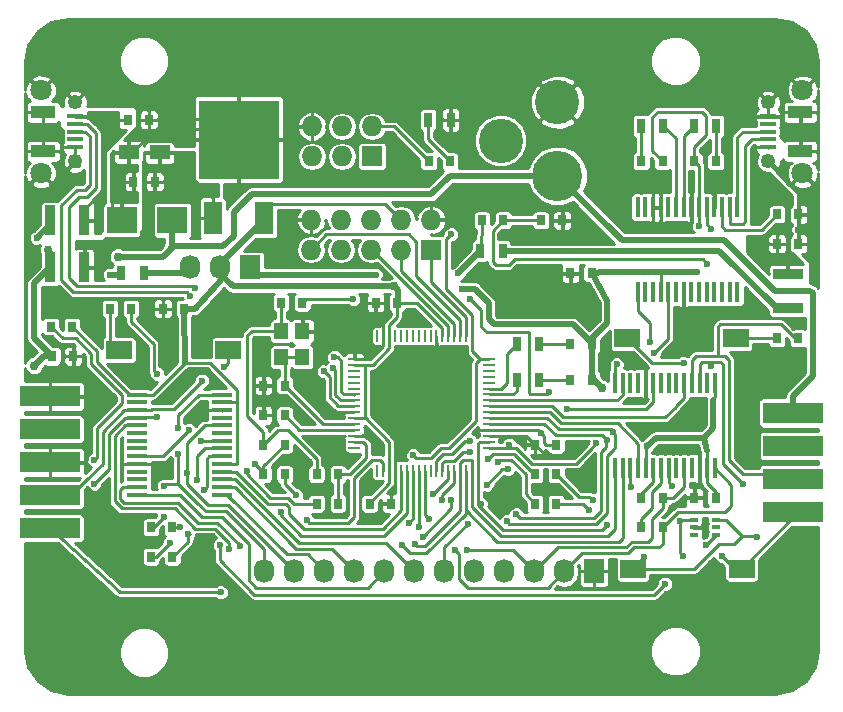
<source format=gtl>
G04 #@! TF.FileFunction,Copper,L1,Top,Signal*
%FSLAX46Y46*%
G04 Gerber Fmt 4.6, Leading zero omitted, Abs format (unit mm)*
G04 Created by KiCad (PCBNEW 4.0.0-rc1-stable) date 10/26/2015 2:10:55 PM*
%MOMM*%
G01*
G04 APERTURE LIST*
%ADD10C,0.100000*%
%ADD11R,5.080000X1.778000*%
%ADD12R,0.800000X0.900000*%
%ADD13R,1.800000X1.230000*%
%ADD14R,0.900000X2.500000*%
%ADD15R,2.500000X0.900000*%
%ADD16R,1.550000X2.780000*%
%ADD17R,6.740000X6.730000*%
%ADD18R,0.749300X0.398780*%
%ADD19R,1.727200X1.727200*%
%ADD20O,1.727200X1.727200*%
%ADD21R,0.700000X1.300000*%
%ADD22R,1.727200X2.032000*%
%ADD23O,1.727200X2.032000*%
%ADD24C,1.800000*%
%ADD25R,1.350000X0.400000*%
%ADD26C,1.250000*%
%ADD27R,2.100000X1.100000*%
%ADD28R,0.250000X1.000000*%
%ADD29R,1.000000X0.250000*%
%ADD30R,0.450000X1.750000*%
%ADD31R,1.750000X0.450000*%
%ADD32R,1.200000X1.400000*%
%ADD33R,2.180000X1.600000*%
%ADD34C,3.750000*%
%ADD35C,4.250000*%
%ADD36R,2.499360X2.301240*%
%ADD37C,0.600000*%
%ADD38C,0.750000*%
%ADD39C,0.250000*%
%ADD40C,0.500000*%
%ADD41C,0.254000*%
G04 APERTURE END LIST*
D10*
D11*
X42540000Y-140206000D03*
X42540000Y-143000000D03*
X42540000Y-145794000D03*
X42540000Y-148588000D03*
X42540000Y-137412000D03*
D12*
X49100000Y-114000000D03*
X50900000Y-114000000D03*
X104100000Y-124500000D03*
X105900000Y-124500000D03*
X104100000Y-122000000D03*
X105900000Y-122000000D03*
X62400000Y-136500000D03*
X60600000Y-136500000D03*
X62400000Y-139000000D03*
X60600000Y-139000000D03*
X42700000Y-134000000D03*
X44500000Y-134000000D03*
D13*
X49190000Y-116750000D03*
X51810000Y-116750000D03*
D12*
X51400000Y-119250000D03*
X49600000Y-119250000D03*
X98900000Y-146000000D03*
X97100000Y-146000000D03*
X69600000Y-146500000D03*
X71400000Y-146500000D03*
X88400000Y-127000000D03*
X86600000Y-127000000D03*
X83600000Y-141500000D03*
X85400000Y-141500000D03*
D14*
X42550000Y-122500000D03*
X45450000Y-122500000D03*
D15*
X105000000Y-129950000D03*
X105000000Y-127050000D03*
D14*
X42550000Y-126500000D03*
X45450000Y-126500000D03*
D12*
X85400000Y-144000000D03*
X83600000Y-144000000D03*
X85400000Y-146500000D03*
X83600000Y-146500000D03*
X80900000Y-122500000D03*
X79100000Y-122500000D03*
X84100000Y-122500000D03*
X85900000Y-122500000D03*
X92600000Y-117500000D03*
X94400000Y-117500000D03*
X98900000Y-117500000D03*
X97100000Y-117500000D03*
X42600000Y-131500000D03*
X44400000Y-131500000D03*
X86600000Y-136000000D03*
X88400000Y-136000000D03*
X86600000Y-133000000D03*
X88400000Y-133000000D03*
X76400000Y-117500000D03*
X74600000Y-117500000D03*
D16*
X60680000Y-122300000D03*
D17*
X58500000Y-115665000D03*
D16*
X56320000Y-122300000D03*
D18*
X97050040Y-147849760D03*
X97050040Y-148500000D03*
X97050040Y-149150240D03*
X98949960Y-149150240D03*
X98949960Y-148500000D03*
X98949960Y-147849760D03*
D19*
X74800000Y-125000000D03*
D20*
X74800000Y-122460000D03*
X72260000Y-125000000D03*
X72260000Y-122460000D03*
X69720000Y-125000000D03*
X69720000Y-122460000D03*
X67180000Y-125000000D03*
X67180000Y-122460000D03*
X64640000Y-125000000D03*
X64640000Y-122460000D03*
D19*
X69800000Y-117100000D03*
D20*
X69800000Y-114560000D03*
X67260000Y-117100000D03*
X67260000Y-114560000D03*
X64720000Y-117100000D03*
X64720000Y-114560000D03*
D21*
X94450000Y-114500000D03*
X92550000Y-114500000D03*
X97050000Y-114500000D03*
X98950000Y-114500000D03*
X82050000Y-136000000D03*
X83950000Y-136000000D03*
X82050000Y-133000000D03*
X83950000Y-133000000D03*
X76450000Y-114000000D03*
X74550000Y-114000000D03*
X50450000Y-127000000D03*
X48550000Y-127000000D03*
X78950000Y-125100000D03*
X80850000Y-125100000D03*
D22*
X59500000Y-126500000D03*
D23*
X56960000Y-126500000D03*
X54420000Y-126500000D03*
D24*
X41762540Y-111499100D03*
D25*
X44662540Y-113699100D03*
X44662540Y-114349100D03*
X44662540Y-114999100D03*
X44662540Y-115649100D03*
X44662540Y-116299100D03*
D26*
X44662540Y-112499100D03*
X44662540Y-117499100D03*
D24*
X41762540Y-118499100D03*
D27*
X41950000Y-113350000D03*
X41950000Y-116650000D03*
D24*
X106237460Y-118500900D03*
D25*
X103337460Y-116300900D03*
X103337460Y-115650900D03*
X103337460Y-115000900D03*
X103337460Y-114350900D03*
X103337460Y-113700900D03*
D26*
X103337460Y-117500900D03*
X103337460Y-112500900D03*
D24*
X106237460Y-111500900D03*
D27*
X106050000Y-116650000D03*
X106050000Y-113350000D03*
D22*
X88600000Y-152200000D03*
D23*
X86060000Y-152200000D03*
X83520000Y-152200000D03*
X80980000Y-152200000D03*
X78440000Y-152200000D03*
X75900000Y-152200000D03*
X73360000Y-152200000D03*
X70820000Y-152200000D03*
X68280000Y-152200000D03*
X65740000Y-152200000D03*
X63200000Y-152200000D03*
X60660000Y-152200000D03*
D12*
X66900000Y-144000000D03*
X65100000Y-144000000D03*
X63900000Y-129500000D03*
X62100000Y-129500000D03*
X62400000Y-141500000D03*
X60600000Y-141500000D03*
X66900000Y-146500000D03*
X65100000Y-146500000D03*
X60600000Y-144000000D03*
X62400000Y-144000000D03*
D28*
X77750000Y-132300000D03*
X77250000Y-132300000D03*
X76750000Y-132300000D03*
X76250000Y-132300000D03*
X75750000Y-132300000D03*
X75250000Y-132300000D03*
X74750000Y-132300000D03*
X74250000Y-132300000D03*
X73750000Y-132300000D03*
X73250000Y-132300000D03*
X72750000Y-132300000D03*
X72250000Y-132300000D03*
X71750000Y-132300000D03*
X71250000Y-132300000D03*
X70750000Y-132300000D03*
X70250000Y-132300000D03*
D29*
X68300000Y-134250000D03*
X68300000Y-134750000D03*
X68300000Y-135250000D03*
X68300000Y-135750000D03*
X68300000Y-136250000D03*
X68300000Y-136750000D03*
X68300000Y-137250000D03*
X68300000Y-137750000D03*
X68300000Y-138250000D03*
X68300000Y-138750000D03*
X68300000Y-139250000D03*
X68300000Y-139750000D03*
X68300000Y-140250000D03*
X68300000Y-140750000D03*
X68300000Y-141250000D03*
X68300000Y-141750000D03*
D28*
X70250000Y-143700000D03*
X70750000Y-143700000D03*
X71250000Y-143700000D03*
X71750000Y-143700000D03*
X72250000Y-143700000D03*
X72750000Y-143700000D03*
X73250000Y-143700000D03*
X73750000Y-143700000D03*
X74250000Y-143700000D03*
X74750000Y-143700000D03*
X75250000Y-143700000D03*
X75750000Y-143700000D03*
X76250000Y-143700000D03*
X76750000Y-143700000D03*
X77250000Y-143700000D03*
X77750000Y-143700000D03*
D29*
X79700000Y-141750000D03*
X79700000Y-141250000D03*
X79700000Y-140750000D03*
X79700000Y-140250000D03*
X79700000Y-139750000D03*
X79700000Y-139250000D03*
X79700000Y-138750000D03*
X79700000Y-138250000D03*
X79700000Y-137750000D03*
X79700000Y-137250000D03*
X79700000Y-136750000D03*
X79700000Y-136250000D03*
X79700000Y-135750000D03*
X79700000Y-135250000D03*
X79700000Y-134750000D03*
X79700000Y-134250000D03*
D30*
X92275000Y-128600000D03*
X92925000Y-128600000D03*
X93575000Y-128600000D03*
X94225000Y-128600000D03*
X94875000Y-128600000D03*
X95525000Y-128600000D03*
X96175000Y-128600000D03*
X96825000Y-128600000D03*
X97475000Y-128600000D03*
X98125000Y-128600000D03*
X98775000Y-128600000D03*
X99425000Y-128600000D03*
X100075000Y-128600000D03*
X100725000Y-128600000D03*
X100725000Y-121400000D03*
X100075000Y-121400000D03*
X99425000Y-121400000D03*
X98775000Y-121400000D03*
X98125000Y-121400000D03*
X97475000Y-121400000D03*
X96825000Y-121400000D03*
X96175000Y-121400000D03*
X95525000Y-121400000D03*
X94875000Y-121400000D03*
X94225000Y-121400000D03*
X93575000Y-121400000D03*
X92925000Y-121400000D03*
X92275000Y-121400000D03*
D31*
X49900000Y-137275000D03*
X49900000Y-137925000D03*
X49900000Y-138575000D03*
X49900000Y-139225000D03*
X49900000Y-139875000D03*
X49900000Y-140525000D03*
X49900000Y-141175000D03*
X49900000Y-141825000D03*
X49900000Y-142475000D03*
X49900000Y-143125000D03*
X49900000Y-143775000D03*
X49900000Y-144425000D03*
X49900000Y-145075000D03*
X49900000Y-145725000D03*
X57100000Y-145725000D03*
X57100000Y-145075000D03*
X57100000Y-144425000D03*
X57100000Y-143775000D03*
X57100000Y-143125000D03*
X57100000Y-142475000D03*
X57100000Y-141825000D03*
X57100000Y-141175000D03*
X57100000Y-140525000D03*
X57100000Y-139875000D03*
X57100000Y-139225000D03*
X57100000Y-138575000D03*
X57100000Y-137925000D03*
X57100000Y-137275000D03*
D30*
X98825000Y-136300000D03*
X98175000Y-136300000D03*
X97525000Y-136300000D03*
X96875000Y-136300000D03*
X96225000Y-136300000D03*
X95575000Y-136300000D03*
X94925000Y-136300000D03*
X94275000Y-136300000D03*
X93625000Y-136300000D03*
X92975000Y-136300000D03*
X92325000Y-136300000D03*
X91675000Y-136300000D03*
X91025000Y-136300000D03*
X90375000Y-136300000D03*
X90375000Y-143500000D03*
X91025000Y-143500000D03*
X91675000Y-143500000D03*
X92325000Y-143500000D03*
X92975000Y-143500000D03*
X93625000Y-143500000D03*
X94275000Y-143500000D03*
X94925000Y-143500000D03*
X95575000Y-143500000D03*
X96225000Y-143500000D03*
X96875000Y-143500000D03*
X97525000Y-143500000D03*
X98175000Y-143500000D03*
X98825000Y-143500000D03*
D32*
X63900000Y-134100000D03*
X63900000Y-131900000D03*
X62100000Y-131900000D03*
X62100000Y-134100000D03*
D33*
X91897570Y-151997680D03*
X101102430Y-152002320D03*
D12*
X71900000Y-129500000D03*
X70100000Y-129500000D03*
X53900000Y-130000000D03*
X52100000Y-130000000D03*
X51100000Y-148500000D03*
X52900000Y-148500000D03*
X94400000Y-148500000D03*
X92600000Y-148500000D03*
X51100000Y-151000000D03*
X52900000Y-151000000D03*
X94400000Y-146000000D03*
X92600000Y-146000000D03*
D34*
X85500000Y-112500000D03*
D35*
X85500000Y-118740000D03*
D34*
X80700000Y-115750000D03*
D33*
X48397570Y-133497680D03*
X57602430Y-133502320D03*
X100602430Y-132502320D03*
X91397570Y-132497680D03*
D12*
X47600000Y-130000000D03*
X49400000Y-130000000D03*
X104100000Y-132500000D03*
X105900000Y-132500000D03*
D11*
X105460000Y-147191000D03*
X105460000Y-144397000D03*
X105460000Y-141603000D03*
X105460000Y-138809000D03*
D36*
X52898840Y-122500000D03*
X48601160Y-122500000D03*
D37*
X58250000Y-111250000D03*
X54250000Y-111250000D03*
X53000000Y-113000000D03*
X53000000Y-115000000D03*
X48250000Y-118500000D03*
X48250000Y-120250000D03*
X44600000Y-160500000D03*
X56700000Y-160600000D03*
X69500000Y-160700000D03*
X83600000Y-160700000D03*
X101400000Y-161500000D03*
X105600000Y-151300000D03*
X59700000Y-129100000D03*
X55200000Y-132100000D03*
X70100000Y-130900000D03*
X100900000Y-134300000D03*
X101600000Y-137500000D03*
X101600000Y-140900000D03*
X105900000Y-123300000D03*
X98900000Y-119200000D03*
X44900000Y-117800000D03*
X97900000Y-148500000D03*
X50500000Y-133600000D03*
X42600000Y-130000000D03*
X46000000Y-130100000D03*
X96200000Y-131000000D03*
X84500000Y-128000000D03*
X96300000Y-123200000D03*
X93600000Y-119400000D03*
X53000000Y-131800000D03*
X52800000Y-137400000D03*
X73400000Y-130700000D03*
X60100000Y-135100000D03*
X65300000Y-131900000D03*
X81000000Y-146000000D03*
X84300000Y-145300000D03*
X88000000Y-144400000D03*
X96300000Y-141900000D03*
X84100000Y-140500000D03*
X78600000Y-140500000D03*
X96800000Y-139100000D03*
X76300000Y-115600000D03*
X92600000Y-137800000D03*
X47100000Y-137400000D03*
X62400000Y-142800000D03*
X70300000Y-142100000D03*
X66200000Y-141900000D03*
X66100000Y-138800000D03*
X75200000Y-133700000D03*
X68900000Y-132700000D03*
X71500000Y-134800000D03*
X77500000Y-137100000D03*
X71900000Y-141900000D03*
X44900000Y-135100000D03*
X43600000Y-135100000D03*
X55300000Y-138700000D03*
X60600000Y-137700000D03*
X52000000Y-143600000D03*
X42400000Y-152200000D03*
X55900000Y-152500000D03*
X46600000Y-148500000D03*
D38*
X48300000Y-125600000D03*
X42400000Y-125000000D03*
X41200000Y-134800000D03*
D37*
X97300000Y-126900000D03*
X97500000Y-123000000D03*
X93100000Y-141600000D03*
D38*
X89300000Y-136700000D03*
X71700000Y-128100000D03*
D37*
X77400000Y-128300000D03*
X87700000Y-141400000D03*
X96100000Y-150900000D03*
X99400000Y-150900000D03*
X88200000Y-147000000D03*
X95900000Y-148000000D03*
X88500000Y-146200000D03*
X92800000Y-151000000D03*
X102400000Y-149300000D03*
X46300000Y-144800000D03*
X51600000Y-139200000D03*
X51600000Y-135500000D03*
X55400000Y-136100000D03*
X57300000Y-134900000D03*
X96200000Y-134600000D03*
X98500000Y-134800000D03*
X101200000Y-144800000D03*
X46300000Y-142800000D03*
X98100000Y-150000000D03*
X76500000Y-123700000D03*
X73300000Y-142400000D03*
X57000000Y-154000000D03*
X41400000Y-124000000D03*
X47600000Y-127100000D03*
X78100000Y-142100000D03*
X79600000Y-142700000D03*
X78100000Y-141200000D03*
X80500000Y-143000000D03*
X98500000Y-123200000D03*
X98200000Y-126200000D03*
X70100000Y-127100000D03*
X77100000Y-127000000D03*
X66600000Y-134100000D03*
X54800000Y-128200000D03*
X66500000Y-135000000D03*
X65700000Y-135300000D03*
X54400000Y-128900000D03*
X74600000Y-147800000D03*
X89700000Y-148300000D03*
X91700000Y-145100000D03*
X79000000Y-146500000D03*
X77900000Y-148200000D03*
X72300000Y-150000000D03*
X73400000Y-149900000D03*
X90500000Y-134700000D03*
X76500000Y-146200000D03*
X88800000Y-141400000D03*
X79500000Y-144900000D03*
X81300000Y-143600000D03*
X81400000Y-141500000D03*
X74100000Y-149300000D03*
X72900000Y-148100000D03*
X52200000Y-147600000D03*
X52200000Y-145000000D03*
X53400000Y-142300000D03*
X53400000Y-140100000D03*
X73800000Y-148500000D03*
X54100000Y-143900000D03*
X52700000Y-149800000D03*
X75000000Y-145700000D03*
X76800000Y-150400000D03*
X77800000Y-150400000D03*
X75700000Y-146200000D03*
X89700000Y-141100000D03*
X93700000Y-133700000D03*
X82000000Y-147400000D03*
X93300000Y-132800000D03*
X90200000Y-140400000D03*
X81200000Y-148000000D03*
X68200000Y-129200000D03*
X78100000Y-129200000D03*
X86300000Y-138500000D03*
X84800000Y-137000000D03*
X54300000Y-140300000D03*
X59900000Y-143100000D03*
X55300000Y-141200000D03*
X59200000Y-143700000D03*
X94600000Y-153300000D03*
X95200000Y-145000000D03*
X56900000Y-150000000D03*
X63400000Y-145800000D03*
X57700000Y-150300000D03*
X62100000Y-147200000D03*
X58600000Y-150100000D03*
X64300000Y-147900000D03*
X53500000Y-148500000D03*
X55000000Y-144500000D03*
X54200000Y-149100000D03*
X55600000Y-145300000D03*
D39*
X45450000Y-122500000D02*
X45450000Y-121550000D01*
X45450000Y-121550000D02*
X46250000Y-120750000D01*
X48601160Y-122500000D02*
X47750000Y-121648840D01*
X47750000Y-121648840D02*
X47750000Y-120750000D01*
X49190000Y-116750000D02*
X49500000Y-116750000D01*
X49500000Y-116750000D02*
X50500000Y-115750000D01*
X50900000Y-114000000D02*
X52000000Y-114000000D01*
X58250000Y-111250000D02*
X59750000Y-111250000D01*
X54250000Y-111750000D02*
X54250000Y-111250000D01*
X53000000Y-113000000D02*
X54250000Y-111750000D01*
X52000000Y-114000000D02*
X53000000Y-115000000D01*
X48601160Y-122500000D02*
X48601160Y-120601160D01*
X48250000Y-118500000D02*
X48500000Y-118250000D01*
X48601160Y-120601160D02*
X48250000Y-120250000D01*
X86600000Y-127000000D02*
X84600000Y-127000000D01*
X84500000Y-127100000D02*
X84500000Y-128000000D01*
X84600000Y-127000000D02*
X84500000Y-127100000D01*
X42400000Y-152200000D02*
X42400000Y-158300000D01*
X42400000Y-158300000D02*
X44600000Y-160500000D01*
X56700000Y-160600000D02*
X56800000Y-160700000D01*
X56800000Y-160700000D02*
X69500000Y-160700000D01*
X83600000Y-160700000D02*
X84400000Y-161500000D01*
X84400000Y-161500000D02*
X101400000Y-161500000D01*
X105600000Y-151300000D02*
X104900000Y-152000000D01*
X104900000Y-152000000D02*
X104600000Y-152000000D01*
X58200000Y-129100000D02*
X59700000Y-129100000D01*
X55200000Y-132100000D02*
X58200000Y-129100000D01*
X52100000Y-130000000D02*
X52100000Y-131800000D01*
X52100000Y-131800000D02*
X53000000Y-131800000D01*
X70100000Y-129500000D02*
X70100000Y-130900000D01*
X44662540Y-116299100D02*
X44662540Y-117499100D01*
X100800000Y-134200000D02*
X100600000Y-134200000D01*
X100900000Y-134300000D02*
X100800000Y-134200000D01*
X101600000Y-140900000D02*
X101600000Y-137500000D01*
X105900000Y-124500000D02*
X105900000Y-123300000D01*
X103337460Y-113700900D02*
X103337460Y-112500900D01*
X98400000Y-120000000D02*
X98400000Y-119700000D01*
X98400000Y-119700000D02*
X98900000Y-119200000D01*
X94225000Y-121400000D02*
X94225000Y-119625000D01*
X94000000Y-119400000D02*
X93600000Y-119400000D01*
X94225000Y-119625000D02*
X94000000Y-119400000D01*
X97050040Y-148500000D02*
X97900000Y-148500000D01*
X50500000Y-133600000D02*
X50500000Y-133200000D01*
X46000000Y-130000000D02*
X42600000Y-130000000D01*
X46000000Y-130100000D02*
X46000000Y-130000000D01*
X96175000Y-128600000D02*
X96175000Y-130975000D01*
X96175000Y-130975000D02*
X96200000Y-131000000D01*
X98775000Y-120375000D02*
X98775000Y-121400000D01*
X98400000Y-120000000D02*
X98775000Y-120375000D01*
X96825000Y-121400000D02*
X96825000Y-122675000D01*
X96825000Y-122675000D02*
X96300000Y-123200000D01*
X93575000Y-121400000D02*
X93575000Y-119425000D01*
X93575000Y-119425000D02*
X93600000Y-119400000D01*
X52800000Y-137400000D02*
X53300000Y-136900000D01*
X73200000Y-130900000D02*
X72700000Y-130900000D01*
X73400000Y-130700000D02*
X73200000Y-130900000D01*
X60600000Y-136500000D02*
X60600000Y-135000000D01*
X60500000Y-135100000D02*
X60100000Y-135100000D01*
X60600000Y-135000000D02*
X60500000Y-135100000D01*
X63900000Y-131900000D02*
X65300000Y-131900000D01*
X81000000Y-146000000D02*
X81300000Y-146300000D01*
X84200000Y-145200000D02*
X84100000Y-145200000D01*
X84300000Y-145300000D02*
X84200000Y-145200000D01*
X88400000Y-144000000D02*
X88400000Y-143700000D01*
X88000000Y-144400000D02*
X88400000Y-144000000D01*
X68300000Y-134250000D02*
X69650000Y-134250000D01*
X70750000Y-133150000D02*
X70500000Y-133400000D01*
X70750000Y-133150000D02*
X70750000Y-132300000D01*
X69650000Y-134250000D02*
X70500000Y-133400000D01*
X71400000Y-146500000D02*
X71400000Y-145400000D01*
X71750000Y-145050000D02*
X71750000Y-143700000D01*
X71400000Y-145400000D02*
X71750000Y-145050000D01*
X97525000Y-143500000D02*
X97525000Y-144675000D01*
X97100000Y-145100000D02*
X97100000Y-146000000D01*
X97525000Y-144675000D02*
X97100000Y-145100000D01*
X97525000Y-143500000D02*
X97525000Y-142325000D01*
X97100000Y-141900000D02*
X96300000Y-141900000D01*
X97525000Y-142325000D02*
X97100000Y-141900000D01*
X79700000Y-140250000D02*
X83850000Y-140250000D01*
X83850000Y-140250000D02*
X84100000Y-140500000D01*
X85400000Y-141500000D02*
X84500000Y-141500000D01*
X84500000Y-141500000D02*
X84400000Y-141400000D01*
X84400000Y-141400000D02*
X84400000Y-140800000D01*
X84400000Y-140800000D02*
X84100000Y-140500000D01*
X79700000Y-140250000D02*
X78850000Y-140250000D01*
X78850000Y-140250000D02*
X78600000Y-140500000D01*
X96300000Y-139600000D02*
X96200000Y-139600000D01*
X96800000Y-139100000D02*
X96300000Y-139600000D01*
X68300000Y-134250000D02*
X68300000Y-133300000D01*
X68300000Y-133300000D02*
X68900000Y-132700000D01*
X75250000Y-132300000D02*
X75250000Y-133650000D01*
X75250000Y-133650000D02*
X75200000Y-133700000D01*
X70600000Y-131100000D02*
X70100000Y-130600000D01*
X70100000Y-130600000D02*
X70100000Y-129500000D01*
X70750000Y-132300000D02*
X70750000Y-131250000D01*
X70750000Y-131250000D02*
X70600000Y-131100000D01*
X57000000Y-115665000D02*
X56065000Y-116600000D01*
X57000000Y-115665000D02*
X55235000Y-113900000D01*
X55235000Y-113900000D02*
X52600000Y-113900000D01*
X57000000Y-115665000D02*
X56135000Y-114800000D01*
X56135000Y-114800000D02*
X52500000Y-114800000D01*
X76450000Y-114000000D02*
X76450000Y-115450000D01*
X76450000Y-115450000D02*
X76300000Y-115600000D01*
X92975000Y-136300000D02*
X92975000Y-137425000D01*
X92975000Y-137425000D02*
X92600000Y-137800000D01*
X47100000Y-137400000D02*
X47800000Y-137500000D01*
X62400000Y-142800000D02*
X62900000Y-142800000D01*
X68300000Y-140750000D02*
X69550000Y-140750000D01*
X70300000Y-141500000D02*
X70300000Y-142100000D01*
X69550000Y-140750000D02*
X70300000Y-141500000D01*
X66200000Y-141900000D02*
X66200000Y-142000000D01*
X68300000Y-138750000D02*
X66150000Y-138750000D01*
X66150000Y-138750000D02*
X66100000Y-138800000D01*
X75200000Y-134800000D02*
X75200000Y-133700000D01*
X71750000Y-143700000D02*
X71750000Y-142050000D01*
X75200000Y-134800000D02*
X71500000Y-134800000D01*
X77500000Y-137100000D02*
X75200000Y-134800000D01*
X71750000Y-142050000D02*
X71900000Y-141900000D01*
X42540000Y-137412000D02*
X42540000Y-135460000D01*
X44900000Y-135100000D02*
X44900000Y-135200000D01*
X42900000Y-135100000D02*
X43600000Y-135100000D01*
X42540000Y-135460000D02*
X42900000Y-135100000D01*
X57100000Y-138575000D02*
X55425000Y-138575000D01*
X55425000Y-138575000D02*
X55300000Y-138700000D01*
X49900000Y-143125000D02*
X51525000Y-143125000D01*
X51525000Y-143125000D02*
X52000000Y-143600000D01*
X60600000Y-139000000D02*
X60600000Y-137700000D01*
X42700000Y-152500000D02*
X43500000Y-152500000D01*
X42400000Y-152200000D02*
X42700000Y-152500000D01*
X50600000Y-152500000D02*
X55900000Y-152500000D01*
X46600000Y-148500000D02*
X50600000Y-152500000D01*
X99425000Y-121400000D02*
X99425000Y-123025000D01*
X102800000Y-123300000D02*
X104100000Y-122000000D01*
X99700000Y-123300000D02*
X102800000Y-123300000D01*
X99425000Y-123025000D02*
X99700000Y-123300000D01*
D40*
X52898840Y-122500000D02*
X52898840Y-124801160D01*
X52750000Y-124750000D02*
X52750000Y-124950000D01*
X52847680Y-124750000D02*
X52750000Y-124750000D01*
X52898840Y-124801160D02*
X52847680Y-124750000D01*
X53000000Y-124700000D02*
X52750000Y-124950000D01*
X52750000Y-124950000D02*
X52100000Y-125600000D01*
X52100000Y-125600000D02*
X48300000Y-125600000D01*
X105000000Y-128500000D02*
X103900000Y-128500000D01*
X99600000Y-124200000D02*
X99400000Y-124200000D01*
X103900000Y-128500000D02*
X99600000Y-124200000D01*
X85500000Y-118740000D02*
X76360000Y-118740000D01*
X76360000Y-118740000D02*
X74800000Y-120300000D01*
X99400000Y-124200000D02*
X90960000Y-124200000D01*
X90960000Y-124200000D02*
X85500000Y-118740000D01*
X74800000Y-120300000D02*
X59600000Y-120300000D01*
X59600000Y-120300000D02*
X58100000Y-121800000D01*
X58100000Y-121800000D02*
X58100000Y-123800000D01*
X58100000Y-123800000D02*
X57200000Y-124700000D01*
X57200000Y-124700000D02*
X53000000Y-124700000D01*
X42550000Y-125150000D02*
X42550000Y-126500000D01*
X42400000Y-125000000D02*
X42550000Y-125150000D01*
X106900000Y-128500000D02*
X107100000Y-128700000D01*
X105000000Y-128500000D02*
X106900000Y-128500000D01*
X105460000Y-137340000D02*
X107100000Y-135700000D01*
X105460000Y-137340000D02*
X105460000Y-138809000D01*
X107100000Y-135700000D02*
X107100000Y-128700000D01*
X42700000Y-134000000D02*
X41200000Y-132500000D01*
X41200000Y-132500000D02*
X41200000Y-127850000D01*
X41200000Y-127850000D02*
X42550000Y-126500000D01*
X42000000Y-134000000D02*
X42700000Y-134000000D01*
X41200000Y-134800000D02*
X42000000Y-134000000D01*
D39*
X54000000Y-134550000D02*
X53950000Y-134550000D01*
X53950000Y-134550000D02*
X51225000Y-137275000D01*
X54000000Y-134550000D02*
X56050000Y-134550000D01*
X58400000Y-136900000D02*
X58400000Y-137000000D01*
X56050000Y-134550000D02*
X58400000Y-136900000D01*
D40*
X94300000Y-126900000D02*
X97300000Y-126900000D01*
D39*
X97500000Y-123000000D02*
X97475000Y-122975000D01*
X97475000Y-122975000D02*
X97475000Y-121400000D01*
D40*
X93100000Y-141600000D02*
X93800000Y-140900000D01*
X98700000Y-140100000D02*
X98700000Y-137700000D01*
X97900000Y-140900000D02*
X98700000Y-140100000D01*
X93800000Y-140900000D02*
X97900000Y-140900000D01*
D39*
X93100000Y-141600000D02*
X92975000Y-141725000D01*
X92975000Y-141725000D02*
X92975000Y-141925000D01*
D40*
X88400000Y-136000000D02*
X88600000Y-136000000D01*
X88600000Y-136000000D02*
X89300000Y-136700000D01*
X60600000Y-128100000D02*
X71700000Y-128100000D01*
X59300000Y-128100000D02*
X58000000Y-128100000D01*
X60600000Y-128100000D02*
X59300000Y-128100000D01*
X58000000Y-128100000D02*
X56960000Y-127060000D01*
X71700000Y-128100000D02*
X72000000Y-128400000D01*
X53900000Y-130000000D02*
X54800000Y-130000000D01*
X54800000Y-130000000D02*
X57000208Y-127593555D01*
X57000208Y-127593555D02*
X56960000Y-126500000D01*
X56960000Y-126500000D02*
X56960000Y-126240000D01*
X56960000Y-126240000D02*
X60680000Y-122520000D01*
X60680000Y-122520000D02*
X60680000Y-122300000D01*
D39*
X97100000Y-117500000D02*
X97100000Y-116300000D01*
X93500000Y-116600000D02*
X94400000Y-117500000D01*
X93500000Y-113800000D02*
X93500000Y-116600000D01*
X94000000Y-113300000D02*
X93500000Y-113800000D01*
X97700000Y-113300000D02*
X94000000Y-113300000D01*
X98100000Y-113700000D02*
X97700000Y-113300000D01*
X98100000Y-115300000D02*
X98100000Y-113700000D01*
X97100000Y-116300000D02*
X98100000Y-115300000D01*
X97475000Y-119200000D02*
X97475000Y-117875000D01*
X97475000Y-117875000D02*
X97100000Y-117500000D01*
X97475000Y-121400000D02*
X97475000Y-119200000D01*
X49900000Y-137275000D02*
X51225000Y-137275000D01*
X98825000Y-136300000D02*
X98825000Y-137375000D01*
X98825000Y-137375000D02*
X98700000Y-137700000D01*
X94225000Y-128600000D02*
X94225000Y-126900000D01*
D40*
X89500000Y-126900000D02*
X88400000Y-127000000D01*
X89500000Y-126900000D02*
X94300000Y-126900000D01*
D39*
X94225000Y-126900000D02*
X94300000Y-126900000D01*
D40*
X88400000Y-133000000D02*
X88400000Y-132500000D01*
X89700000Y-129300000D02*
X88400000Y-127000000D01*
X89700000Y-131200000D02*
X89700000Y-129300000D01*
X88400000Y-132500000D02*
X89700000Y-131200000D01*
X88400000Y-133000000D02*
X88400000Y-136000000D01*
X88400000Y-133000000D02*
X88400000Y-132900000D01*
X88400000Y-132900000D02*
X86800000Y-131300000D01*
X78500000Y-128300000D02*
X77400000Y-128300000D01*
X79700000Y-129500000D02*
X78500000Y-128300000D01*
X79700000Y-130900000D02*
X79700000Y-129500000D01*
X80100000Y-131300000D02*
X79700000Y-130900000D01*
X84200000Y-131300000D02*
X80100000Y-131300000D01*
X84200000Y-131300000D02*
X84200000Y-131300000D01*
X86800000Y-131300000D02*
X84200000Y-131300000D01*
D39*
X58400000Y-137000000D02*
X58400000Y-138000000D01*
D40*
X53950000Y-134550000D02*
X53900000Y-130000000D01*
D39*
X47000000Y-135000000D02*
X46500000Y-134500000D01*
X46500000Y-134500000D02*
X46500000Y-133600000D01*
X46500000Y-133600000D02*
X44400000Y-131500000D01*
X49900000Y-137275000D02*
X49275000Y-137275000D01*
X49275000Y-137275000D02*
X47000000Y-135000000D01*
X47000000Y-135000000D02*
X46950002Y-135000000D01*
D40*
X56960000Y-127060000D02*
X56960000Y-126500000D01*
D39*
X69200000Y-139200000D02*
X71250000Y-141250000D01*
X71250000Y-141250000D02*
X71250000Y-143700000D01*
X69200000Y-139250000D02*
X69200000Y-139200000D01*
X69200000Y-139200000D02*
X69200000Y-134750000D01*
X69200000Y-134750000D02*
X69200000Y-134800000D01*
X69200000Y-134800000D02*
X69200000Y-134750000D01*
X71250000Y-143700000D02*
X71250000Y-144750000D01*
X71250000Y-144750000D02*
X69600000Y-146400000D01*
X69600000Y-146400000D02*
X69600000Y-146500000D01*
X98900000Y-146000000D02*
X98900000Y-145500000D01*
X98175000Y-144775000D02*
X98175000Y-143500000D01*
X98900000Y-145500000D02*
X98175000Y-144775000D01*
X58400000Y-139100000D02*
X58400000Y-143125000D01*
X58400000Y-139100000D02*
X58400000Y-138000000D01*
X57100000Y-143125000D02*
X58400000Y-143125000D01*
X88400000Y-135900000D02*
X88500000Y-136000000D01*
X58325000Y-137925000D02*
X57100000Y-137925000D01*
X58400000Y-138000000D02*
X58325000Y-137925000D01*
X49900000Y-137275000D02*
X50625000Y-137275000D01*
X83600000Y-141500000D02*
X84500000Y-142400000D01*
X86700000Y-142400000D02*
X87700000Y-141400000D01*
X84500000Y-142400000D02*
X86700000Y-142400000D01*
D40*
X72000000Y-129400000D02*
X72000000Y-128400000D01*
D39*
X71900000Y-129500000D02*
X72000000Y-129400000D01*
X72260000Y-122460000D02*
X70900000Y-121100000D01*
X70900000Y-121100000D02*
X60380000Y-121100000D01*
X74600000Y-117500000D02*
X71660000Y-114560000D01*
X71660000Y-114560000D02*
X69800000Y-114560000D01*
X75750000Y-132300000D02*
X75750000Y-131650000D01*
X75750000Y-131650000D02*
X73600000Y-129500000D01*
X73600000Y-129500000D02*
X71900000Y-129500000D01*
X68300000Y-134750000D02*
X69200000Y-134750000D01*
X69200000Y-134750000D02*
X69850000Y-134750000D01*
X71250000Y-133350000D02*
X71250000Y-132300000D01*
X69850000Y-134750000D02*
X71250000Y-133350000D01*
X71900000Y-129500000D02*
X71900000Y-130700000D01*
X71900000Y-130700000D02*
X71250000Y-131350000D01*
X71250000Y-131350000D02*
X71250000Y-132300000D01*
X92975000Y-143500000D02*
X92975000Y-141925000D01*
X98175000Y-142075000D02*
X98175000Y-143500000D01*
D40*
X97900000Y-140900000D02*
X98175000Y-142075000D01*
D39*
X69200000Y-139250000D02*
X68300000Y-139250000D01*
X79700000Y-140750000D02*
X82850000Y-140750000D01*
X82850000Y-140750000D02*
X83600000Y-141500000D01*
X95900000Y-149700000D02*
X95900000Y-150700000D01*
X95900000Y-150700000D02*
X96100000Y-150900000D01*
X95900000Y-149700000D02*
X95900000Y-149700000D01*
X95900000Y-148000000D02*
X95900000Y-149700000D01*
X99400000Y-150900000D02*
X100502320Y-152002320D01*
X100502320Y-152002320D02*
X101102430Y-152002320D01*
X100502320Y-152002320D02*
X101102430Y-152002320D01*
X105460000Y-147644750D02*
X101102430Y-152002320D01*
X87700000Y-146500000D02*
X87000000Y-146500000D01*
X88200000Y-147000000D02*
X87700000Y-146500000D01*
X85400000Y-146500000D02*
X87000000Y-146500000D01*
X87000000Y-146500000D02*
X87000000Y-146500000D01*
X95900000Y-148000000D02*
X96050240Y-147849760D01*
X96050240Y-147849760D02*
X97050040Y-147849760D01*
X105460000Y-147191000D02*
X105460000Y-147644750D01*
X93700000Y-151997680D02*
X97102320Y-151997680D01*
X97102320Y-151997680D02*
X97100000Y-152000000D01*
X98050000Y-151050000D02*
X99200000Y-149900000D01*
X100404860Y-149900000D02*
X101102430Y-149202430D01*
X99200000Y-149900000D02*
X100404860Y-149900000D01*
X91897570Y-151997680D02*
X93700000Y-151997680D01*
X97100000Y-152000000D02*
X98050000Y-151050000D01*
X98050000Y-151050000D02*
X98100000Y-151000000D01*
X87300000Y-145900000D02*
X88200000Y-145900000D01*
X88200000Y-145900000D02*
X88500000Y-146200000D01*
X85400000Y-144000000D02*
X87300000Y-145900000D01*
X92800000Y-151000000D02*
X91897570Y-151902430D01*
X91897570Y-151902430D02*
X91897570Y-151997680D01*
X99749760Y-147849760D02*
X101102430Y-149202430D01*
X98949960Y-147849760D02*
X99749760Y-147849760D01*
X85400000Y-144000000D02*
X85500000Y-144000000D01*
X102302430Y-149202430D02*
X101102430Y-149202430D01*
X102400000Y-149300000D02*
X102302430Y-149202430D01*
X47500000Y-143500000D02*
X47500000Y-143600000D01*
X47500000Y-143600000D02*
X46300000Y-144800000D01*
X49900000Y-139225000D02*
X49925000Y-139200000D01*
X49925000Y-139200000D02*
X51600000Y-139200000D01*
X51300000Y-135200000D02*
X51300000Y-135100000D01*
X51600000Y-135500000D02*
X51300000Y-135200000D01*
X51300000Y-135100000D02*
X51300000Y-133000000D01*
X49400000Y-131100000D02*
X51300000Y-133000000D01*
X49400000Y-130000000D02*
X49400000Y-131100000D01*
X49900000Y-139225000D02*
X48875000Y-139225000D01*
X48875000Y-139225000D02*
X47500000Y-140600000D01*
X47500000Y-140600000D02*
X47500000Y-143500000D01*
X44306000Y-145794000D02*
X45700000Y-144400000D01*
X48825000Y-138575000D02*
X49900000Y-138575000D01*
X47000000Y-140400000D02*
X48825000Y-138575000D01*
X47000000Y-143100000D02*
X47000000Y-140400000D01*
X45700000Y-144400000D02*
X47000000Y-143100000D01*
X44306000Y-145794000D02*
X42540000Y-145794000D01*
X53000000Y-138500000D02*
X55400000Y-136100000D01*
X57300000Y-134900000D02*
X57602430Y-134597570D01*
X57602430Y-134597570D02*
X57602430Y-133502320D01*
X49900000Y-138575000D02*
X51125000Y-138575000D01*
X51125000Y-138575000D02*
X51200000Y-138500000D01*
X51200000Y-138500000D02*
X53000000Y-138500000D01*
X53000000Y-138500000D02*
X52900000Y-138500000D01*
X42540000Y-145794000D02*
X44706000Y-145794000D01*
X105900000Y-132500000D02*
X105600000Y-132500000D01*
X105600000Y-132500000D02*
X104400000Y-131300000D01*
X99100000Y-131500000D02*
X99100000Y-134000000D01*
X99300000Y-131300000D02*
X99100000Y-131500000D01*
X104400000Y-131300000D02*
X99300000Y-131300000D01*
X100000000Y-142800000D02*
X101200000Y-144000000D01*
X101200000Y-144000000D02*
X105063000Y-144000000D01*
X100000000Y-141000000D02*
X100000000Y-136200000D01*
X100000000Y-142800000D02*
X100000000Y-141000000D01*
X100000000Y-136200000D02*
X100000000Y-135100000D01*
X96875000Y-135025000D02*
X96875000Y-134325000D01*
X100000000Y-134300000D02*
X100000000Y-135100000D01*
X99700000Y-134000000D02*
X100000000Y-134300000D01*
X97200000Y-134000000D02*
X99100000Y-134000000D01*
X99100000Y-134000000D02*
X99700000Y-134000000D01*
X96875000Y-134325000D02*
X97200000Y-134000000D01*
X105063000Y-144000000D02*
X105460000Y-144397000D01*
X96875000Y-135025000D02*
X96875000Y-136300000D01*
X98500000Y-134500000D02*
X98500000Y-134800000D01*
X93500000Y-134600000D02*
X93499945Y-134600055D01*
X96200000Y-134600000D02*
X93500000Y-134600000D01*
X100797000Y-144397000D02*
X101200000Y-144800000D01*
X98500000Y-134500000D02*
X99300000Y-134500000D01*
X99300000Y-134500000D02*
X99500000Y-134700000D01*
X99500000Y-138900000D02*
X99500000Y-141500000D01*
X99500000Y-135300000D02*
X99500000Y-138900000D01*
X100797000Y-144397000D02*
X99500000Y-143100000D01*
X99500000Y-143100000D02*
X99500000Y-141500000D01*
X99500000Y-134700000D02*
X99500000Y-135300000D01*
X97525000Y-136300000D02*
X97525000Y-134675000D01*
X97700000Y-134500000D02*
X98500000Y-134500000D01*
X97525000Y-134675000D02*
X97700000Y-134500000D01*
X93499945Y-134600055D02*
X91397570Y-132497680D01*
X48600000Y-137400000D02*
X48600000Y-137300000D01*
X46300000Y-142800000D02*
X46500000Y-142600000D01*
X46500000Y-142600000D02*
X46500000Y-140100000D01*
X46500000Y-140100000D02*
X48600000Y-138000000D01*
X48600000Y-138000000D02*
X48600000Y-137400000D01*
X43600000Y-132500000D02*
X42600000Y-131500000D01*
X44700000Y-132500000D02*
X43600000Y-132500000D01*
X46000000Y-133800000D02*
X44700000Y-132500000D01*
X46000000Y-134700000D02*
X46000000Y-133800000D01*
X48600000Y-137300000D02*
X46000000Y-134700000D01*
X98949960Y-149150240D02*
X98949760Y-149150240D01*
X98949760Y-149150240D02*
X98100000Y-150000000D01*
X98849760Y-149150240D02*
X98949960Y-149150240D01*
X76800000Y-141300000D02*
X76300000Y-141800000D01*
X73500000Y-142600000D02*
X73300000Y-142400000D01*
X74800000Y-142600000D02*
X73500000Y-142600000D01*
X75600000Y-141800000D02*
X74800000Y-142600000D01*
X76300000Y-141800000D02*
X75600000Y-141800000D01*
X79700000Y-134250000D02*
X78950000Y-134250000D01*
X78950000Y-134250000D02*
X78300000Y-133600000D01*
X76100000Y-124100000D02*
X76500000Y-123700000D01*
X76100000Y-128300000D02*
X76100000Y-124100000D01*
X78300000Y-130500000D02*
X76100000Y-128300000D01*
X78300000Y-133600000D02*
X78300000Y-130500000D01*
X78600000Y-139500000D02*
X76800000Y-141300000D01*
X78950000Y-134250000D02*
X78600000Y-134600000D01*
X78600000Y-134600000D02*
X78600000Y-139500000D01*
X48452000Y-154000000D02*
X42540000Y-148588000D01*
X57000000Y-154000000D02*
X48452000Y-154000000D01*
X62100000Y-134100000D02*
X63900000Y-134100000D01*
X62400000Y-136500000D02*
X62400000Y-134400000D01*
X62400000Y-134400000D02*
X62100000Y-134100000D01*
X68300000Y-139750000D02*
X65650000Y-139750000D01*
X65650000Y-139750000D02*
X62400000Y-136500000D01*
X62400000Y-139000000D02*
X63650000Y-140250000D01*
X63650000Y-140250000D02*
X68300000Y-140250000D01*
D40*
X48550000Y-127000000D02*
X48550000Y-127150000D01*
X48550000Y-127150000D02*
X47600000Y-127100000D01*
X41400000Y-124000000D02*
X42550000Y-122850000D01*
X42550000Y-122850000D02*
X42550000Y-122500000D01*
X105000000Y-129950000D02*
X104050000Y-129950000D01*
X104050000Y-129950000D02*
X99200000Y-125100000D01*
X82850000Y-125100000D02*
X80850000Y-125100000D01*
X99200000Y-125100000D02*
X82850000Y-125100000D01*
D39*
X105000000Y-129950000D02*
X103950000Y-129950000D01*
X76750000Y-142850000D02*
X75950000Y-142850000D01*
X76750000Y-142850000D02*
X77500000Y-142100000D01*
X77500000Y-142100000D02*
X78100000Y-142100000D01*
X79600000Y-142700000D02*
X80000000Y-142300000D01*
X80000000Y-142300000D02*
X81800000Y-142300000D01*
X83500000Y-144000000D02*
X81800000Y-142300000D01*
X75750000Y-143050000D02*
X75750000Y-143700000D01*
X75950000Y-142850000D02*
X75750000Y-143050000D01*
X83500000Y-144000000D02*
X83600000Y-144000000D01*
X77700000Y-141200000D02*
X76600000Y-142300000D01*
X77700000Y-141200000D02*
X78100000Y-141200000D01*
X80500000Y-143000000D02*
X80700000Y-142800000D01*
X80700000Y-142800000D02*
X81600000Y-142800000D01*
X81600000Y-142800000D02*
X82800000Y-144000000D01*
X82800000Y-144000000D02*
X82800000Y-145700000D01*
X83600000Y-146500000D02*
X82800000Y-145700000D01*
X75250000Y-142850000D02*
X75250000Y-143700000D01*
X75800000Y-142300000D02*
X75250000Y-142850000D01*
X76600000Y-142300000D02*
X75800000Y-142300000D01*
X80900000Y-122500000D02*
X80000000Y-123400000D01*
X98125000Y-122825000D02*
X98125000Y-121400000D01*
X98500000Y-123200000D02*
X98125000Y-122825000D01*
X97800000Y-125800000D02*
X98200000Y-126200000D01*
X81900000Y-125800000D02*
X97800000Y-125800000D01*
X81400000Y-126300000D02*
X81900000Y-125800000D01*
X80300000Y-126300000D02*
X81400000Y-126300000D01*
X80000000Y-126000000D02*
X80300000Y-126300000D01*
X80000000Y-123400000D02*
X80000000Y-126000000D01*
X80900000Y-122500000D02*
X84100000Y-122500000D01*
D40*
X70100000Y-127100000D02*
X60100000Y-127100000D01*
X60100000Y-127100000D02*
X59500000Y-126500000D01*
X78950000Y-125100000D02*
X77100000Y-127000000D01*
D39*
X78950000Y-125100000D02*
X79000000Y-125100000D01*
X79000000Y-125100000D02*
X79100000Y-122500000D01*
X92600000Y-117500000D02*
X92600000Y-114550000D01*
X92600000Y-114550000D02*
X92550000Y-114500000D01*
X98900000Y-117500000D02*
X98900000Y-114550000D01*
X98900000Y-114550000D02*
X98950000Y-114500000D01*
X83950000Y-136000000D02*
X86600000Y-136000000D01*
X83950000Y-133000000D02*
X86600000Y-133000000D01*
X74550000Y-114000000D02*
X74550000Y-115650000D01*
X74550000Y-115650000D02*
X76400000Y-117500000D01*
X68300000Y-137250000D02*
X67450000Y-137250000D01*
X66900000Y-134100000D02*
X66600000Y-134100000D01*
X67200000Y-134400000D02*
X66900000Y-134100000D01*
X67200000Y-137000000D02*
X67200000Y-134400000D01*
X67450000Y-137250000D02*
X67200000Y-137000000D01*
X54420000Y-126500000D02*
X54900000Y-126500000D01*
X68300000Y-137299998D02*
X68300000Y-137250000D01*
D40*
X50450000Y-127000000D02*
X53920000Y-127000000D01*
D39*
X53920000Y-127000000D02*
X54420000Y-126500000D01*
X77750000Y-132300000D02*
X77750000Y-130650000D01*
X74800000Y-127700000D02*
X74800000Y-125000000D01*
X77750000Y-130650000D02*
X74800000Y-127700000D01*
X76750000Y-132300000D02*
X76750000Y-131250000D01*
X72260000Y-126760000D02*
X72260000Y-125000000D01*
X76750000Y-131250000D02*
X72260000Y-126760000D01*
X76250000Y-132300000D02*
X76250000Y-131450000D01*
X76250000Y-131450000D02*
X69800000Y-125000000D01*
X69800000Y-125000000D02*
X69720000Y-125000000D01*
X77250000Y-132300000D02*
X77250000Y-130950000D01*
X65940000Y-123700000D02*
X64640000Y-125000000D01*
X72900000Y-123700000D02*
X65940000Y-123700000D01*
X73500000Y-124300000D02*
X72900000Y-123700000D01*
X73500000Y-127200000D02*
X73500000Y-124300000D01*
X77250000Y-130950000D02*
X73500000Y-127200000D01*
X95525000Y-121400000D02*
X95525000Y-115575000D01*
X95525000Y-115575000D02*
X94450000Y-114500000D01*
X96175000Y-121400000D02*
X96175000Y-115375000D01*
X96175000Y-115375000D02*
X97050000Y-114500000D01*
X79700000Y-137250000D02*
X81750000Y-137250000D01*
X82050000Y-136950000D02*
X82050000Y-136000000D01*
X81750000Y-137250000D02*
X82050000Y-136950000D01*
X79700000Y-136750000D02*
X80750000Y-136750000D01*
X81200000Y-133850000D02*
X82050000Y-133000000D01*
X81200000Y-136300000D02*
X81200000Y-133850000D01*
X80750000Y-136750000D02*
X81200000Y-136300000D01*
X45700000Y-128100000D02*
X54700000Y-128100000D01*
X54700000Y-128100000D02*
X54800000Y-128200000D01*
X44800000Y-128100000D02*
X44100000Y-127400000D01*
X45700000Y-128100000D02*
X44800000Y-128100000D01*
X46400000Y-117800000D02*
X46400000Y-119800000D01*
X44100000Y-127400000D02*
X44100000Y-121400000D01*
X44100000Y-121400000D02*
X45000000Y-120500000D01*
X45000000Y-120500000D02*
X45700000Y-120500000D01*
X45700000Y-120500000D02*
X46400000Y-119800000D01*
X67150000Y-137750000D02*
X66750000Y-137350000D01*
X68300000Y-137750000D02*
X67150000Y-137750000D01*
X66700000Y-137300000D02*
X66700000Y-135200000D01*
X66700000Y-135200000D02*
X66500000Y-135000000D01*
X66750000Y-137350000D02*
X66700000Y-137300000D01*
X45649100Y-114349100D02*
X46400000Y-115100000D01*
X46400000Y-115100000D02*
X46400000Y-117800000D01*
X45649100Y-114349100D02*
X44662540Y-114349100D01*
X47400000Y-128600000D02*
X54100000Y-128600000D01*
X54100000Y-128600000D02*
X54400000Y-128900000D01*
X43500000Y-127200000D02*
X43500000Y-127600000D01*
X43500000Y-127600000D02*
X44500000Y-128600000D01*
X66200000Y-137500000D02*
X66200000Y-135800000D01*
X66200000Y-135800000D02*
X65700000Y-135300000D01*
X68300000Y-138250000D02*
X66950000Y-138250000D01*
X66200000Y-137500000D02*
X66950000Y-138250000D01*
X44500000Y-128600000D02*
X47400000Y-128600000D01*
X45900000Y-117500000D02*
X45900000Y-119500000D01*
X43500000Y-121200000D02*
X43500000Y-127200000D01*
X44800000Y-119900000D02*
X43500000Y-121200000D01*
X45500000Y-119900000D02*
X44800000Y-119900000D01*
X45900000Y-119500000D02*
X45500000Y-119900000D01*
X45900000Y-115400000D02*
X45499100Y-114999100D01*
X45499100Y-114999100D02*
X44662540Y-114999100D01*
X45900000Y-117500000D02*
X45900000Y-115400000D01*
X103337460Y-115650900D02*
X101949100Y-115650900D01*
X101400000Y-116200000D02*
X101400000Y-122600000D01*
X101949100Y-115650900D02*
X101400000Y-116200000D01*
X100075000Y-122775000D02*
X100075000Y-121400000D01*
X100100000Y-122800000D02*
X100075000Y-122775000D01*
X101200000Y-122800000D02*
X100100000Y-122800000D01*
X101400000Y-122600000D02*
X101200000Y-122800000D01*
X103337460Y-115000900D02*
X101199100Y-115000900D01*
X100725000Y-115475000D02*
X100725000Y-121400000D01*
X101199100Y-115000900D02*
X100725000Y-115475000D01*
X74250000Y-143700000D02*
X74250000Y-147450000D01*
X74250000Y-147450000D02*
X74600000Y-147800000D01*
X57100000Y-144425000D02*
X58225000Y-144425000D01*
X70960000Y-149800000D02*
X73360000Y-152200000D01*
X63600000Y-149800000D02*
X70960000Y-149800000D01*
X58225000Y-144425000D02*
X63600000Y-149800000D01*
X87800000Y-148700000D02*
X89300000Y-148700000D01*
X89300000Y-148700000D02*
X89700000Y-148300000D01*
X87300000Y-148700000D02*
X87800000Y-148700000D01*
X91675000Y-145075000D02*
X91675000Y-143500000D01*
X91700000Y-145100000D02*
X91675000Y-145075000D01*
X75900000Y-152200000D02*
X75900000Y-150200000D01*
X78900000Y-146400000D02*
X78800000Y-146400000D01*
X79000000Y-146500000D02*
X78900000Y-146400000D01*
X75900000Y-150200000D02*
X77900000Y-148200000D01*
X78950000Y-141250000D02*
X79700000Y-141250000D01*
X78800000Y-141400000D02*
X78950000Y-141250000D01*
X78800000Y-146600000D02*
X78800000Y-146400000D01*
X78800000Y-146400000D02*
X78800000Y-141400000D01*
X80900000Y-148700000D02*
X78800000Y-146600000D01*
X87300000Y-148700000D02*
X80900000Y-148700000D01*
X91025000Y-145675000D02*
X91025000Y-149375000D01*
X90700000Y-149700000D02*
X88400000Y-149700000D01*
X91025000Y-149375000D02*
X90700000Y-149700000D01*
X91025000Y-143500000D02*
X91025000Y-145675000D01*
X77750000Y-147050000D02*
X77750000Y-147350000D01*
X77750000Y-147350000D02*
X74400000Y-150700000D01*
X72300000Y-150000000D02*
X73000000Y-150700000D01*
X73000000Y-150700000D02*
X74400000Y-150700000D01*
X88400000Y-149700000D02*
X80400000Y-149700000D01*
X77750000Y-147050000D02*
X77750000Y-143700000D01*
X80400000Y-149700000D02*
X77750000Y-147050000D01*
X57100000Y-145075000D02*
X58175000Y-145075000D01*
X66380000Y-150300000D02*
X68280000Y-152200000D01*
X63400000Y-150300000D02*
X66380000Y-150300000D01*
X58175000Y-145075000D02*
X63400000Y-150300000D01*
X88200000Y-149200000D02*
X89800000Y-149200000D01*
X90375000Y-148625000D02*
X90375000Y-145625000D01*
X89800000Y-149200000D02*
X90375000Y-148625000D01*
X90375000Y-143500000D02*
X90375000Y-145625000D01*
X77250000Y-147150000D02*
X77200000Y-147200000D01*
X77250000Y-147150000D02*
X77250000Y-143700000D01*
X74300000Y-150100000D02*
X77200000Y-147200000D01*
X73600000Y-150100000D02*
X74300000Y-150100000D01*
X73400000Y-149900000D02*
X73600000Y-150100000D01*
X88200000Y-149200000D02*
X80700000Y-149200000D01*
X80700000Y-149200000D02*
X78300000Y-146800000D01*
X78300000Y-146800000D02*
X78300000Y-142800000D01*
X78300000Y-142800000D02*
X77500000Y-142800000D01*
X77500000Y-142800000D02*
X77250000Y-143050000D01*
X77250000Y-143050000D02*
X77250000Y-143700000D01*
X57100000Y-145725000D02*
X57525000Y-145725000D01*
X57525000Y-145725000D02*
X62600000Y-150800000D01*
X62600000Y-150800000D02*
X64340000Y-150800000D01*
X64340000Y-150800000D02*
X65740000Y-152200000D01*
X90375000Y-134825000D02*
X90375000Y-136300000D01*
X90500000Y-134700000D02*
X90375000Y-134825000D01*
X76500000Y-146900000D02*
X76500000Y-146200000D01*
X82900000Y-142700000D02*
X83300000Y-143100000D01*
X87100000Y-143100000D02*
X87500000Y-142700000D01*
X83300000Y-143100000D02*
X87100000Y-143100000D01*
X88350000Y-141850000D02*
X88800000Y-141400000D01*
X87500000Y-142700000D02*
X88350000Y-141850000D01*
X81100000Y-141800000D02*
X81100000Y-141750000D01*
X79500000Y-144900000D02*
X80800000Y-143600000D01*
X80800000Y-143600000D02*
X81300000Y-143600000D01*
X81400000Y-141500000D02*
X81150000Y-141750000D01*
X81150000Y-141750000D02*
X81100000Y-141800000D01*
X74100000Y-149300000D02*
X76500000Y-146900000D01*
X79700000Y-141750000D02*
X81100000Y-141750000D01*
X81100000Y-141750000D02*
X81950000Y-141750000D01*
X81950000Y-141750000D02*
X82900000Y-142700000D01*
X49900000Y-145725000D02*
X53525000Y-145725000D01*
X69420000Y-153600000D02*
X70820000Y-152200000D01*
X60000000Y-153600000D02*
X69420000Y-153600000D01*
X59400000Y-153000000D02*
X60000000Y-153600000D01*
X59400000Y-149900000D02*
X59400000Y-153000000D01*
X57100000Y-147600000D02*
X59400000Y-149900000D01*
X55400000Y-147600000D02*
X57100000Y-147600000D01*
X53525000Y-145725000D02*
X55400000Y-147600000D01*
X73250000Y-147750000D02*
X73250000Y-143700000D01*
X72900000Y-148100000D02*
X73250000Y-147750000D01*
X51100000Y-148500000D02*
X51300000Y-148500000D01*
X51300000Y-148500000D02*
X52200000Y-147600000D01*
X52200000Y-145000000D02*
X52400000Y-144800000D01*
X52400000Y-144800000D02*
X53400000Y-144800000D01*
X53400000Y-140100000D02*
X53400000Y-139000000D01*
X53400000Y-144800000D02*
X53400000Y-142300000D01*
X55000000Y-146400000D02*
X53400000Y-144800000D01*
X55125000Y-137275000D02*
X57100000Y-137275000D01*
X53400000Y-139000000D02*
X55125000Y-137275000D01*
X56375000Y-137275000D02*
X57100000Y-137275000D01*
X60660000Y-150360000D02*
X60660000Y-152200000D01*
X57400000Y-147100000D02*
X60660000Y-150360000D01*
X55700000Y-147100000D02*
X57400000Y-147100000D01*
X55000000Y-146400000D02*
X55700000Y-147100000D01*
X73750000Y-148450000D02*
X73750000Y-143700000D01*
X73800000Y-148500000D02*
X73750000Y-148450000D01*
X54100000Y-144800000D02*
X54100000Y-143900000D01*
X52700000Y-149800000D02*
X51500000Y-151000000D01*
X51500000Y-151000000D02*
X51100000Y-151000000D01*
X55500000Y-146200000D02*
X54100000Y-144800000D01*
X55900000Y-146600000D02*
X55500000Y-146200000D01*
X57600000Y-146600000D02*
X55900000Y-146600000D01*
X63200000Y-152200000D02*
X57600000Y-146600000D01*
X55625000Y-139875000D02*
X54100000Y-141400000D01*
X55625000Y-139875000D02*
X57100000Y-139875000D01*
X54100000Y-141400000D02*
X54100000Y-143900000D01*
X94400000Y-148500000D02*
X95700000Y-147200000D01*
X99700000Y-147200000D02*
X100200000Y-146700000D01*
X95700000Y-147200000D02*
X99700000Y-147200000D01*
X86060000Y-152200000D02*
X84660000Y-153600000D01*
X76250000Y-144450000D02*
X76250000Y-143700000D01*
X75000000Y-145700000D02*
X76250000Y-144450000D01*
X77200000Y-150800000D02*
X76800000Y-150400000D01*
X77200000Y-152900000D02*
X77200000Y-150800000D01*
X77900000Y-153600000D02*
X77200000Y-152900000D01*
X84660000Y-153600000D02*
X77900000Y-153600000D01*
X92700000Y-150200000D02*
X94100000Y-150200000D01*
X94400000Y-149900000D02*
X94400000Y-148500000D01*
X94100000Y-150200000D02*
X94400000Y-149900000D01*
X88900000Y-150700000D02*
X91500000Y-150700000D01*
X92000000Y-150200000D02*
X92700000Y-150200000D01*
X91500000Y-150700000D02*
X92000000Y-150200000D01*
X100200000Y-146700000D02*
X100200000Y-144875000D01*
X100200000Y-144875000D02*
X98825000Y-143500000D01*
X86060000Y-152200000D02*
X87560000Y-150700000D01*
X87560000Y-150700000D02*
X88900000Y-150700000D01*
X96225000Y-143500000D02*
X96225000Y-145075000D01*
X95300000Y-146000000D02*
X94400000Y-146000000D01*
X96225000Y-145075000D02*
X95300000Y-146000000D01*
X76750000Y-143700000D02*
X76750000Y-144750000D01*
X81720000Y-150400000D02*
X83520000Y-152200000D01*
X77800000Y-150400000D02*
X81720000Y-150400000D01*
X75700000Y-145800000D02*
X75700000Y-146200000D01*
X76750000Y-144750000D02*
X75700000Y-145800000D01*
X92500000Y-149700000D02*
X93200000Y-149700000D01*
X83520000Y-152200000D02*
X85520000Y-150200000D01*
X85520000Y-150200000D02*
X88200000Y-150200000D01*
X88200000Y-150200000D02*
X88600000Y-150200000D01*
X91300000Y-150200000D02*
X91800000Y-149700000D01*
X91800000Y-149700000D02*
X92500000Y-149700000D01*
X88600000Y-150200000D02*
X91300000Y-150200000D01*
X94400000Y-146900000D02*
X94400000Y-146000000D01*
X93500000Y-147800000D02*
X94400000Y-146900000D01*
X93500000Y-149400000D02*
X93500000Y-147800000D01*
X93200000Y-149700000D02*
X93500000Y-149400000D01*
X94400000Y-146300000D02*
X94400000Y-146000000D01*
X94875000Y-128600000D02*
X94875000Y-132525000D01*
X94875000Y-132525000D02*
X93700000Y-133700000D01*
X89200000Y-145400000D02*
X89200000Y-147100000D01*
X88600000Y-147700000D02*
X86900000Y-147700000D01*
X89200000Y-147100000D02*
X88600000Y-147700000D01*
X89700000Y-141100000D02*
X89600000Y-141200000D01*
X89200000Y-142100000D02*
X89200000Y-145400000D01*
X89600000Y-141700000D02*
X89200000Y-142100000D01*
X89600000Y-141200000D02*
X89600000Y-141700000D01*
X89300000Y-140700000D02*
X89700000Y-141100000D01*
X84400000Y-139750000D02*
X85350000Y-140700000D01*
X85350000Y-140700000D02*
X89300000Y-140700000D01*
X82300000Y-147700000D02*
X82000000Y-147400000D01*
X86900000Y-147700000D02*
X86600000Y-147700000D01*
X86600000Y-147700000D02*
X82300000Y-147700000D01*
X79700000Y-139750000D02*
X84400000Y-139750000D01*
X92275000Y-130175000D02*
X92275000Y-128600000D01*
X93300000Y-131200000D02*
X92275000Y-130175000D01*
X93300000Y-132800000D02*
X93300000Y-131200000D01*
X87100000Y-148200000D02*
X88800000Y-148200000D01*
X89700000Y-147300000D02*
X89700000Y-145600000D01*
X88800000Y-148200000D02*
X89700000Y-147300000D01*
X81400000Y-148200000D02*
X87100000Y-148200000D01*
X89700000Y-142500000D02*
X89700000Y-145600000D01*
X90400000Y-140600000D02*
X90200000Y-140400000D01*
X90300000Y-141800000D02*
X90300000Y-141900000D01*
X90400000Y-141800000D02*
X90300000Y-141800000D01*
X90400000Y-140600000D02*
X90400000Y-141800000D01*
X90300000Y-141900000D02*
X89700000Y-142500000D01*
X81400000Y-148200000D02*
X81200000Y-148000000D01*
X89700000Y-140200000D02*
X90000000Y-140200000D01*
X90000000Y-140200000D02*
X90200000Y-140400000D01*
X85600000Y-140200000D02*
X84650000Y-139250000D01*
X89700000Y-140200000D02*
X85600000Y-140200000D01*
X81400000Y-148200000D02*
X81200000Y-148000000D01*
X79700000Y-139250000D02*
X84650000Y-139250000D01*
X66900000Y-144000000D02*
X67900000Y-144000000D01*
X69050000Y-141250000D02*
X68300000Y-141250000D01*
X69300000Y-141500000D02*
X69050000Y-141250000D01*
X69300000Y-142600000D02*
X69300000Y-141500000D01*
X67900000Y-144000000D02*
X69300000Y-142600000D01*
X66900000Y-146500000D02*
X66900000Y-144000000D01*
X62100000Y-131900000D02*
X62100000Y-129500000D01*
X60500000Y-131900000D02*
X62100000Y-131900000D01*
X59250000Y-132250000D02*
X59550000Y-131950000D01*
X59550000Y-131950000D02*
X59600000Y-131900000D01*
X60600000Y-131900000D02*
X60500000Y-131900000D01*
X60500000Y-131900000D02*
X59600000Y-131900000D01*
X60600000Y-140400000D02*
X59250000Y-139050000D01*
X60600000Y-140400000D02*
X60600000Y-141500000D01*
X59250000Y-139050000D02*
X59250000Y-132250000D01*
X65100000Y-144000000D02*
X65100000Y-142700000D01*
X65100000Y-142700000D02*
X62700000Y-140300000D01*
X62700000Y-140300000D02*
X61800000Y-140300000D01*
X61800000Y-140300000D02*
X60600000Y-141500000D01*
X68200000Y-129200000D02*
X64200000Y-129200000D01*
X64200000Y-129200000D02*
X63900000Y-129500000D01*
X83100000Y-132000000D02*
X79500000Y-132000000D01*
X79000000Y-131500000D02*
X79000000Y-130100000D01*
X79500000Y-132000000D02*
X79000000Y-131500000D01*
X84800000Y-137000000D02*
X84600000Y-137200000D01*
X84600000Y-137200000D02*
X83200000Y-137200000D01*
X83200000Y-137200000D02*
X83100000Y-137100000D01*
X83100000Y-137100000D02*
X83100000Y-136600000D01*
X83100000Y-136600000D02*
X83100000Y-135800000D01*
X78100000Y-129200000D02*
X79000000Y-130100000D01*
X83100000Y-135800000D02*
X83100000Y-132000000D01*
X93625000Y-136300000D02*
X93625000Y-137875000D01*
X93000000Y-138500000D02*
X86300000Y-138500000D01*
X93625000Y-137875000D02*
X93000000Y-138500000D01*
X60600000Y-144000000D02*
X60600000Y-143800000D01*
X60600000Y-143800000D02*
X59900000Y-143100000D01*
X52125000Y-142475000D02*
X49900000Y-142475000D01*
X54300000Y-140300000D02*
X52125000Y-142475000D01*
X54300000Y-140300000D02*
X54300000Y-140300000D01*
X60600000Y-144000000D02*
X60600000Y-143300000D01*
X60600000Y-143300000D02*
X62400000Y-141500000D01*
X65100000Y-146500000D02*
X63200000Y-146500000D01*
X55325000Y-141175000D02*
X57100000Y-141175000D01*
X55300000Y-141200000D02*
X55325000Y-141175000D01*
X59200000Y-144000000D02*
X59200000Y-143700000D01*
X61200000Y-146000000D02*
X59200000Y-144000000D01*
X62700000Y-146000000D02*
X61200000Y-146000000D01*
X63200000Y-146500000D02*
X62700000Y-146000000D01*
X92500000Y-154200000D02*
X93700000Y-154200000D01*
X93700000Y-154200000D02*
X94600000Y-153300000D01*
X92500000Y-154200000D02*
X92400000Y-154200000D01*
X94925000Y-144725000D02*
X95200000Y-145000000D01*
X94925000Y-143500000D02*
X94925000Y-144725000D01*
X62400000Y-144000000D02*
X62400000Y-144800000D01*
X92400000Y-154200000D02*
X59800000Y-154200000D01*
X59800000Y-154200000D02*
X56900000Y-151300000D01*
X56900000Y-151300000D02*
X56900000Y-150500000D01*
X56900000Y-150500000D02*
X56900000Y-150000000D01*
X63400000Y-145800000D02*
X62400000Y-144800000D01*
X72750000Y-143700000D02*
X72750000Y-147250000D01*
X72750000Y-147250000D02*
X70800000Y-149200000D01*
X49900000Y-139875000D02*
X48925000Y-139875000D01*
X70800000Y-149200000D02*
X63800000Y-149200000D01*
X63800000Y-149200000D02*
X62000000Y-147400000D01*
X48925000Y-139875000D02*
X48000000Y-140800000D01*
X48000000Y-140800000D02*
X48000000Y-146300000D01*
X48000000Y-146300000D02*
X48600000Y-146900000D01*
X48600000Y-146900000D02*
X53100000Y-146900000D01*
X53100000Y-146900000D02*
X54800000Y-148600000D01*
X54800000Y-148600000D02*
X56500000Y-148600000D01*
X56500000Y-148600000D02*
X57700000Y-149800000D01*
X57700000Y-149800000D02*
X57700000Y-150300000D01*
X62100000Y-147200000D02*
X62000000Y-147300000D01*
X62000000Y-147300000D02*
X62000000Y-147400000D01*
X70750000Y-143700000D02*
X70750000Y-143050000D01*
X68300000Y-144300000D02*
X68300000Y-146600000D01*
X69800000Y-142800000D02*
X68300000Y-144300000D01*
X70500000Y-142800000D02*
X69800000Y-142800000D01*
X70750000Y-143050000D02*
X70500000Y-142800000D01*
X68300000Y-146600000D02*
X68300000Y-147600000D01*
X49900000Y-145075000D02*
X48725000Y-145075000D01*
X67800000Y-148100000D02*
X68300000Y-147600000D01*
X64500000Y-148100000D02*
X67800000Y-148100000D01*
X48725000Y-145075000D02*
X48500000Y-145300000D01*
X48500000Y-145300000D02*
X48500000Y-146100000D01*
X48500000Y-146100000D02*
X48800000Y-146400000D01*
X48800000Y-146400000D02*
X53400000Y-146400000D01*
X53400000Y-146400000D02*
X55100000Y-148100000D01*
X55100000Y-148100000D02*
X56700000Y-148100000D01*
X56700000Y-148100000D02*
X58600000Y-150000000D01*
X58600000Y-150000000D02*
X58600000Y-150100000D01*
X64300000Y-147900000D02*
X64500000Y-148100000D01*
X72250000Y-143700000D02*
X72250000Y-147050000D01*
X72250000Y-147050000D02*
X70700000Y-148600000D01*
X63600000Y-148200000D02*
X62800000Y-147400000D01*
X58275000Y-143775000D02*
X58200000Y-143775000D01*
X61000000Y-146500000D02*
X58275000Y-143775000D01*
X62500000Y-146500000D02*
X61000000Y-146500000D01*
X62800000Y-146800000D02*
X62500000Y-146500000D01*
X62800000Y-147400000D02*
X62800000Y-146800000D01*
X57100000Y-143775000D02*
X58200000Y-143775000D01*
X64000000Y-148600000D02*
X64800000Y-148600000D01*
X63600000Y-148200000D02*
X64000000Y-148600000D01*
X70700000Y-148600000D02*
X64800000Y-148600000D01*
X95500000Y-138300000D02*
X94600000Y-139200000D01*
X86000000Y-139200000D02*
X85050000Y-138250000D01*
X94600000Y-139200000D02*
X86000000Y-139200000D01*
X95500000Y-138300000D02*
X95550000Y-138250000D01*
X79700000Y-138250000D02*
X85050000Y-138250000D01*
X96225000Y-137575000D02*
X96225000Y-136300000D01*
X95550000Y-138250000D02*
X96225000Y-137575000D01*
X79700000Y-137750000D02*
X90550000Y-137750000D01*
X91025000Y-137275000D02*
X91025000Y-136300000D01*
X90550000Y-137750000D02*
X91025000Y-137275000D01*
X89700000Y-139700000D02*
X90600000Y-139700000D01*
X90600000Y-139700000D02*
X92325000Y-141425000D01*
X84800000Y-138750000D02*
X84850000Y-138750000D01*
X85800000Y-139700000D02*
X89700000Y-139700000D01*
X84850000Y-138750000D02*
X85800000Y-139700000D01*
X79700000Y-138750000D02*
X84800000Y-138750000D01*
X92325000Y-141425000D02*
X92325000Y-143500000D01*
X57100000Y-141825000D02*
X55675000Y-141825000D01*
X53500000Y-148500000D02*
X52900000Y-148500000D01*
X55000000Y-142500000D02*
X55000000Y-144500000D01*
X55675000Y-141825000D02*
X55000000Y-142500000D01*
X93500000Y-146900000D02*
X92600000Y-147800000D01*
X92600000Y-147800000D02*
X92600000Y-148500000D01*
X93750000Y-145250000D02*
X94275000Y-144725000D01*
X94300000Y-144700000D02*
X94275000Y-144700000D01*
X94275000Y-144725000D02*
X94300000Y-144700000D01*
X94275000Y-143500000D02*
X94275000Y-144700000D01*
X93500000Y-145500000D02*
X93500000Y-146900000D01*
X93750000Y-145250000D02*
X93500000Y-145500000D01*
X54200000Y-149100000D02*
X54200000Y-149700000D01*
X54200000Y-149700000D02*
X52900000Y-151000000D01*
X57100000Y-142475000D02*
X56025000Y-142475000D01*
X54200000Y-149100000D02*
X54400000Y-149100000D01*
X55800000Y-145100000D02*
X55600000Y-145300000D01*
X55800000Y-142700000D02*
X55800000Y-145100000D01*
X56025000Y-142475000D02*
X55800000Y-142700000D01*
X92600000Y-146000000D02*
X92600000Y-145700000D01*
X92600000Y-145700000D02*
X93625000Y-144675000D01*
X93625000Y-144675000D02*
X93625000Y-143500000D01*
X92600000Y-146000000D02*
X92600000Y-145900000D01*
X47600000Y-130000000D02*
X47600000Y-132700110D01*
X47600000Y-132700110D02*
X48397570Y-133497680D01*
X48600000Y-133295250D02*
X48397570Y-133497680D01*
X104100000Y-132500000D02*
X104097680Y-132502320D01*
X104097680Y-132502320D02*
X100602430Y-132502320D01*
D41*
G36*
X47498000Y-146299995D02*
X47497999Y-146300000D01*
X47536212Y-146492107D01*
X47645032Y-146654968D01*
X48245032Y-147254968D01*
X48407892Y-147363788D01*
X48600000Y-147402000D01*
X51549172Y-147402000D01*
X51523118Y-147464746D01*
X51523029Y-147567036D01*
X51424450Y-147665615D01*
X50700000Y-147665615D01*
X50560292Y-147691903D01*
X50431980Y-147774470D01*
X50345899Y-147900453D01*
X50315615Y-148050000D01*
X50315615Y-148950000D01*
X50341903Y-149089708D01*
X50424470Y-149218020D01*
X50550453Y-149304101D01*
X50700000Y-149334385D01*
X51500000Y-149334385D01*
X51639708Y-149308097D01*
X51768020Y-149225530D01*
X51854101Y-149099547D01*
X51884385Y-148950000D01*
X51884385Y-148625551D01*
X52115615Y-148394320D01*
X52115615Y-148950000D01*
X52141903Y-149089708D01*
X52224470Y-149218020D01*
X52283995Y-149258692D01*
X52126402Y-149416010D01*
X52023118Y-149664746D01*
X52023029Y-149767036D01*
X51603492Y-150186573D01*
X51500000Y-150165615D01*
X50700000Y-150165615D01*
X50560292Y-150191903D01*
X50431980Y-150274470D01*
X50345899Y-150400453D01*
X50315615Y-150550000D01*
X50315615Y-151450000D01*
X50341903Y-151589708D01*
X50424470Y-151718020D01*
X50550453Y-151804101D01*
X50700000Y-151834385D01*
X51500000Y-151834385D01*
X51639708Y-151808097D01*
X51768020Y-151725530D01*
X51854101Y-151599547D01*
X51884385Y-151450000D01*
X51884385Y-151325551D01*
X52115615Y-151094321D01*
X52115615Y-151450000D01*
X52141903Y-151589708D01*
X52224470Y-151718020D01*
X52350453Y-151804101D01*
X52500000Y-151834385D01*
X53300000Y-151834385D01*
X53439708Y-151808097D01*
X53568020Y-151725530D01*
X53654101Y-151599547D01*
X53684385Y-151450000D01*
X53684385Y-150925551D01*
X54554965Y-150054970D01*
X54554968Y-150054968D01*
X54663788Y-149892107D01*
X54667470Y-149873598D01*
X54702001Y-149700000D01*
X54702000Y-149699995D01*
X54702000Y-149555463D01*
X54773598Y-149483990D01*
X54836016Y-149333671D01*
X54863788Y-149292107D01*
X54873455Y-149243507D01*
X54876882Y-149235254D01*
X54876890Y-149226239D01*
X54901602Y-149102000D01*
X56292064Y-149102000D01*
X56586914Y-149396850D01*
X56517011Y-149425733D01*
X56326402Y-149616010D01*
X56223118Y-149864746D01*
X56222883Y-150134073D01*
X56325733Y-150382989D01*
X56398000Y-150455382D01*
X56398000Y-151299995D01*
X56397999Y-151300000D01*
X56436212Y-151492107D01*
X56545032Y-151654968D01*
X59445030Y-154554965D01*
X59445032Y-154554968D01*
X59542660Y-154620200D01*
X59607892Y-154663788D01*
X59800000Y-154702000D01*
X93699995Y-154702000D01*
X93700000Y-154702001D01*
X93892107Y-154663788D01*
X94054968Y-154554968D01*
X94632907Y-153977029D01*
X94734073Y-153977117D01*
X94982989Y-153874267D01*
X95173598Y-153683990D01*
X95276882Y-153435254D01*
X95277117Y-153165927D01*
X95174267Y-152917011D01*
X94983990Y-152726402D01*
X94735254Y-152623118D01*
X94465927Y-152622883D01*
X94217011Y-152725733D01*
X94026402Y-152916010D01*
X93923118Y-153164746D01*
X93923029Y-153267036D01*
X93492064Y-153698000D01*
X85271936Y-153698000D01*
X85500622Y-153469314D01*
X85585243Y-153525855D01*
X86060000Y-153620290D01*
X86534757Y-153525855D01*
X86937237Y-153256927D01*
X87206165Y-152854447D01*
X87300600Y-152379690D01*
X87300600Y-152335750D01*
X87301400Y-152335750D01*
X87301400Y-153302527D01*
X87367625Y-153462408D01*
X87489992Y-153584775D01*
X87649873Y-153651000D01*
X88464250Y-153651000D01*
X88573000Y-153542250D01*
X88573000Y-152227000D01*
X88627000Y-152227000D01*
X88627000Y-153542250D01*
X88735750Y-153651000D01*
X89550127Y-153651000D01*
X89710008Y-153584775D01*
X89832375Y-153462408D01*
X89898600Y-153302527D01*
X89898600Y-152335750D01*
X89789850Y-152227000D01*
X88627000Y-152227000D01*
X88573000Y-152227000D01*
X87410150Y-152227000D01*
X87301400Y-152335750D01*
X87300600Y-152335750D01*
X87300600Y-152020310D01*
X87242370Y-151727566D01*
X87301400Y-151668535D01*
X87301400Y-152064250D01*
X87410150Y-152173000D01*
X88573000Y-152173000D01*
X88573000Y-152153000D01*
X88627000Y-152153000D01*
X88627000Y-152173000D01*
X89789850Y-152173000D01*
X89898600Y-152064250D01*
X89898600Y-151202000D01*
X90423185Y-151202000D01*
X90423185Y-152797680D01*
X90449473Y-152937388D01*
X90532040Y-153065700D01*
X90658023Y-153151781D01*
X90807570Y-153182065D01*
X92987570Y-153182065D01*
X93127278Y-153155777D01*
X93255590Y-153073210D01*
X93341671Y-152947227D01*
X93371955Y-152797680D01*
X93371955Y-152499680D01*
X97088332Y-152499680D01*
X97100000Y-152502001D01*
X97292107Y-152463788D01*
X97454968Y-152354968D01*
X98426947Y-151382989D01*
X98738373Y-151071562D01*
X98825733Y-151282989D01*
X99016010Y-151473598D01*
X99264746Y-151576882D01*
X99367035Y-151576971D01*
X99628045Y-151837981D01*
X99628045Y-152802320D01*
X99654333Y-152942028D01*
X99736900Y-153070340D01*
X99862883Y-153156421D01*
X100012430Y-153186705D01*
X102192430Y-153186705D01*
X102332138Y-153160417D01*
X102460450Y-153077850D01*
X102546531Y-152951867D01*
X102576815Y-152802320D01*
X102576815Y-151237871D01*
X105350300Y-148464385D01*
X107573000Y-148464385D01*
X107573000Y-158957945D01*
X107293293Y-160364126D01*
X106520577Y-161520577D01*
X105364126Y-162293293D01*
X103957945Y-162573000D01*
X44042055Y-162573000D01*
X42635874Y-162293293D01*
X41479423Y-161520577D01*
X40706707Y-160364126D01*
X40539045Y-159521230D01*
X48372632Y-159521230D01*
X48695766Y-160303274D01*
X49293578Y-160902131D01*
X50075057Y-161226630D01*
X50921230Y-161227368D01*
X51703274Y-160904234D01*
X52302131Y-160306422D01*
X52626630Y-159524943D01*
X52626720Y-159421230D01*
X93372632Y-159421230D01*
X93695766Y-160203274D01*
X94293578Y-160802131D01*
X95075057Y-161126630D01*
X95921230Y-161127368D01*
X96703274Y-160804234D01*
X97302131Y-160206422D01*
X97626630Y-159424943D01*
X97627368Y-158578770D01*
X97304234Y-157796726D01*
X96706422Y-157197869D01*
X95924943Y-156873370D01*
X95078770Y-156872632D01*
X94296726Y-157195766D01*
X93697869Y-157793578D01*
X93373370Y-158575057D01*
X93372632Y-159421230D01*
X52626720Y-159421230D01*
X52627368Y-158678770D01*
X52304234Y-157896726D01*
X51706422Y-157297869D01*
X50924943Y-156973370D01*
X50078770Y-156972632D01*
X49296726Y-157295766D01*
X48697869Y-157893578D01*
X48373370Y-158675057D01*
X48372632Y-159521230D01*
X40539045Y-159521230D01*
X40427000Y-158957945D01*
X40427000Y-149861385D01*
X43187576Y-149861385D01*
X48113036Y-154370280D01*
X48187493Y-154415412D01*
X48259893Y-154463788D01*
X48270921Y-154465982D01*
X48280538Y-154471811D01*
X48366614Y-154485016D01*
X48452000Y-154502000D01*
X56544537Y-154502000D01*
X56616010Y-154573598D01*
X56864746Y-154676882D01*
X57134073Y-154677117D01*
X57382989Y-154574267D01*
X57573598Y-154383990D01*
X57676882Y-154135254D01*
X57677117Y-153865927D01*
X57574267Y-153617011D01*
X57383990Y-153426402D01*
X57135254Y-153323118D01*
X56865927Y-153322883D01*
X56617011Y-153425733D01*
X56544618Y-153498000D01*
X48647075Y-153498000D01*
X44674483Y-149861385D01*
X45080000Y-149861385D01*
X45219708Y-149835097D01*
X45348020Y-149752530D01*
X45434101Y-149626547D01*
X45464385Y-149477000D01*
X45464385Y-147699000D01*
X45438097Y-147559292D01*
X45355530Y-147430980D01*
X45229547Y-147344899D01*
X45080000Y-147314615D01*
X40427000Y-147314615D01*
X40427000Y-147067385D01*
X45080000Y-147067385D01*
X45219708Y-147041097D01*
X45348020Y-146958530D01*
X45434101Y-146832547D01*
X45464385Y-146683000D01*
X45464385Y-145345550D01*
X45696850Y-145113086D01*
X45725733Y-145182989D01*
X45916010Y-145373598D01*
X46164746Y-145476882D01*
X46434073Y-145477117D01*
X46682989Y-145374267D01*
X46873598Y-145183990D01*
X46976882Y-144935254D01*
X46976971Y-144832964D01*
X47498000Y-144311935D01*
X47498000Y-146299995D01*
X47498000Y-146299995D01*
G37*
X47498000Y-146299995D02*
X47497999Y-146300000D01*
X47536212Y-146492107D01*
X47645032Y-146654968D01*
X48245032Y-147254968D01*
X48407892Y-147363788D01*
X48600000Y-147402000D01*
X51549172Y-147402000D01*
X51523118Y-147464746D01*
X51523029Y-147567036D01*
X51424450Y-147665615D01*
X50700000Y-147665615D01*
X50560292Y-147691903D01*
X50431980Y-147774470D01*
X50345899Y-147900453D01*
X50315615Y-148050000D01*
X50315615Y-148950000D01*
X50341903Y-149089708D01*
X50424470Y-149218020D01*
X50550453Y-149304101D01*
X50700000Y-149334385D01*
X51500000Y-149334385D01*
X51639708Y-149308097D01*
X51768020Y-149225530D01*
X51854101Y-149099547D01*
X51884385Y-148950000D01*
X51884385Y-148625551D01*
X52115615Y-148394320D01*
X52115615Y-148950000D01*
X52141903Y-149089708D01*
X52224470Y-149218020D01*
X52283995Y-149258692D01*
X52126402Y-149416010D01*
X52023118Y-149664746D01*
X52023029Y-149767036D01*
X51603492Y-150186573D01*
X51500000Y-150165615D01*
X50700000Y-150165615D01*
X50560292Y-150191903D01*
X50431980Y-150274470D01*
X50345899Y-150400453D01*
X50315615Y-150550000D01*
X50315615Y-151450000D01*
X50341903Y-151589708D01*
X50424470Y-151718020D01*
X50550453Y-151804101D01*
X50700000Y-151834385D01*
X51500000Y-151834385D01*
X51639708Y-151808097D01*
X51768020Y-151725530D01*
X51854101Y-151599547D01*
X51884385Y-151450000D01*
X51884385Y-151325551D01*
X52115615Y-151094321D01*
X52115615Y-151450000D01*
X52141903Y-151589708D01*
X52224470Y-151718020D01*
X52350453Y-151804101D01*
X52500000Y-151834385D01*
X53300000Y-151834385D01*
X53439708Y-151808097D01*
X53568020Y-151725530D01*
X53654101Y-151599547D01*
X53684385Y-151450000D01*
X53684385Y-150925551D01*
X54554965Y-150054970D01*
X54554968Y-150054968D01*
X54663788Y-149892107D01*
X54667470Y-149873598D01*
X54702001Y-149700000D01*
X54702000Y-149699995D01*
X54702000Y-149555463D01*
X54773598Y-149483990D01*
X54836016Y-149333671D01*
X54863788Y-149292107D01*
X54873455Y-149243507D01*
X54876882Y-149235254D01*
X54876890Y-149226239D01*
X54901602Y-149102000D01*
X56292064Y-149102000D01*
X56586914Y-149396850D01*
X56517011Y-149425733D01*
X56326402Y-149616010D01*
X56223118Y-149864746D01*
X56222883Y-150134073D01*
X56325733Y-150382989D01*
X56398000Y-150455382D01*
X56398000Y-151299995D01*
X56397999Y-151300000D01*
X56436212Y-151492107D01*
X56545032Y-151654968D01*
X59445030Y-154554965D01*
X59445032Y-154554968D01*
X59542660Y-154620200D01*
X59607892Y-154663788D01*
X59800000Y-154702000D01*
X93699995Y-154702000D01*
X93700000Y-154702001D01*
X93892107Y-154663788D01*
X94054968Y-154554968D01*
X94632907Y-153977029D01*
X94734073Y-153977117D01*
X94982989Y-153874267D01*
X95173598Y-153683990D01*
X95276882Y-153435254D01*
X95277117Y-153165927D01*
X95174267Y-152917011D01*
X94983990Y-152726402D01*
X94735254Y-152623118D01*
X94465927Y-152622883D01*
X94217011Y-152725733D01*
X94026402Y-152916010D01*
X93923118Y-153164746D01*
X93923029Y-153267036D01*
X93492064Y-153698000D01*
X85271936Y-153698000D01*
X85500622Y-153469314D01*
X85585243Y-153525855D01*
X86060000Y-153620290D01*
X86534757Y-153525855D01*
X86937237Y-153256927D01*
X87206165Y-152854447D01*
X87300600Y-152379690D01*
X87300600Y-152335750D01*
X87301400Y-152335750D01*
X87301400Y-153302527D01*
X87367625Y-153462408D01*
X87489992Y-153584775D01*
X87649873Y-153651000D01*
X88464250Y-153651000D01*
X88573000Y-153542250D01*
X88573000Y-152227000D01*
X88627000Y-152227000D01*
X88627000Y-153542250D01*
X88735750Y-153651000D01*
X89550127Y-153651000D01*
X89710008Y-153584775D01*
X89832375Y-153462408D01*
X89898600Y-153302527D01*
X89898600Y-152335750D01*
X89789850Y-152227000D01*
X88627000Y-152227000D01*
X88573000Y-152227000D01*
X87410150Y-152227000D01*
X87301400Y-152335750D01*
X87300600Y-152335750D01*
X87300600Y-152020310D01*
X87242370Y-151727566D01*
X87301400Y-151668535D01*
X87301400Y-152064250D01*
X87410150Y-152173000D01*
X88573000Y-152173000D01*
X88573000Y-152153000D01*
X88627000Y-152153000D01*
X88627000Y-152173000D01*
X89789850Y-152173000D01*
X89898600Y-152064250D01*
X89898600Y-151202000D01*
X90423185Y-151202000D01*
X90423185Y-152797680D01*
X90449473Y-152937388D01*
X90532040Y-153065700D01*
X90658023Y-153151781D01*
X90807570Y-153182065D01*
X92987570Y-153182065D01*
X93127278Y-153155777D01*
X93255590Y-153073210D01*
X93341671Y-152947227D01*
X93371955Y-152797680D01*
X93371955Y-152499680D01*
X97088332Y-152499680D01*
X97100000Y-152502001D01*
X97292107Y-152463788D01*
X97454968Y-152354968D01*
X98426947Y-151382989D01*
X98738373Y-151071562D01*
X98825733Y-151282989D01*
X99016010Y-151473598D01*
X99264746Y-151576882D01*
X99367035Y-151576971D01*
X99628045Y-151837981D01*
X99628045Y-152802320D01*
X99654333Y-152942028D01*
X99736900Y-153070340D01*
X99862883Y-153156421D01*
X100012430Y-153186705D01*
X102192430Y-153186705D01*
X102332138Y-153160417D01*
X102460450Y-153077850D01*
X102546531Y-152951867D01*
X102576815Y-152802320D01*
X102576815Y-151237871D01*
X105350300Y-148464385D01*
X107573000Y-148464385D01*
X107573000Y-158957945D01*
X107293293Y-160364126D01*
X106520577Y-161520577D01*
X105364126Y-162293293D01*
X103957945Y-162573000D01*
X44042055Y-162573000D01*
X42635874Y-162293293D01*
X41479423Y-161520577D01*
X40706707Y-160364126D01*
X40539045Y-159521230D01*
X48372632Y-159521230D01*
X48695766Y-160303274D01*
X49293578Y-160902131D01*
X50075057Y-161226630D01*
X50921230Y-161227368D01*
X51703274Y-160904234D01*
X52302131Y-160306422D01*
X52626630Y-159524943D01*
X52626720Y-159421230D01*
X93372632Y-159421230D01*
X93695766Y-160203274D01*
X94293578Y-160802131D01*
X95075057Y-161126630D01*
X95921230Y-161127368D01*
X96703274Y-160804234D01*
X97302131Y-160206422D01*
X97626630Y-159424943D01*
X97627368Y-158578770D01*
X97304234Y-157796726D01*
X96706422Y-157197869D01*
X95924943Y-156873370D01*
X95078770Y-156872632D01*
X94296726Y-157195766D01*
X93697869Y-157793578D01*
X93373370Y-158575057D01*
X93372632Y-159421230D01*
X52626720Y-159421230D01*
X52627368Y-158678770D01*
X52304234Y-157896726D01*
X51706422Y-157297869D01*
X50924943Y-156973370D01*
X50078770Y-156972632D01*
X49296726Y-157295766D01*
X48697869Y-157893578D01*
X48373370Y-158675057D01*
X48372632Y-159521230D01*
X40539045Y-159521230D01*
X40427000Y-158957945D01*
X40427000Y-149861385D01*
X43187576Y-149861385D01*
X48113036Y-154370280D01*
X48187493Y-154415412D01*
X48259893Y-154463788D01*
X48270921Y-154465982D01*
X48280538Y-154471811D01*
X48366614Y-154485016D01*
X48452000Y-154502000D01*
X56544537Y-154502000D01*
X56616010Y-154573598D01*
X56864746Y-154676882D01*
X57134073Y-154677117D01*
X57382989Y-154574267D01*
X57573598Y-154383990D01*
X57676882Y-154135254D01*
X57677117Y-153865927D01*
X57574267Y-153617011D01*
X57383990Y-153426402D01*
X57135254Y-153323118D01*
X56865927Y-153322883D01*
X56617011Y-153425733D01*
X56544618Y-153498000D01*
X48647075Y-153498000D01*
X44674483Y-149861385D01*
X45080000Y-149861385D01*
X45219708Y-149835097D01*
X45348020Y-149752530D01*
X45434101Y-149626547D01*
X45464385Y-149477000D01*
X45464385Y-147699000D01*
X45438097Y-147559292D01*
X45355530Y-147430980D01*
X45229547Y-147344899D01*
X45080000Y-147314615D01*
X40427000Y-147314615D01*
X40427000Y-147067385D01*
X45080000Y-147067385D01*
X45219708Y-147041097D01*
X45348020Y-146958530D01*
X45434101Y-146832547D01*
X45464385Y-146683000D01*
X45464385Y-145345550D01*
X45696850Y-145113086D01*
X45725733Y-145182989D01*
X45916010Y-145373598D01*
X46164746Y-145476882D01*
X46434073Y-145477117D01*
X46682989Y-145374267D01*
X46873598Y-145183990D01*
X46976882Y-144935254D01*
X46976971Y-144832964D01*
X47498000Y-144311935D01*
X47498000Y-146299995D01*
G36*
X98190925Y-148049150D02*
X98215451Y-148179495D01*
X98190925Y-148300610D01*
X98190925Y-148699390D01*
X98215451Y-148829735D01*
X98190925Y-148950850D01*
X98190925Y-149199139D01*
X98067093Y-149322971D01*
X97965927Y-149322883D01*
X97800663Y-149391169D01*
X97809075Y-149349630D01*
X97809075Y-148950850D01*
X97803545Y-148921462D01*
X97859690Y-148785917D01*
X97859690Y-148635750D01*
X97750940Y-148527000D01*
X97077040Y-148527000D01*
X97077040Y-148547000D01*
X97023040Y-148547000D01*
X97023040Y-148527000D01*
X97003040Y-148527000D01*
X97003040Y-148473000D01*
X97023040Y-148473000D01*
X97023040Y-148453000D01*
X97077040Y-148453000D01*
X97077040Y-148473000D01*
X97750940Y-148473000D01*
X97859690Y-148364250D01*
X97859690Y-148214083D01*
X97803262Y-148077854D01*
X97809075Y-148049150D01*
X97809075Y-147702000D01*
X98190925Y-147702000D01*
X98190925Y-148049150D01*
X98190925Y-148049150D01*
G37*
X98190925Y-148049150D02*
X98215451Y-148179495D01*
X98190925Y-148300610D01*
X98190925Y-148699390D01*
X98215451Y-148829735D01*
X98190925Y-148950850D01*
X98190925Y-149199139D01*
X98067093Y-149322971D01*
X97965927Y-149322883D01*
X97800663Y-149391169D01*
X97809075Y-149349630D01*
X97809075Y-148950850D01*
X97803545Y-148921462D01*
X97859690Y-148785917D01*
X97859690Y-148635750D01*
X97750940Y-148527000D01*
X97077040Y-148527000D01*
X97077040Y-148547000D01*
X97023040Y-148547000D01*
X97023040Y-148527000D01*
X97003040Y-148527000D01*
X97003040Y-148473000D01*
X97023040Y-148473000D01*
X97023040Y-148453000D01*
X97077040Y-148453000D01*
X97077040Y-148473000D01*
X97750940Y-148473000D01*
X97859690Y-148364250D01*
X97859690Y-148214083D01*
X97803262Y-148077854D01*
X97809075Y-148049150D01*
X97809075Y-147702000D01*
X98190925Y-147702000D01*
X98190925Y-148049150D01*
G36*
X69740615Y-144200000D02*
X69766903Y-144339708D01*
X69849470Y-144468020D01*
X69975453Y-144554101D01*
X70125000Y-144584385D01*
X70375000Y-144584385D01*
X70504589Y-144560001D01*
X70625000Y-144584385D01*
X70705680Y-144584385D01*
X69624449Y-145665615D01*
X69200000Y-145665615D01*
X69060292Y-145691903D01*
X68931980Y-145774470D01*
X68845899Y-145900453D01*
X68815615Y-146050000D01*
X68815615Y-146950000D01*
X68841903Y-147089708D01*
X68924470Y-147218020D01*
X69050453Y-147304101D01*
X69200000Y-147334385D01*
X70000000Y-147334385D01*
X70139708Y-147308097D01*
X70268020Y-147225530D01*
X70354101Y-147099547D01*
X70384385Y-146950000D01*
X70384385Y-146325551D01*
X70565000Y-146144936D01*
X70565000Y-146364250D01*
X70673750Y-146473000D01*
X71373000Y-146473000D01*
X71373000Y-145723750D01*
X71264250Y-145615000D01*
X71094935Y-145615000D01*
X71604965Y-145104970D01*
X71604968Y-145104968D01*
X71697872Y-144965927D01*
X71713788Y-144942108D01*
X71748000Y-144770110D01*
X71748000Y-145615000D01*
X71535750Y-145615000D01*
X71427000Y-145723750D01*
X71427000Y-146473000D01*
X71447000Y-146473000D01*
X71447000Y-146527000D01*
X71427000Y-146527000D01*
X71427000Y-146547000D01*
X71373000Y-146547000D01*
X71373000Y-146527000D01*
X70673750Y-146527000D01*
X70565000Y-146635750D01*
X70565000Y-147036527D01*
X70631225Y-147196408D01*
X70753592Y-147318775D01*
X70913473Y-147385000D01*
X71205064Y-147385000D01*
X70492064Y-148098000D01*
X68511935Y-148098000D01*
X68654965Y-147954970D01*
X68654968Y-147954968D01*
X68763788Y-147792107D01*
X68767470Y-147773598D01*
X68802001Y-147600000D01*
X68802000Y-147599995D01*
X68802000Y-144507936D01*
X69740615Y-143569320D01*
X69740615Y-144200000D01*
X69740615Y-144200000D01*
G37*
X69740615Y-144200000D02*
X69766903Y-144339708D01*
X69849470Y-144468020D01*
X69975453Y-144554101D01*
X70125000Y-144584385D01*
X70375000Y-144584385D01*
X70504589Y-144560001D01*
X70625000Y-144584385D01*
X70705680Y-144584385D01*
X69624449Y-145665615D01*
X69200000Y-145665615D01*
X69060292Y-145691903D01*
X68931980Y-145774470D01*
X68845899Y-145900453D01*
X68815615Y-146050000D01*
X68815615Y-146950000D01*
X68841903Y-147089708D01*
X68924470Y-147218020D01*
X69050453Y-147304101D01*
X69200000Y-147334385D01*
X70000000Y-147334385D01*
X70139708Y-147308097D01*
X70268020Y-147225530D01*
X70354101Y-147099547D01*
X70384385Y-146950000D01*
X70384385Y-146325551D01*
X70565000Y-146144936D01*
X70565000Y-146364250D01*
X70673750Y-146473000D01*
X71373000Y-146473000D01*
X71373000Y-145723750D01*
X71264250Y-145615000D01*
X71094935Y-145615000D01*
X71604965Y-145104970D01*
X71604968Y-145104968D01*
X71697872Y-144965927D01*
X71713788Y-144942108D01*
X71748000Y-144770110D01*
X71748000Y-145615000D01*
X71535750Y-145615000D01*
X71427000Y-145723750D01*
X71427000Y-146473000D01*
X71447000Y-146473000D01*
X71447000Y-146527000D01*
X71427000Y-146527000D01*
X71427000Y-146547000D01*
X71373000Y-146547000D01*
X71373000Y-146527000D01*
X70673750Y-146527000D01*
X70565000Y-146635750D01*
X70565000Y-147036527D01*
X70631225Y-147196408D01*
X70753592Y-147318775D01*
X70913473Y-147385000D01*
X71205064Y-147385000D01*
X70492064Y-148098000D01*
X68511935Y-148098000D01*
X68654965Y-147954970D01*
X68654968Y-147954968D01*
X68763788Y-147792107D01*
X68767470Y-147773598D01*
X68802001Y-147600000D01*
X68802000Y-147599995D01*
X68802000Y-144507936D01*
X69740615Y-143569320D01*
X69740615Y-144200000D01*
G36*
X82298000Y-144207935D02*
X82298000Y-145699995D01*
X82297999Y-145700000D01*
X82336212Y-145892107D01*
X82445032Y-146054968D01*
X82815615Y-146425551D01*
X82815615Y-146950000D01*
X82841903Y-147089708D01*
X82911587Y-147198000D01*
X82649050Y-147198000D01*
X82574267Y-147017011D01*
X82383990Y-146826402D01*
X82135254Y-146723118D01*
X81865927Y-146722883D01*
X81617011Y-146825733D01*
X81426402Y-147016010D01*
X81323118Y-147264746D01*
X81323067Y-147323107D01*
X81065927Y-147322883D01*
X80817011Y-147425733D01*
X80626402Y-147616010D01*
X80596928Y-147686992D01*
X79638243Y-146728307D01*
X79676882Y-146635254D01*
X79677117Y-146365927D01*
X79574267Y-146117011D01*
X79383990Y-145926402D01*
X79302000Y-145892357D01*
X79302000Y-145550828D01*
X79364746Y-145576882D01*
X79634073Y-145577117D01*
X79882989Y-145474267D01*
X80073598Y-145283990D01*
X80176882Y-145035254D01*
X80176971Y-144932965D01*
X80930373Y-144179562D01*
X81164746Y-144276882D01*
X81434073Y-144277117D01*
X81682989Y-144174267D01*
X81873598Y-143983990D01*
X81932413Y-143842348D01*
X82298000Y-144207935D01*
X82298000Y-144207935D01*
G37*
X82298000Y-144207935D02*
X82298000Y-145699995D01*
X82297999Y-145700000D01*
X82336212Y-145892107D01*
X82445032Y-146054968D01*
X82815615Y-146425551D01*
X82815615Y-146950000D01*
X82841903Y-147089708D01*
X82911587Y-147198000D01*
X82649050Y-147198000D01*
X82574267Y-147017011D01*
X82383990Y-146826402D01*
X82135254Y-146723118D01*
X81865927Y-146722883D01*
X81617011Y-146825733D01*
X81426402Y-147016010D01*
X81323118Y-147264746D01*
X81323067Y-147323107D01*
X81065927Y-147322883D01*
X80817011Y-147425733D01*
X80626402Y-147616010D01*
X80596928Y-147686992D01*
X79638243Y-146728307D01*
X79676882Y-146635254D01*
X79677117Y-146365927D01*
X79574267Y-146117011D01*
X79383990Y-145926402D01*
X79302000Y-145892357D01*
X79302000Y-145550828D01*
X79364746Y-145576882D01*
X79634073Y-145577117D01*
X79882989Y-145474267D01*
X80073598Y-145283990D01*
X80176882Y-145035254D01*
X80176971Y-144932965D01*
X80930373Y-144179562D01*
X81164746Y-144276882D01*
X81434073Y-144277117D01*
X81682989Y-144174267D01*
X81873598Y-143983990D01*
X81932413Y-143842348D01*
X82298000Y-144207935D01*
G36*
X97564498Y-142217884D02*
X97585848Y-142264902D01*
X97552000Y-142298750D01*
X97552000Y-143473000D01*
X97565615Y-143473000D01*
X97565615Y-143527000D01*
X97552000Y-143527000D01*
X97552000Y-144701250D01*
X97660750Y-144810000D01*
X97679961Y-144810000D01*
X97711212Y-144967107D01*
X97820032Y-145129968D01*
X98136573Y-145446508D01*
X98115615Y-145550000D01*
X98115615Y-146450000D01*
X98141903Y-146589708D01*
X98211587Y-146698000D01*
X97867183Y-146698000D01*
X97868775Y-146696408D01*
X97935000Y-146536527D01*
X97935000Y-146135750D01*
X97826250Y-146027000D01*
X97127000Y-146027000D01*
X97127000Y-146047000D01*
X97073000Y-146047000D01*
X97073000Y-146027000D01*
X96373750Y-146027000D01*
X96265000Y-146135750D01*
X96265000Y-146536527D01*
X96331225Y-146696408D01*
X96332817Y-146698000D01*
X95700005Y-146698000D01*
X95700000Y-146697999D01*
X95507893Y-146736212D01*
X95345032Y-146845032D01*
X95345030Y-146845035D01*
X94524449Y-147665615D01*
X94344320Y-147665615D01*
X94754965Y-147254970D01*
X94754968Y-147254968D01*
X94834958Y-147135254D01*
X94863788Y-147092108D01*
X94902000Y-146900000D01*
X94902000Y-146815192D01*
X94939708Y-146808097D01*
X95068020Y-146725530D01*
X95154101Y-146599547D01*
X95173855Y-146502000D01*
X95299995Y-146502000D01*
X95300000Y-146502001D01*
X95492107Y-146463788D01*
X95654968Y-146354968D01*
X96265000Y-145744935D01*
X96265000Y-145864250D01*
X96373750Y-145973000D01*
X97073000Y-145973000D01*
X97073000Y-145223750D01*
X97127000Y-145223750D01*
X97127000Y-145973000D01*
X97826250Y-145973000D01*
X97935000Y-145864250D01*
X97935000Y-145463473D01*
X97868775Y-145303592D01*
X97746408Y-145181225D01*
X97586527Y-145115000D01*
X97235750Y-145115000D01*
X97127000Y-145223750D01*
X97073000Y-145223750D01*
X96964250Y-145115000D01*
X96719044Y-145115000D01*
X96727001Y-145075000D01*
X96727000Y-145074995D01*
X96727000Y-144759385D01*
X97091278Y-144759385D01*
X97213473Y-144810000D01*
X97389250Y-144810000D01*
X97498000Y-144701250D01*
X97498000Y-143527000D01*
X97484385Y-143527000D01*
X97484385Y-143473000D01*
X97498000Y-143473000D01*
X97498000Y-142298750D01*
X97389250Y-142190000D01*
X97213473Y-142190000D01*
X97091278Y-142240615D01*
X96650000Y-142240615D01*
X96546329Y-142260122D01*
X96450000Y-142240615D01*
X96000000Y-142240615D01*
X95896329Y-142260122D01*
X95800000Y-142240615D01*
X95350000Y-142240615D01*
X95246329Y-142260122D01*
X95150000Y-142240615D01*
X94700000Y-142240615D01*
X94596329Y-142260122D01*
X94500000Y-142240615D01*
X94050000Y-142240615D01*
X93946329Y-142260122D01*
X93850000Y-142240615D01*
X93477000Y-142240615D01*
X93477000Y-142176742D01*
X93482989Y-142174267D01*
X93673598Y-141983990D01*
X93723926Y-141862786D01*
X94059712Y-141527000D01*
X97402802Y-141527000D01*
X97564498Y-142217884D01*
X97564498Y-142217884D01*
G37*
X97564498Y-142217884D02*
X97585848Y-142264902D01*
X97552000Y-142298750D01*
X97552000Y-143473000D01*
X97565615Y-143473000D01*
X97565615Y-143527000D01*
X97552000Y-143527000D01*
X97552000Y-144701250D01*
X97660750Y-144810000D01*
X97679961Y-144810000D01*
X97711212Y-144967107D01*
X97820032Y-145129968D01*
X98136573Y-145446508D01*
X98115615Y-145550000D01*
X98115615Y-146450000D01*
X98141903Y-146589708D01*
X98211587Y-146698000D01*
X97867183Y-146698000D01*
X97868775Y-146696408D01*
X97935000Y-146536527D01*
X97935000Y-146135750D01*
X97826250Y-146027000D01*
X97127000Y-146027000D01*
X97127000Y-146047000D01*
X97073000Y-146047000D01*
X97073000Y-146027000D01*
X96373750Y-146027000D01*
X96265000Y-146135750D01*
X96265000Y-146536527D01*
X96331225Y-146696408D01*
X96332817Y-146698000D01*
X95700005Y-146698000D01*
X95700000Y-146697999D01*
X95507893Y-146736212D01*
X95345032Y-146845032D01*
X95345030Y-146845035D01*
X94524449Y-147665615D01*
X94344320Y-147665615D01*
X94754965Y-147254970D01*
X94754968Y-147254968D01*
X94834958Y-147135254D01*
X94863788Y-147092108D01*
X94902000Y-146900000D01*
X94902000Y-146815192D01*
X94939708Y-146808097D01*
X95068020Y-146725530D01*
X95154101Y-146599547D01*
X95173855Y-146502000D01*
X95299995Y-146502000D01*
X95300000Y-146502001D01*
X95492107Y-146463788D01*
X95654968Y-146354968D01*
X96265000Y-145744935D01*
X96265000Y-145864250D01*
X96373750Y-145973000D01*
X97073000Y-145973000D01*
X97073000Y-145223750D01*
X97127000Y-145223750D01*
X97127000Y-145973000D01*
X97826250Y-145973000D01*
X97935000Y-145864250D01*
X97935000Y-145463473D01*
X97868775Y-145303592D01*
X97746408Y-145181225D01*
X97586527Y-145115000D01*
X97235750Y-145115000D01*
X97127000Y-145223750D01*
X97073000Y-145223750D01*
X96964250Y-145115000D01*
X96719044Y-145115000D01*
X96727001Y-145075000D01*
X96727000Y-145074995D01*
X96727000Y-144759385D01*
X97091278Y-144759385D01*
X97213473Y-144810000D01*
X97389250Y-144810000D01*
X97498000Y-144701250D01*
X97498000Y-143527000D01*
X97484385Y-143527000D01*
X97484385Y-143473000D01*
X97498000Y-143473000D01*
X97498000Y-142298750D01*
X97389250Y-142190000D01*
X97213473Y-142190000D01*
X97091278Y-142240615D01*
X96650000Y-142240615D01*
X96546329Y-142260122D01*
X96450000Y-142240615D01*
X96000000Y-142240615D01*
X95896329Y-142260122D01*
X95800000Y-142240615D01*
X95350000Y-142240615D01*
X95246329Y-142260122D01*
X95150000Y-142240615D01*
X94700000Y-142240615D01*
X94596329Y-142260122D01*
X94500000Y-142240615D01*
X94050000Y-142240615D01*
X93946329Y-142260122D01*
X93850000Y-142240615D01*
X93477000Y-142240615D01*
X93477000Y-142176742D01*
X93482989Y-142174267D01*
X93673598Y-141983990D01*
X93723926Y-141862786D01*
X94059712Y-141527000D01*
X97402802Y-141527000D01*
X97564498Y-142217884D01*
G36*
X67365000Y-140777002D02*
X67473748Y-140777002D01*
X67365000Y-140885750D01*
X67365000Y-140961527D01*
X67421229Y-141097276D01*
X67415615Y-141125000D01*
X67415615Y-141375000D01*
X67439999Y-141504589D01*
X67415615Y-141625000D01*
X67415615Y-141875000D01*
X67441903Y-142014708D01*
X67524470Y-142143020D01*
X67650453Y-142229101D01*
X67800000Y-142259385D01*
X68798000Y-142259385D01*
X68798000Y-142392064D01*
X67692064Y-143498000D01*
X67674600Y-143498000D01*
X67658097Y-143410292D01*
X67575530Y-143281980D01*
X67449547Y-143195899D01*
X67300000Y-143165615D01*
X66500000Y-143165615D01*
X66360292Y-143191903D01*
X66231980Y-143274470D01*
X66145899Y-143400453D01*
X66115615Y-143550000D01*
X66115615Y-144450000D01*
X66141903Y-144589708D01*
X66224470Y-144718020D01*
X66350453Y-144804101D01*
X66398000Y-144813730D01*
X66398000Y-145684808D01*
X66360292Y-145691903D01*
X66231980Y-145774470D01*
X66145899Y-145900453D01*
X66115615Y-146050000D01*
X66115615Y-146950000D01*
X66141903Y-147089708D01*
X66224470Y-147218020D01*
X66350453Y-147304101D01*
X66500000Y-147334385D01*
X67300000Y-147334385D01*
X67439708Y-147308097D01*
X67568020Y-147225530D01*
X67654101Y-147099547D01*
X67684385Y-146950000D01*
X67684385Y-146050000D01*
X67658097Y-145910292D01*
X67575530Y-145781980D01*
X67449547Y-145695899D01*
X67402000Y-145686270D01*
X67402000Y-144815192D01*
X67439708Y-144808097D01*
X67568020Y-144725530D01*
X67654101Y-144599547D01*
X67673855Y-144502000D01*
X67798000Y-144502000D01*
X67798000Y-147392065D01*
X67592064Y-147598000D01*
X64907731Y-147598000D01*
X64874267Y-147517011D01*
X64689922Y-147332344D01*
X64700000Y-147334385D01*
X65500000Y-147334385D01*
X65639708Y-147308097D01*
X65768020Y-147225530D01*
X65854101Y-147099547D01*
X65884385Y-146950000D01*
X65884385Y-146050000D01*
X65858097Y-145910292D01*
X65775530Y-145781980D01*
X65649547Y-145695899D01*
X65500000Y-145665615D01*
X64700000Y-145665615D01*
X64560292Y-145691903D01*
X64431980Y-145774470D01*
X64345899Y-145900453D01*
X64326145Y-145998000D01*
X64050828Y-145998000D01*
X64076882Y-145935254D01*
X64077117Y-145665927D01*
X63974267Y-145417011D01*
X63783990Y-145226402D01*
X63535254Y-145123118D01*
X63432964Y-145123029D01*
X63048212Y-144738276D01*
X63068020Y-144725530D01*
X63154101Y-144599547D01*
X63184385Y-144450000D01*
X63184385Y-143550000D01*
X63158097Y-143410292D01*
X63075530Y-143281980D01*
X62949547Y-143195899D01*
X62800000Y-143165615D01*
X62000000Y-143165615D01*
X61860292Y-143191903D01*
X61731980Y-143274470D01*
X61645899Y-143400453D01*
X61615615Y-143550000D01*
X61615615Y-144450000D01*
X61641903Y-144589708D01*
X61724470Y-144718020D01*
X61850453Y-144804101D01*
X61900845Y-144814306D01*
X61936212Y-144992107D01*
X62045032Y-145154968D01*
X62388064Y-145498000D01*
X61407936Y-145498000D01*
X60744321Y-144834385D01*
X61000000Y-144834385D01*
X61139708Y-144808097D01*
X61268020Y-144725530D01*
X61354101Y-144599547D01*
X61384385Y-144450000D01*
X61384385Y-143550000D01*
X61358097Y-143410292D01*
X61296057Y-143313879D01*
X62275550Y-142334385D01*
X62800000Y-142334385D01*
X62939708Y-142308097D01*
X63068020Y-142225530D01*
X63154101Y-142099547D01*
X63184385Y-141950000D01*
X63184385Y-141494321D01*
X64598000Y-142907935D01*
X64598000Y-143184808D01*
X64560292Y-143191903D01*
X64431980Y-143274470D01*
X64345899Y-143400453D01*
X64315615Y-143550000D01*
X64315615Y-144450000D01*
X64341903Y-144589708D01*
X64424470Y-144718020D01*
X64550453Y-144804101D01*
X64700000Y-144834385D01*
X65500000Y-144834385D01*
X65639708Y-144808097D01*
X65768020Y-144725530D01*
X65854101Y-144599547D01*
X65884385Y-144450000D01*
X65884385Y-143550000D01*
X65858097Y-143410292D01*
X65775530Y-143281980D01*
X65649547Y-143195899D01*
X65602000Y-143186270D01*
X65602000Y-142700005D01*
X65602001Y-142700000D01*
X65563788Y-142507893D01*
X65553169Y-142492000D01*
X65454968Y-142345032D01*
X65454965Y-142345030D01*
X63861936Y-140752000D01*
X67365000Y-140752000D01*
X67365000Y-140777002D01*
X67365000Y-140777002D01*
G37*
X67365000Y-140777002D02*
X67473748Y-140777002D01*
X67365000Y-140885750D01*
X67365000Y-140961527D01*
X67421229Y-141097276D01*
X67415615Y-141125000D01*
X67415615Y-141375000D01*
X67439999Y-141504589D01*
X67415615Y-141625000D01*
X67415615Y-141875000D01*
X67441903Y-142014708D01*
X67524470Y-142143020D01*
X67650453Y-142229101D01*
X67800000Y-142259385D01*
X68798000Y-142259385D01*
X68798000Y-142392064D01*
X67692064Y-143498000D01*
X67674600Y-143498000D01*
X67658097Y-143410292D01*
X67575530Y-143281980D01*
X67449547Y-143195899D01*
X67300000Y-143165615D01*
X66500000Y-143165615D01*
X66360292Y-143191903D01*
X66231980Y-143274470D01*
X66145899Y-143400453D01*
X66115615Y-143550000D01*
X66115615Y-144450000D01*
X66141903Y-144589708D01*
X66224470Y-144718020D01*
X66350453Y-144804101D01*
X66398000Y-144813730D01*
X66398000Y-145684808D01*
X66360292Y-145691903D01*
X66231980Y-145774470D01*
X66145899Y-145900453D01*
X66115615Y-146050000D01*
X66115615Y-146950000D01*
X66141903Y-147089708D01*
X66224470Y-147218020D01*
X66350453Y-147304101D01*
X66500000Y-147334385D01*
X67300000Y-147334385D01*
X67439708Y-147308097D01*
X67568020Y-147225530D01*
X67654101Y-147099547D01*
X67684385Y-146950000D01*
X67684385Y-146050000D01*
X67658097Y-145910292D01*
X67575530Y-145781980D01*
X67449547Y-145695899D01*
X67402000Y-145686270D01*
X67402000Y-144815192D01*
X67439708Y-144808097D01*
X67568020Y-144725530D01*
X67654101Y-144599547D01*
X67673855Y-144502000D01*
X67798000Y-144502000D01*
X67798000Y-147392065D01*
X67592064Y-147598000D01*
X64907731Y-147598000D01*
X64874267Y-147517011D01*
X64689922Y-147332344D01*
X64700000Y-147334385D01*
X65500000Y-147334385D01*
X65639708Y-147308097D01*
X65768020Y-147225530D01*
X65854101Y-147099547D01*
X65884385Y-146950000D01*
X65884385Y-146050000D01*
X65858097Y-145910292D01*
X65775530Y-145781980D01*
X65649547Y-145695899D01*
X65500000Y-145665615D01*
X64700000Y-145665615D01*
X64560292Y-145691903D01*
X64431980Y-145774470D01*
X64345899Y-145900453D01*
X64326145Y-145998000D01*
X64050828Y-145998000D01*
X64076882Y-145935254D01*
X64077117Y-145665927D01*
X63974267Y-145417011D01*
X63783990Y-145226402D01*
X63535254Y-145123118D01*
X63432964Y-145123029D01*
X63048212Y-144738276D01*
X63068020Y-144725530D01*
X63154101Y-144599547D01*
X63184385Y-144450000D01*
X63184385Y-143550000D01*
X63158097Y-143410292D01*
X63075530Y-143281980D01*
X62949547Y-143195899D01*
X62800000Y-143165615D01*
X62000000Y-143165615D01*
X61860292Y-143191903D01*
X61731980Y-143274470D01*
X61645899Y-143400453D01*
X61615615Y-143550000D01*
X61615615Y-144450000D01*
X61641903Y-144589708D01*
X61724470Y-144718020D01*
X61850453Y-144804101D01*
X61900845Y-144814306D01*
X61936212Y-144992107D01*
X62045032Y-145154968D01*
X62388064Y-145498000D01*
X61407936Y-145498000D01*
X60744321Y-144834385D01*
X61000000Y-144834385D01*
X61139708Y-144808097D01*
X61268020Y-144725530D01*
X61354101Y-144599547D01*
X61384385Y-144450000D01*
X61384385Y-143550000D01*
X61358097Y-143410292D01*
X61296057Y-143313879D01*
X62275550Y-142334385D01*
X62800000Y-142334385D01*
X62939708Y-142308097D01*
X63068020Y-142225530D01*
X63154101Y-142099547D01*
X63184385Y-141950000D01*
X63184385Y-141494321D01*
X64598000Y-142907935D01*
X64598000Y-143184808D01*
X64560292Y-143191903D01*
X64431980Y-143274470D01*
X64345899Y-143400453D01*
X64315615Y-143550000D01*
X64315615Y-144450000D01*
X64341903Y-144589708D01*
X64424470Y-144718020D01*
X64550453Y-144804101D01*
X64700000Y-144834385D01*
X65500000Y-144834385D01*
X65639708Y-144808097D01*
X65768020Y-144725530D01*
X65854101Y-144599547D01*
X65884385Y-144450000D01*
X65884385Y-143550000D01*
X65858097Y-143410292D01*
X65775530Y-143281980D01*
X65649547Y-143195899D01*
X65602000Y-143186270D01*
X65602000Y-142700005D01*
X65602001Y-142700000D01*
X65563788Y-142507893D01*
X65553169Y-142492000D01*
X65454968Y-142345032D01*
X65454965Y-142345030D01*
X63861936Y-140752000D01*
X67365000Y-140752000D01*
X67365000Y-140777002D01*
G36*
X84615615Y-144450000D02*
X84641903Y-144589708D01*
X84724470Y-144718020D01*
X84850453Y-144804101D01*
X85000000Y-144834385D01*
X85524449Y-144834385D01*
X86688065Y-145998000D01*
X86174600Y-145998000D01*
X86158097Y-145910292D01*
X86075530Y-145781980D01*
X85949547Y-145695899D01*
X85800000Y-145665615D01*
X85000000Y-145665615D01*
X84860292Y-145691903D01*
X84731980Y-145774470D01*
X84645899Y-145900453D01*
X84615615Y-146050000D01*
X84615615Y-146950000D01*
X84641903Y-147089708D01*
X84711587Y-147198000D01*
X84286831Y-147198000D01*
X84354101Y-147099547D01*
X84384385Y-146950000D01*
X84384385Y-146050000D01*
X84358097Y-145910292D01*
X84275530Y-145781980D01*
X84149547Y-145695899D01*
X84000000Y-145665615D01*
X83475551Y-145665615D01*
X83302000Y-145492064D01*
X83302000Y-144834385D01*
X84000000Y-144834385D01*
X84139708Y-144808097D01*
X84268020Y-144725530D01*
X84354101Y-144599547D01*
X84384385Y-144450000D01*
X84384385Y-143602000D01*
X84615615Y-143602000D01*
X84615615Y-144450000D01*
X84615615Y-144450000D01*
G37*
X84615615Y-144450000D02*
X84641903Y-144589708D01*
X84724470Y-144718020D01*
X84850453Y-144804101D01*
X85000000Y-144834385D01*
X85524449Y-144834385D01*
X86688065Y-145998000D01*
X86174600Y-145998000D01*
X86158097Y-145910292D01*
X86075530Y-145781980D01*
X85949547Y-145695899D01*
X85800000Y-145665615D01*
X85000000Y-145665615D01*
X84860292Y-145691903D01*
X84731980Y-145774470D01*
X84645899Y-145900453D01*
X84615615Y-146050000D01*
X84615615Y-146950000D01*
X84641903Y-147089708D01*
X84711587Y-147198000D01*
X84286831Y-147198000D01*
X84354101Y-147099547D01*
X84384385Y-146950000D01*
X84384385Y-146050000D01*
X84358097Y-145910292D01*
X84275530Y-145781980D01*
X84149547Y-145695899D01*
X84000000Y-145665615D01*
X83475551Y-145665615D01*
X83302000Y-145492064D01*
X83302000Y-144834385D01*
X84000000Y-144834385D01*
X84139708Y-144808097D01*
X84268020Y-144725530D01*
X84354101Y-144599547D01*
X84384385Y-144450000D01*
X84384385Y-143602000D01*
X84615615Y-143602000D01*
X84615615Y-144450000D01*
G36*
X88698000Y-145549172D02*
X88635254Y-145523118D01*
X88522023Y-145523019D01*
X88392107Y-145436212D01*
X88200000Y-145397999D01*
X88199995Y-145398000D01*
X87507935Y-145398000D01*
X86184385Y-144074449D01*
X86184385Y-143602000D01*
X87099995Y-143602000D01*
X87100000Y-143602001D01*
X87292107Y-143563788D01*
X87454968Y-143454968D01*
X87854965Y-143054970D01*
X87854968Y-143054968D01*
X88698000Y-142211935D01*
X88698000Y-145549172D01*
X88698000Y-145549172D01*
G37*
X88698000Y-145549172D02*
X88635254Y-145523118D01*
X88522023Y-145523019D01*
X88392107Y-145436212D01*
X88200000Y-145397999D01*
X88199995Y-145398000D01*
X87507935Y-145398000D01*
X86184385Y-144074449D01*
X86184385Y-143602000D01*
X87099995Y-143602000D01*
X87100000Y-143602001D01*
X87292107Y-143563788D01*
X87454968Y-143454968D01*
X87854965Y-143054970D01*
X87854968Y-143054968D01*
X88698000Y-142211935D01*
X88698000Y-145549172D01*
G36*
X48660122Y-140853671D02*
X48640615Y-140950000D01*
X48640615Y-141400000D01*
X48660122Y-141503671D01*
X48640615Y-141600000D01*
X48640615Y-142050000D01*
X48660122Y-142153671D01*
X48640615Y-142250000D01*
X48640615Y-142691278D01*
X48590000Y-142813473D01*
X48590000Y-142989250D01*
X48698750Y-143098000D01*
X49873000Y-143098000D01*
X49873000Y-143084385D01*
X49927000Y-143084385D01*
X49927000Y-143098000D01*
X51101250Y-143098000D01*
X51210000Y-142989250D01*
X51210000Y-142977000D01*
X52124995Y-142977000D01*
X52125000Y-142977001D01*
X52317107Y-142938788D01*
X52479968Y-142829968D01*
X52767612Y-142542324D01*
X52825733Y-142682989D01*
X52898000Y-142755382D01*
X52898000Y-144298000D01*
X52400005Y-144298000D01*
X52400000Y-144297999D01*
X52273989Y-144323065D01*
X52065927Y-144322883D01*
X51817011Y-144425733D01*
X51626402Y-144616010D01*
X51523118Y-144864746D01*
X51522883Y-145134073D01*
X51559627Y-145223000D01*
X51159385Y-145223000D01*
X51159385Y-144850000D01*
X51139878Y-144746329D01*
X51159385Y-144650000D01*
X51159385Y-144200000D01*
X51139878Y-144096329D01*
X51159385Y-144000000D01*
X51159385Y-143558722D01*
X51210000Y-143436527D01*
X51210000Y-143260750D01*
X51101250Y-143152000D01*
X49927000Y-143152000D01*
X49927000Y-143165615D01*
X49873000Y-143165615D01*
X49873000Y-143152000D01*
X48698750Y-143152000D01*
X48590000Y-143260750D01*
X48590000Y-143436527D01*
X48640615Y-143558722D01*
X48640615Y-144000000D01*
X48660122Y-144103671D01*
X48640615Y-144200000D01*
X48640615Y-144589784D01*
X48532892Y-144611212D01*
X48502000Y-144631853D01*
X48502000Y-141007936D01*
X48659511Y-140850424D01*
X48660122Y-140853671D01*
X48660122Y-140853671D01*
G37*
X48660122Y-140853671D02*
X48640615Y-140950000D01*
X48640615Y-141400000D01*
X48660122Y-141503671D01*
X48640615Y-141600000D01*
X48640615Y-142050000D01*
X48660122Y-142153671D01*
X48640615Y-142250000D01*
X48640615Y-142691278D01*
X48590000Y-142813473D01*
X48590000Y-142989250D01*
X48698750Y-143098000D01*
X49873000Y-143098000D01*
X49873000Y-143084385D01*
X49927000Y-143084385D01*
X49927000Y-143098000D01*
X51101250Y-143098000D01*
X51210000Y-142989250D01*
X51210000Y-142977000D01*
X52124995Y-142977000D01*
X52125000Y-142977001D01*
X52317107Y-142938788D01*
X52479968Y-142829968D01*
X52767612Y-142542324D01*
X52825733Y-142682989D01*
X52898000Y-142755382D01*
X52898000Y-144298000D01*
X52400005Y-144298000D01*
X52400000Y-144297999D01*
X52273989Y-144323065D01*
X52065927Y-144322883D01*
X51817011Y-144425733D01*
X51626402Y-144616010D01*
X51523118Y-144864746D01*
X51522883Y-145134073D01*
X51559627Y-145223000D01*
X51159385Y-145223000D01*
X51159385Y-144850000D01*
X51139878Y-144746329D01*
X51159385Y-144650000D01*
X51159385Y-144200000D01*
X51139878Y-144096329D01*
X51159385Y-144000000D01*
X51159385Y-143558722D01*
X51210000Y-143436527D01*
X51210000Y-143260750D01*
X51101250Y-143152000D01*
X49927000Y-143152000D01*
X49927000Y-143165615D01*
X49873000Y-143165615D01*
X49873000Y-143152000D01*
X48698750Y-143152000D01*
X48590000Y-143260750D01*
X48590000Y-143436527D01*
X48640615Y-143558722D01*
X48640615Y-144000000D01*
X48660122Y-144103671D01*
X48640615Y-144200000D01*
X48640615Y-144589784D01*
X48532892Y-144611212D01*
X48502000Y-144631853D01*
X48502000Y-141007936D01*
X48659511Y-140850424D01*
X48660122Y-140853671D01*
G36*
X41924470Y-132218020D02*
X42050453Y-132304101D01*
X42200000Y-132334385D01*
X42724449Y-132334385D01*
X43245030Y-132854965D01*
X43245032Y-132854968D01*
X43365189Y-132935254D01*
X43407893Y-132963788D01*
X43600000Y-133002001D01*
X43600005Y-133002000D01*
X44492064Y-133002000D01*
X44620407Y-133130343D01*
X44527000Y-133223750D01*
X44527000Y-133973000D01*
X45226250Y-133973000D01*
X45335000Y-133864250D01*
X45335000Y-133844935D01*
X45498000Y-134007935D01*
X45498000Y-134699995D01*
X45497999Y-134700000D01*
X45536212Y-134892107D01*
X45645032Y-135054968D01*
X48098000Y-137507935D01*
X48098000Y-137792065D01*
X46145032Y-139745032D01*
X46036212Y-139907893D01*
X45997999Y-140100000D01*
X45998000Y-140100005D01*
X45998000Y-142192269D01*
X45917011Y-142225733D01*
X45726402Y-142416010D01*
X45623118Y-142664746D01*
X45622883Y-142934073D01*
X45725733Y-143182989D01*
X45916010Y-143373598D01*
X45986992Y-143403072D01*
X45515000Y-143875064D01*
X45515000Y-143135750D01*
X45406250Y-143027000D01*
X42567000Y-143027000D01*
X42567000Y-144215250D01*
X42675750Y-144324000D01*
X45066065Y-144324000D01*
X44869450Y-144520615D01*
X40427000Y-144520615D01*
X40427000Y-144324000D01*
X42404250Y-144324000D01*
X42513000Y-144215250D01*
X42513000Y-143027000D01*
X42493000Y-143027000D01*
X42493000Y-142973000D01*
X42513000Y-142973000D01*
X42513000Y-141784750D01*
X42567000Y-141784750D01*
X42567000Y-142973000D01*
X45406250Y-142973000D01*
X45515000Y-142864250D01*
X45515000Y-142024473D01*
X45448775Y-141864592D01*
X45326408Y-141742225D01*
X45166527Y-141676000D01*
X42675750Y-141676000D01*
X42567000Y-141784750D01*
X42513000Y-141784750D01*
X42404250Y-141676000D01*
X40427000Y-141676000D01*
X40427000Y-141479385D01*
X45080000Y-141479385D01*
X45219708Y-141453097D01*
X45348020Y-141370530D01*
X45434101Y-141244547D01*
X45464385Y-141095000D01*
X45464385Y-139317000D01*
X45438097Y-139177292D01*
X45355530Y-139048980D01*
X45229547Y-138962899D01*
X45080000Y-138932615D01*
X40427000Y-138932615D01*
X40427000Y-138736000D01*
X42404250Y-138736000D01*
X42513000Y-138627250D01*
X42513000Y-137439000D01*
X42567000Y-137439000D01*
X42567000Y-138627250D01*
X42675750Y-138736000D01*
X45166527Y-138736000D01*
X45326408Y-138669775D01*
X45448775Y-138547408D01*
X45515000Y-138387527D01*
X45515000Y-137547750D01*
X45406250Y-137439000D01*
X42567000Y-137439000D01*
X42513000Y-137439000D01*
X42493000Y-137439000D01*
X42493000Y-137385000D01*
X42513000Y-137385000D01*
X42513000Y-136196750D01*
X42567000Y-136196750D01*
X42567000Y-137385000D01*
X45406250Y-137385000D01*
X45515000Y-137276250D01*
X45515000Y-136436473D01*
X45448775Y-136276592D01*
X45326408Y-136154225D01*
X45166527Y-136088000D01*
X42675750Y-136088000D01*
X42567000Y-136196750D01*
X42513000Y-136196750D01*
X42404250Y-136088000D01*
X40427000Y-136088000D01*
X40427000Y-135029350D01*
X40519701Y-135253703D01*
X40745110Y-135479506D01*
X41039772Y-135601860D01*
X41358828Y-135602139D01*
X41653703Y-135480299D01*
X41879506Y-135254890D01*
X42001860Y-134960228D01*
X42001864Y-134955558D01*
X42116206Y-134841216D01*
X42130619Y-134851064D01*
X42300000Y-134885365D01*
X43100000Y-134885365D01*
X43258237Y-134855591D01*
X43403567Y-134762073D01*
X43501064Y-134619381D01*
X43535365Y-134450000D01*
X43535365Y-134135750D01*
X43665000Y-134135750D01*
X43665000Y-134536527D01*
X43731225Y-134696408D01*
X43853592Y-134818775D01*
X44013473Y-134885000D01*
X44364250Y-134885000D01*
X44473000Y-134776250D01*
X44473000Y-134027000D01*
X44527000Y-134027000D01*
X44527000Y-134776250D01*
X44635750Y-134885000D01*
X44986527Y-134885000D01*
X45146408Y-134818775D01*
X45268775Y-134696408D01*
X45335000Y-134536527D01*
X45335000Y-134135750D01*
X45226250Y-134027000D01*
X44527000Y-134027000D01*
X44473000Y-134027000D01*
X43773750Y-134027000D01*
X43665000Y-134135750D01*
X43535365Y-134135750D01*
X43535365Y-133550000D01*
X43519085Y-133463473D01*
X43665000Y-133463473D01*
X43665000Y-133864250D01*
X43773750Y-133973000D01*
X44473000Y-133973000D01*
X44473000Y-133223750D01*
X44364250Y-133115000D01*
X44013473Y-133115000D01*
X43853592Y-133181225D01*
X43731225Y-133303592D01*
X43665000Y-133463473D01*
X43519085Y-133463473D01*
X43505591Y-133391763D01*
X43412073Y-133246433D01*
X43269381Y-133148936D01*
X43100000Y-133114635D01*
X42772058Y-133114635D01*
X41877000Y-132219578D01*
X41877000Y-132144250D01*
X41924470Y-132218020D01*
X41924470Y-132218020D01*
G37*
X41924470Y-132218020D02*
X42050453Y-132304101D01*
X42200000Y-132334385D01*
X42724449Y-132334385D01*
X43245030Y-132854965D01*
X43245032Y-132854968D01*
X43365189Y-132935254D01*
X43407893Y-132963788D01*
X43600000Y-133002001D01*
X43600005Y-133002000D01*
X44492064Y-133002000D01*
X44620407Y-133130343D01*
X44527000Y-133223750D01*
X44527000Y-133973000D01*
X45226250Y-133973000D01*
X45335000Y-133864250D01*
X45335000Y-133844935D01*
X45498000Y-134007935D01*
X45498000Y-134699995D01*
X45497999Y-134700000D01*
X45536212Y-134892107D01*
X45645032Y-135054968D01*
X48098000Y-137507935D01*
X48098000Y-137792065D01*
X46145032Y-139745032D01*
X46036212Y-139907893D01*
X45997999Y-140100000D01*
X45998000Y-140100005D01*
X45998000Y-142192269D01*
X45917011Y-142225733D01*
X45726402Y-142416010D01*
X45623118Y-142664746D01*
X45622883Y-142934073D01*
X45725733Y-143182989D01*
X45916010Y-143373598D01*
X45986992Y-143403072D01*
X45515000Y-143875064D01*
X45515000Y-143135750D01*
X45406250Y-143027000D01*
X42567000Y-143027000D01*
X42567000Y-144215250D01*
X42675750Y-144324000D01*
X45066065Y-144324000D01*
X44869450Y-144520615D01*
X40427000Y-144520615D01*
X40427000Y-144324000D01*
X42404250Y-144324000D01*
X42513000Y-144215250D01*
X42513000Y-143027000D01*
X42493000Y-143027000D01*
X42493000Y-142973000D01*
X42513000Y-142973000D01*
X42513000Y-141784750D01*
X42567000Y-141784750D01*
X42567000Y-142973000D01*
X45406250Y-142973000D01*
X45515000Y-142864250D01*
X45515000Y-142024473D01*
X45448775Y-141864592D01*
X45326408Y-141742225D01*
X45166527Y-141676000D01*
X42675750Y-141676000D01*
X42567000Y-141784750D01*
X42513000Y-141784750D01*
X42404250Y-141676000D01*
X40427000Y-141676000D01*
X40427000Y-141479385D01*
X45080000Y-141479385D01*
X45219708Y-141453097D01*
X45348020Y-141370530D01*
X45434101Y-141244547D01*
X45464385Y-141095000D01*
X45464385Y-139317000D01*
X45438097Y-139177292D01*
X45355530Y-139048980D01*
X45229547Y-138962899D01*
X45080000Y-138932615D01*
X40427000Y-138932615D01*
X40427000Y-138736000D01*
X42404250Y-138736000D01*
X42513000Y-138627250D01*
X42513000Y-137439000D01*
X42567000Y-137439000D01*
X42567000Y-138627250D01*
X42675750Y-138736000D01*
X45166527Y-138736000D01*
X45326408Y-138669775D01*
X45448775Y-138547408D01*
X45515000Y-138387527D01*
X45515000Y-137547750D01*
X45406250Y-137439000D01*
X42567000Y-137439000D01*
X42513000Y-137439000D01*
X42493000Y-137439000D01*
X42493000Y-137385000D01*
X42513000Y-137385000D01*
X42513000Y-136196750D01*
X42567000Y-136196750D01*
X42567000Y-137385000D01*
X45406250Y-137385000D01*
X45515000Y-137276250D01*
X45515000Y-136436473D01*
X45448775Y-136276592D01*
X45326408Y-136154225D01*
X45166527Y-136088000D01*
X42675750Y-136088000D01*
X42567000Y-136196750D01*
X42513000Y-136196750D01*
X42404250Y-136088000D01*
X40427000Y-136088000D01*
X40427000Y-135029350D01*
X40519701Y-135253703D01*
X40745110Y-135479506D01*
X41039772Y-135601860D01*
X41358828Y-135602139D01*
X41653703Y-135480299D01*
X41879506Y-135254890D01*
X42001860Y-134960228D01*
X42001864Y-134955558D01*
X42116206Y-134841216D01*
X42130619Y-134851064D01*
X42300000Y-134885365D01*
X43100000Y-134885365D01*
X43258237Y-134855591D01*
X43403567Y-134762073D01*
X43501064Y-134619381D01*
X43535365Y-134450000D01*
X43535365Y-134135750D01*
X43665000Y-134135750D01*
X43665000Y-134536527D01*
X43731225Y-134696408D01*
X43853592Y-134818775D01*
X44013473Y-134885000D01*
X44364250Y-134885000D01*
X44473000Y-134776250D01*
X44473000Y-134027000D01*
X44527000Y-134027000D01*
X44527000Y-134776250D01*
X44635750Y-134885000D01*
X44986527Y-134885000D01*
X45146408Y-134818775D01*
X45268775Y-134696408D01*
X45335000Y-134536527D01*
X45335000Y-134135750D01*
X45226250Y-134027000D01*
X44527000Y-134027000D01*
X44473000Y-134027000D01*
X43773750Y-134027000D01*
X43665000Y-134135750D01*
X43535365Y-134135750D01*
X43535365Y-133550000D01*
X43519085Y-133463473D01*
X43665000Y-133463473D01*
X43665000Y-133864250D01*
X43773750Y-133973000D01*
X44473000Y-133973000D01*
X44473000Y-133223750D01*
X44364250Y-133115000D01*
X44013473Y-133115000D01*
X43853592Y-133181225D01*
X43731225Y-133303592D01*
X43665000Y-133463473D01*
X43519085Y-133463473D01*
X43505591Y-133391763D01*
X43412073Y-133246433D01*
X43269381Y-133148936D01*
X43100000Y-133114635D01*
X42772058Y-133114635D01*
X41877000Y-132219578D01*
X41877000Y-132144250D01*
X41924470Y-132218020D01*
G36*
X105115615Y-132725550D02*
X105115615Y-132950000D01*
X105141903Y-133089708D01*
X105224470Y-133218020D01*
X105350453Y-133304101D01*
X105500000Y-133334385D01*
X106300000Y-133334385D01*
X106423000Y-133311241D01*
X106423000Y-135419578D01*
X104981289Y-136861289D01*
X104834534Y-137080923D01*
X104783000Y-137340000D01*
X104783000Y-137484635D01*
X102920000Y-137484635D01*
X102761763Y-137514409D01*
X102616433Y-137607927D01*
X102518936Y-137750619D01*
X102484635Y-137920000D01*
X102484635Y-139698000D01*
X102514409Y-139856237D01*
X102607927Y-140001567D01*
X102750619Y-140099064D01*
X102920000Y-140133365D01*
X107573000Y-140133365D01*
X107573000Y-140329615D01*
X102920000Y-140329615D01*
X102780292Y-140355903D01*
X102651980Y-140438470D01*
X102565899Y-140564453D01*
X102535615Y-140714000D01*
X102535615Y-142492000D01*
X102561903Y-142631708D01*
X102644470Y-142760020D01*
X102770453Y-142846101D01*
X102920000Y-142876385D01*
X107573000Y-142876385D01*
X107573000Y-143123615D01*
X102920000Y-143123615D01*
X102780292Y-143149903D01*
X102651980Y-143232470D01*
X102565899Y-143358453D01*
X102537640Y-143498000D01*
X101407935Y-143498000D01*
X100502000Y-142592064D01*
X100502000Y-134300005D01*
X100502001Y-134300000D01*
X100463788Y-134107892D01*
X100354968Y-133945032D01*
X100096641Y-133686705D01*
X101692430Y-133686705D01*
X101832138Y-133660417D01*
X101960450Y-133577850D01*
X102046531Y-133451867D01*
X102076815Y-133302320D01*
X102076815Y-133004320D01*
X103325836Y-133004320D01*
X103341903Y-133089708D01*
X103424470Y-133218020D01*
X103550453Y-133304101D01*
X103700000Y-133334385D01*
X104500000Y-133334385D01*
X104639708Y-133308097D01*
X104768020Y-133225530D01*
X104854101Y-133099547D01*
X104884385Y-132950000D01*
X104884385Y-132494320D01*
X105115615Y-132725550D01*
X105115615Y-132725550D01*
G37*
X105115615Y-132725550D02*
X105115615Y-132950000D01*
X105141903Y-133089708D01*
X105224470Y-133218020D01*
X105350453Y-133304101D01*
X105500000Y-133334385D01*
X106300000Y-133334385D01*
X106423000Y-133311241D01*
X106423000Y-135419578D01*
X104981289Y-136861289D01*
X104834534Y-137080923D01*
X104783000Y-137340000D01*
X104783000Y-137484635D01*
X102920000Y-137484635D01*
X102761763Y-137514409D01*
X102616433Y-137607927D01*
X102518936Y-137750619D01*
X102484635Y-137920000D01*
X102484635Y-139698000D01*
X102514409Y-139856237D01*
X102607927Y-140001567D01*
X102750619Y-140099064D01*
X102920000Y-140133365D01*
X107573000Y-140133365D01*
X107573000Y-140329615D01*
X102920000Y-140329615D01*
X102780292Y-140355903D01*
X102651980Y-140438470D01*
X102565899Y-140564453D01*
X102535615Y-140714000D01*
X102535615Y-142492000D01*
X102561903Y-142631708D01*
X102644470Y-142760020D01*
X102770453Y-142846101D01*
X102920000Y-142876385D01*
X107573000Y-142876385D01*
X107573000Y-143123615D01*
X102920000Y-143123615D01*
X102780292Y-143149903D01*
X102651980Y-143232470D01*
X102565899Y-143358453D01*
X102537640Y-143498000D01*
X101407935Y-143498000D01*
X100502000Y-142592064D01*
X100502000Y-134300005D01*
X100502001Y-134300000D01*
X100463788Y-134107892D01*
X100354968Y-133945032D01*
X100096641Y-133686705D01*
X101692430Y-133686705D01*
X101832138Y-133660417D01*
X101960450Y-133577850D01*
X102046531Y-133451867D01*
X102076815Y-133302320D01*
X102076815Y-133004320D01*
X103325836Y-133004320D01*
X103341903Y-133089708D01*
X103424470Y-133218020D01*
X103550453Y-133304101D01*
X103700000Y-133334385D01*
X104500000Y-133334385D01*
X104639708Y-133308097D01*
X104768020Y-133225530D01*
X104854101Y-133099547D01*
X104884385Y-132950000D01*
X104884385Y-132494320D01*
X105115615Y-132725550D01*
G36*
X75266903Y-132939708D02*
X75277000Y-132955399D01*
X75277000Y-133126250D01*
X75385750Y-133235000D01*
X75461527Y-133235000D01*
X75597276Y-133178771D01*
X75625000Y-133184385D01*
X75875000Y-133184385D01*
X76004589Y-133160001D01*
X76125000Y-133184385D01*
X76375000Y-133184385D01*
X76504589Y-133160001D01*
X76625000Y-133184385D01*
X76875000Y-133184385D01*
X77004589Y-133160001D01*
X77125000Y-133184385D01*
X77375000Y-133184385D01*
X77504589Y-133160001D01*
X77625000Y-133184385D01*
X77798000Y-133184385D01*
X77798000Y-133599995D01*
X77797999Y-133600000D01*
X77836212Y-133792107D01*
X77945032Y-133954968D01*
X78241052Y-134250988D01*
X78136212Y-134407893D01*
X78097999Y-134600000D01*
X78098000Y-134600005D01*
X78098000Y-139292065D01*
X76445032Y-140945032D01*
X76445030Y-140945035D01*
X76092064Y-141298000D01*
X75600005Y-141298000D01*
X75600000Y-141297999D01*
X75412709Y-141335254D01*
X75407893Y-141336212D01*
X75245032Y-141445032D01*
X75245030Y-141445035D01*
X74592064Y-142098000D01*
X73907731Y-142098000D01*
X73874267Y-142017011D01*
X73683990Y-141826402D01*
X73435254Y-141723118D01*
X73165927Y-141722883D01*
X72917011Y-141825733D01*
X72726402Y-142016010D01*
X72623118Y-142264746D01*
X72622883Y-142534073D01*
X72725733Y-142782989D01*
X72758302Y-142815615D01*
X72625000Y-142815615D01*
X72495411Y-142839999D01*
X72375000Y-142815615D01*
X72125000Y-142815615D01*
X72096616Y-142820956D01*
X71961527Y-142765000D01*
X71885750Y-142765000D01*
X71777002Y-142873748D01*
X71777002Y-142765000D01*
X71752000Y-142765000D01*
X71752000Y-141250005D01*
X71752001Y-141250000D01*
X71713788Y-141057893D01*
X71687146Y-141018020D01*
X71604968Y-140895032D01*
X71604965Y-140895030D01*
X69702000Y-138992064D01*
X69702000Y-135252000D01*
X69849995Y-135252000D01*
X69850000Y-135252001D01*
X70042107Y-135213788D01*
X70204968Y-135104968D01*
X71604968Y-133704968D01*
X71713788Y-133542107D01*
X71752001Y-133350000D01*
X71752000Y-133349995D01*
X71752000Y-133184385D01*
X71875000Y-133184385D01*
X72004589Y-133160001D01*
X72125000Y-133184385D01*
X72375000Y-133184385D01*
X72504589Y-133160001D01*
X72625000Y-133184385D01*
X72875000Y-133184385D01*
X73004589Y-133160001D01*
X73125000Y-133184385D01*
X73375000Y-133184385D01*
X73504589Y-133160001D01*
X73625000Y-133184385D01*
X73875000Y-133184385D01*
X74004589Y-133160001D01*
X74125000Y-133184385D01*
X74375000Y-133184385D01*
X74504589Y-133160001D01*
X74625000Y-133184385D01*
X74875000Y-133184385D01*
X74903384Y-133179044D01*
X75038473Y-133235000D01*
X75114250Y-133235000D01*
X75223000Y-133126250D01*
X75223000Y-132958476D01*
X75229101Y-132949547D01*
X75249655Y-132848046D01*
X75266903Y-132939708D01*
X75266903Y-132939708D01*
G37*
X75266903Y-132939708D02*
X75277000Y-132955399D01*
X75277000Y-133126250D01*
X75385750Y-133235000D01*
X75461527Y-133235000D01*
X75597276Y-133178771D01*
X75625000Y-133184385D01*
X75875000Y-133184385D01*
X76004589Y-133160001D01*
X76125000Y-133184385D01*
X76375000Y-133184385D01*
X76504589Y-133160001D01*
X76625000Y-133184385D01*
X76875000Y-133184385D01*
X77004589Y-133160001D01*
X77125000Y-133184385D01*
X77375000Y-133184385D01*
X77504589Y-133160001D01*
X77625000Y-133184385D01*
X77798000Y-133184385D01*
X77798000Y-133599995D01*
X77797999Y-133600000D01*
X77836212Y-133792107D01*
X77945032Y-133954968D01*
X78241052Y-134250988D01*
X78136212Y-134407893D01*
X78097999Y-134600000D01*
X78098000Y-134600005D01*
X78098000Y-139292065D01*
X76445032Y-140945032D01*
X76445030Y-140945035D01*
X76092064Y-141298000D01*
X75600005Y-141298000D01*
X75600000Y-141297999D01*
X75412709Y-141335254D01*
X75407893Y-141336212D01*
X75245032Y-141445032D01*
X75245030Y-141445035D01*
X74592064Y-142098000D01*
X73907731Y-142098000D01*
X73874267Y-142017011D01*
X73683990Y-141826402D01*
X73435254Y-141723118D01*
X73165927Y-141722883D01*
X72917011Y-141825733D01*
X72726402Y-142016010D01*
X72623118Y-142264746D01*
X72622883Y-142534073D01*
X72725733Y-142782989D01*
X72758302Y-142815615D01*
X72625000Y-142815615D01*
X72495411Y-142839999D01*
X72375000Y-142815615D01*
X72125000Y-142815615D01*
X72096616Y-142820956D01*
X71961527Y-142765000D01*
X71885750Y-142765000D01*
X71777002Y-142873748D01*
X71777002Y-142765000D01*
X71752000Y-142765000D01*
X71752000Y-141250005D01*
X71752001Y-141250000D01*
X71713788Y-141057893D01*
X71687146Y-141018020D01*
X71604968Y-140895032D01*
X71604965Y-140895030D01*
X69702000Y-138992064D01*
X69702000Y-135252000D01*
X69849995Y-135252000D01*
X69850000Y-135252001D01*
X70042107Y-135213788D01*
X70204968Y-135104968D01*
X71604968Y-133704968D01*
X71713788Y-133542107D01*
X71752001Y-133350000D01*
X71752000Y-133349995D01*
X71752000Y-133184385D01*
X71875000Y-133184385D01*
X72004589Y-133160001D01*
X72125000Y-133184385D01*
X72375000Y-133184385D01*
X72504589Y-133160001D01*
X72625000Y-133184385D01*
X72875000Y-133184385D01*
X73004589Y-133160001D01*
X73125000Y-133184385D01*
X73375000Y-133184385D01*
X73504589Y-133160001D01*
X73625000Y-133184385D01*
X73875000Y-133184385D01*
X74004589Y-133160001D01*
X74125000Y-133184385D01*
X74375000Y-133184385D01*
X74504589Y-133160001D01*
X74625000Y-133184385D01*
X74875000Y-133184385D01*
X74903384Y-133179044D01*
X75038473Y-133235000D01*
X75114250Y-133235000D01*
X75223000Y-133126250D01*
X75223000Y-132958476D01*
X75229101Y-132949547D01*
X75249655Y-132848046D01*
X75266903Y-132939708D01*
G36*
X70748000Y-141457935D02*
X70748000Y-142373558D01*
X70692107Y-142336212D01*
X70500000Y-142297999D01*
X70499995Y-142298000D01*
X69802000Y-142298000D01*
X69802000Y-141500000D01*
X69793043Y-141454968D01*
X69763788Y-141307892D01*
X69707064Y-141223000D01*
X69654968Y-141145032D01*
X69654965Y-141145030D01*
X69404968Y-140895032D01*
X69242107Y-140786212D01*
X69050000Y-140747999D01*
X69049995Y-140748000D01*
X68860506Y-140748000D01*
X68939708Y-140733097D01*
X68955399Y-140723000D01*
X69126250Y-140723000D01*
X69235000Y-140614250D01*
X69235000Y-140538473D01*
X69178771Y-140402724D01*
X69184385Y-140375000D01*
X69184385Y-140125000D01*
X69160001Y-139995411D01*
X69181131Y-139891067D01*
X70748000Y-141457935D01*
X70748000Y-141457935D01*
G37*
X70748000Y-141457935D02*
X70748000Y-142373558D01*
X70692107Y-142336212D01*
X70500000Y-142297999D01*
X70499995Y-142298000D01*
X69802000Y-142298000D01*
X69802000Y-141500000D01*
X69793043Y-141454968D01*
X69763788Y-141307892D01*
X69707064Y-141223000D01*
X69654968Y-141145032D01*
X69654965Y-141145030D01*
X69404968Y-140895032D01*
X69242107Y-140786212D01*
X69050000Y-140747999D01*
X69049995Y-140748000D01*
X68860506Y-140748000D01*
X68939708Y-140733097D01*
X68955399Y-140723000D01*
X69126250Y-140723000D01*
X69235000Y-140614250D01*
X69235000Y-140538473D01*
X69178771Y-140402724D01*
X69184385Y-140375000D01*
X69184385Y-140125000D01*
X69160001Y-139995411D01*
X69181131Y-139891067D01*
X70748000Y-141457935D01*
G36*
X97950000Y-137559385D02*
X98100970Y-137559385D01*
X98073000Y-137700000D01*
X98073000Y-139840288D01*
X97640288Y-140273000D01*
X93800000Y-140273000D01*
X93560057Y-140320728D01*
X93383843Y-140438470D01*
X93356644Y-140456644D01*
X92837227Y-140976061D01*
X92717011Y-141025733D01*
X92676304Y-141066369D01*
X91311936Y-139702000D01*
X94599995Y-139702000D01*
X94600000Y-139702001D01*
X94792107Y-139663788D01*
X94954968Y-139554968D01*
X95854965Y-138654970D01*
X95854968Y-138654968D01*
X95904965Y-138604970D01*
X95904968Y-138604968D01*
X96579965Y-137929970D01*
X96579968Y-137929968D01*
X96651520Y-137822883D01*
X96688788Y-137767108D01*
X96727000Y-137575000D01*
X96727000Y-137559385D01*
X97100000Y-137559385D01*
X97203671Y-137539878D01*
X97300000Y-137559385D01*
X97750000Y-137559385D01*
X97853671Y-137539878D01*
X97950000Y-137559385D01*
X97950000Y-137559385D01*
G37*
X97950000Y-137559385D02*
X98100970Y-137559385D01*
X98073000Y-137700000D01*
X98073000Y-139840288D01*
X97640288Y-140273000D01*
X93800000Y-140273000D01*
X93560057Y-140320728D01*
X93383843Y-140438470D01*
X93356644Y-140456644D01*
X92837227Y-140976061D01*
X92717011Y-141025733D01*
X92676304Y-141066369D01*
X91311936Y-139702000D01*
X94599995Y-139702000D01*
X94600000Y-139702001D01*
X94792107Y-139663788D01*
X94954968Y-139554968D01*
X95854965Y-138654970D01*
X95854968Y-138654968D01*
X95904965Y-138604970D01*
X95904968Y-138604968D01*
X96579965Y-137929970D01*
X96579968Y-137929968D01*
X96651520Y-137822883D01*
X96688788Y-137767108D01*
X96727000Y-137575000D01*
X96727000Y-137559385D01*
X97100000Y-137559385D01*
X97203671Y-137539878D01*
X97300000Y-137559385D01*
X97750000Y-137559385D01*
X97853671Y-137539878D01*
X97950000Y-137559385D01*
G36*
X78765000Y-140114250D02*
X78873750Y-140223000D01*
X79041524Y-140223000D01*
X79050453Y-140229101D01*
X79151954Y-140249655D01*
X79060292Y-140266903D01*
X79044601Y-140277000D01*
X78873750Y-140277000D01*
X78765000Y-140385750D01*
X78765000Y-140461527D01*
X78821229Y-140597276D01*
X78815615Y-140625000D01*
X78815615Y-140774730D01*
X78757892Y-140786212D01*
X78682387Y-140836663D01*
X78674267Y-140817011D01*
X78483990Y-140626402D01*
X78271688Y-140538247D01*
X78765000Y-140044935D01*
X78765000Y-140114250D01*
X78765000Y-140114250D01*
G37*
X78765000Y-140114250D02*
X78873750Y-140223000D01*
X79041524Y-140223000D01*
X79050453Y-140229101D01*
X79151954Y-140249655D01*
X79060292Y-140266903D01*
X79044601Y-140277000D01*
X78873750Y-140277000D01*
X78765000Y-140385750D01*
X78765000Y-140461527D01*
X78821229Y-140597276D01*
X78815615Y-140625000D01*
X78815615Y-140774730D01*
X78757892Y-140786212D01*
X78682387Y-140836663D01*
X78674267Y-140817011D01*
X78483990Y-140626402D01*
X78271688Y-140538247D01*
X78765000Y-140044935D01*
X78765000Y-140114250D01*
G36*
X61115615Y-132600000D02*
X61141903Y-132739708D01*
X61224470Y-132868020D01*
X61350453Y-132954101D01*
X61500000Y-132984385D01*
X62700000Y-132984385D01*
X62839708Y-132958097D01*
X62963351Y-132878534D01*
X63053592Y-132968775D01*
X63208321Y-133032866D01*
X63160292Y-133041903D01*
X63031980Y-133124470D01*
X63000420Y-133170660D01*
X62975530Y-133131980D01*
X62849547Y-133045899D01*
X62700000Y-133015615D01*
X61500000Y-133015615D01*
X61360292Y-133041903D01*
X61231980Y-133124470D01*
X61145899Y-133250453D01*
X61115615Y-133400000D01*
X61115615Y-134800000D01*
X61141903Y-134939708D01*
X61224470Y-135068020D01*
X61350453Y-135154101D01*
X61500000Y-135184385D01*
X61898000Y-135184385D01*
X61898000Y-135684808D01*
X61860292Y-135691903D01*
X61731980Y-135774470D01*
X61645899Y-135900453D01*
X61615615Y-136050000D01*
X61615615Y-136950000D01*
X61641903Y-137089708D01*
X61724470Y-137218020D01*
X61850453Y-137304101D01*
X62000000Y-137334385D01*
X62524449Y-137334385D01*
X64938064Y-139748000D01*
X63857936Y-139748000D01*
X63184385Y-139074449D01*
X63184385Y-138550000D01*
X63158097Y-138410292D01*
X63075530Y-138281980D01*
X62949547Y-138195899D01*
X62800000Y-138165615D01*
X62000000Y-138165615D01*
X61860292Y-138191903D01*
X61731980Y-138274470D01*
X61645899Y-138400453D01*
X61615615Y-138550000D01*
X61615615Y-139450000D01*
X61641903Y-139589708D01*
X61724470Y-139718020D01*
X61841524Y-139798000D01*
X61800000Y-139798000D01*
X61607892Y-139836212D01*
X61547026Y-139876882D01*
X61445032Y-139945032D01*
X61445030Y-139945035D01*
X61083429Y-140306636D01*
X61080020Y-140289498D01*
X61063788Y-140207892D01*
X60996970Y-140107893D01*
X60954968Y-140045032D01*
X60954965Y-140045030D01*
X60794935Y-139885000D01*
X61086527Y-139885000D01*
X61246408Y-139818775D01*
X61368775Y-139696408D01*
X61435000Y-139536527D01*
X61435000Y-139135750D01*
X61326250Y-139027000D01*
X60627000Y-139027000D01*
X60627000Y-139047000D01*
X60573000Y-139047000D01*
X60573000Y-139027000D01*
X60553000Y-139027000D01*
X60553000Y-138973000D01*
X60573000Y-138973000D01*
X60573000Y-138223750D01*
X60627000Y-138223750D01*
X60627000Y-138973000D01*
X61326250Y-138973000D01*
X61435000Y-138864250D01*
X61435000Y-138463473D01*
X61368775Y-138303592D01*
X61246408Y-138181225D01*
X61086527Y-138115000D01*
X60735750Y-138115000D01*
X60627000Y-138223750D01*
X60573000Y-138223750D01*
X60464250Y-138115000D01*
X60113473Y-138115000D01*
X59953592Y-138181225D01*
X59831225Y-138303592D01*
X59765000Y-138463473D01*
X59765000Y-138855064D01*
X59752000Y-138842064D01*
X59752000Y-136635750D01*
X59765000Y-136635750D01*
X59765000Y-137036527D01*
X59831225Y-137196408D01*
X59953592Y-137318775D01*
X60113473Y-137385000D01*
X60464250Y-137385000D01*
X60573000Y-137276250D01*
X60573000Y-136527000D01*
X60627000Y-136527000D01*
X60627000Y-137276250D01*
X60735750Y-137385000D01*
X61086527Y-137385000D01*
X61246408Y-137318775D01*
X61368775Y-137196408D01*
X61435000Y-137036527D01*
X61435000Y-136635750D01*
X61326250Y-136527000D01*
X60627000Y-136527000D01*
X60573000Y-136527000D01*
X59873750Y-136527000D01*
X59765000Y-136635750D01*
X59752000Y-136635750D01*
X59752000Y-135963473D01*
X59765000Y-135963473D01*
X59765000Y-136364250D01*
X59873750Y-136473000D01*
X60573000Y-136473000D01*
X60573000Y-135723750D01*
X60627000Y-135723750D01*
X60627000Y-136473000D01*
X61326250Y-136473000D01*
X61435000Y-136364250D01*
X61435000Y-135963473D01*
X61368775Y-135803592D01*
X61246408Y-135681225D01*
X61086527Y-135615000D01*
X60735750Y-135615000D01*
X60627000Y-135723750D01*
X60573000Y-135723750D01*
X60464250Y-135615000D01*
X60113473Y-135615000D01*
X59953592Y-135681225D01*
X59831225Y-135803592D01*
X59765000Y-135963473D01*
X59752000Y-135963473D01*
X59752000Y-132457936D01*
X59807936Y-132402000D01*
X61115615Y-132402000D01*
X61115615Y-132600000D01*
X61115615Y-132600000D01*
G37*
X61115615Y-132600000D02*
X61141903Y-132739708D01*
X61224470Y-132868020D01*
X61350453Y-132954101D01*
X61500000Y-132984385D01*
X62700000Y-132984385D01*
X62839708Y-132958097D01*
X62963351Y-132878534D01*
X63053592Y-132968775D01*
X63208321Y-133032866D01*
X63160292Y-133041903D01*
X63031980Y-133124470D01*
X63000420Y-133170660D01*
X62975530Y-133131980D01*
X62849547Y-133045899D01*
X62700000Y-133015615D01*
X61500000Y-133015615D01*
X61360292Y-133041903D01*
X61231980Y-133124470D01*
X61145899Y-133250453D01*
X61115615Y-133400000D01*
X61115615Y-134800000D01*
X61141903Y-134939708D01*
X61224470Y-135068020D01*
X61350453Y-135154101D01*
X61500000Y-135184385D01*
X61898000Y-135184385D01*
X61898000Y-135684808D01*
X61860292Y-135691903D01*
X61731980Y-135774470D01*
X61645899Y-135900453D01*
X61615615Y-136050000D01*
X61615615Y-136950000D01*
X61641903Y-137089708D01*
X61724470Y-137218020D01*
X61850453Y-137304101D01*
X62000000Y-137334385D01*
X62524449Y-137334385D01*
X64938064Y-139748000D01*
X63857936Y-139748000D01*
X63184385Y-139074449D01*
X63184385Y-138550000D01*
X63158097Y-138410292D01*
X63075530Y-138281980D01*
X62949547Y-138195899D01*
X62800000Y-138165615D01*
X62000000Y-138165615D01*
X61860292Y-138191903D01*
X61731980Y-138274470D01*
X61645899Y-138400453D01*
X61615615Y-138550000D01*
X61615615Y-139450000D01*
X61641903Y-139589708D01*
X61724470Y-139718020D01*
X61841524Y-139798000D01*
X61800000Y-139798000D01*
X61607892Y-139836212D01*
X61547026Y-139876882D01*
X61445032Y-139945032D01*
X61445030Y-139945035D01*
X61083429Y-140306636D01*
X61080020Y-140289498D01*
X61063788Y-140207892D01*
X60996970Y-140107893D01*
X60954968Y-140045032D01*
X60954965Y-140045030D01*
X60794935Y-139885000D01*
X61086527Y-139885000D01*
X61246408Y-139818775D01*
X61368775Y-139696408D01*
X61435000Y-139536527D01*
X61435000Y-139135750D01*
X61326250Y-139027000D01*
X60627000Y-139027000D01*
X60627000Y-139047000D01*
X60573000Y-139047000D01*
X60573000Y-139027000D01*
X60553000Y-139027000D01*
X60553000Y-138973000D01*
X60573000Y-138973000D01*
X60573000Y-138223750D01*
X60627000Y-138223750D01*
X60627000Y-138973000D01*
X61326250Y-138973000D01*
X61435000Y-138864250D01*
X61435000Y-138463473D01*
X61368775Y-138303592D01*
X61246408Y-138181225D01*
X61086527Y-138115000D01*
X60735750Y-138115000D01*
X60627000Y-138223750D01*
X60573000Y-138223750D01*
X60464250Y-138115000D01*
X60113473Y-138115000D01*
X59953592Y-138181225D01*
X59831225Y-138303592D01*
X59765000Y-138463473D01*
X59765000Y-138855064D01*
X59752000Y-138842064D01*
X59752000Y-136635750D01*
X59765000Y-136635750D01*
X59765000Y-137036527D01*
X59831225Y-137196408D01*
X59953592Y-137318775D01*
X60113473Y-137385000D01*
X60464250Y-137385000D01*
X60573000Y-137276250D01*
X60573000Y-136527000D01*
X60627000Y-136527000D01*
X60627000Y-137276250D01*
X60735750Y-137385000D01*
X61086527Y-137385000D01*
X61246408Y-137318775D01*
X61368775Y-137196408D01*
X61435000Y-137036527D01*
X61435000Y-136635750D01*
X61326250Y-136527000D01*
X60627000Y-136527000D01*
X60573000Y-136527000D01*
X59873750Y-136527000D01*
X59765000Y-136635750D01*
X59752000Y-136635750D01*
X59752000Y-135963473D01*
X59765000Y-135963473D01*
X59765000Y-136364250D01*
X59873750Y-136473000D01*
X60573000Y-136473000D01*
X60573000Y-135723750D01*
X60627000Y-135723750D01*
X60627000Y-136473000D01*
X61326250Y-136473000D01*
X61435000Y-136364250D01*
X61435000Y-135963473D01*
X61368775Y-135803592D01*
X61246408Y-135681225D01*
X61086527Y-135615000D01*
X60735750Y-135615000D01*
X60627000Y-135723750D01*
X60573000Y-135723750D01*
X60464250Y-135615000D01*
X60113473Y-135615000D01*
X59953592Y-135681225D01*
X59831225Y-135803592D01*
X59765000Y-135963473D01*
X59752000Y-135963473D01*
X59752000Y-132457936D01*
X59807936Y-132402000D01*
X61115615Y-132402000D01*
X61115615Y-132600000D01*
G36*
X55840615Y-138141278D02*
X55790000Y-138263473D01*
X55790000Y-138439250D01*
X55898750Y-138548000D01*
X57073000Y-138548000D01*
X57073000Y-138534385D01*
X57127000Y-138534385D01*
X57127000Y-138548000D01*
X57147000Y-138548000D01*
X57147000Y-138602000D01*
X57127000Y-138602000D01*
X57127000Y-138615615D01*
X57073000Y-138615615D01*
X57073000Y-138602000D01*
X55898750Y-138602000D01*
X55790000Y-138710750D01*
X55790000Y-138886527D01*
X55840615Y-139008722D01*
X55840615Y-139373000D01*
X55625005Y-139373000D01*
X55625000Y-139372999D01*
X55432893Y-139411212D01*
X55270032Y-139520032D01*
X55270030Y-139520035D01*
X54873661Y-139916404D01*
X54683990Y-139726402D01*
X54435254Y-139623118D01*
X54165927Y-139622883D01*
X53963711Y-139706437D01*
X53902000Y-139644618D01*
X53902000Y-139207936D01*
X55332935Y-137777000D01*
X55840615Y-137777000D01*
X55840615Y-138141278D01*
X55840615Y-138141278D01*
G37*
X55840615Y-138141278D02*
X55790000Y-138263473D01*
X55790000Y-138439250D01*
X55898750Y-138548000D01*
X57073000Y-138548000D01*
X57073000Y-138534385D01*
X57127000Y-138534385D01*
X57127000Y-138548000D01*
X57147000Y-138548000D01*
X57147000Y-138602000D01*
X57127000Y-138602000D01*
X57127000Y-138615615D01*
X57073000Y-138615615D01*
X57073000Y-138602000D01*
X55898750Y-138602000D01*
X55790000Y-138710750D01*
X55790000Y-138886527D01*
X55840615Y-139008722D01*
X55840615Y-139373000D01*
X55625005Y-139373000D01*
X55625000Y-139372999D01*
X55432893Y-139411212D01*
X55270032Y-139520032D01*
X55270030Y-139520035D01*
X54873661Y-139916404D01*
X54683990Y-139726402D01*
X54435254Y-139623118D01*
X54165927Y-139622883D01*
X53963711Y-139706437D01*
X53902000Y-139644618D01*
X53902000Y-139207936D01*
X55332935Y-137777000D01*
X55840615Y-137777000D01*
X55840615Y-138141278D01*
G36*
X63231980Y-128774470D02*
X63145899Y-128900453D01*
X63115615Y-129050000D01*
X63115615Y-129950000D01*
X63141903Y-130089708D01*
X63224470Y-130218020D01*
X63350453Y-130304101D01*
X63500000Y-130334385D01*
X64300000Y-130334385D01*
X64439708Y-130308097D01*
X64568020Y-130225530D01*
X64654101Y-130099547D01*
X64684385Y-129950000D01*
X64684385Y-129702000D01*
X67744537Y-129702000D01*
X67816010Y-129773598D01*
X68064746Y-129876882D01*
X68334073Y-129877117D01*
X68582989Y-129774267D01*
X68721747Y-129635750D01*
X69265000Y-129635750D01*
X69265000Y-130036527D01*
X69331225Y-130196408D01*
X69453592Y-130318775D01*
X69613473Y-130385000D01*
X69964250Y-130385000D01*
X70073000Y-130276250D01*
X70073000Y-129527000D01*
X70127000Y-129527000D01*
X70127000Y-130276250D01*
X70235750Y-130385000D01*
X70586527Y-130385000D01*
X70746408Y-130318775D01*
X70868775Y-130196408D01*
X70935000Y-130036527D01*
X70935000Y-129635750D01*
X70826250Y-129527000D01*
X70127000Y-129527000D01*
X70073000Y-129527000D01*
X69373750Y-129527000D01*
X69265000Y-129635750D01*
X68721747Y-129635750D01*
X68773598Y-129583990D01*
X68876882Y-129335254D01*
X68877117Y-129065927D01*
X68774267Y-128817011D01*
X68684413Y-128727000D01*
X69407817Y-128727000D01*
X69331225Y-128803592D01*
X69265000Y-128963473D01*
X69265000Y-129364250D01*
X69373750Y-129473000D01*
X70073000Y-129473000D01*
X70073000Y-129453000D01*
X70127000Y-129453000D01*
X70127000Y-129473000D01*
X70826250Y-129473000D01*
X70935000Y-129364250D01*
X70935000Y-128963473D01*
X70868775Y-128803592D01*
X70792183Y-128727000D01*
X71263345Y-128727000D01*
X71273470Y-128737143D01*
X71283509Y-128741312D01*
X71231980Y-128774470D01*
X71145899Y-128900453D01*
X71115615Y-129050000D01*
X71115615Y-129950000D01*
X71141903Y-130089708D01*
X71224470Y-130218020D01*
X71350453Y-130304101D01*
X71398000Y-130313730D01*
X71398000Y-130492065D01*
X70895032Y-130995032D01*
X70786212Y-131157893D01*
X70747999Y-131350000D01*
X70748000Y-131350005D01*
X70748000Y-131365000D01*
X70722998Y-131365000D01*
X70722998Y-131473748D01*
X70614250Y-131365000D01*
X70538473Y-131365000D01*
X70402724Y-131421229D01*
X70375000Y-131415615D01*
X70125000Y-131415615D01*
X69985292Y-131441903D01*
X69856980Y-131524470D01*
X69770899Y-131650453D01*
X69740615Y-131800000D01*
X69740615Y-132800000D01*
X69766903Y-132939708D01*
X69849470Y-133068020D01*
X69975453Y-133154101D01*
X70125000Y-133184385D01*
X70375000Y-133184385D01*
X70403384Y-133179044D01*
X70538473Y-133235000D01*
X70614250Y-133235000D01*
X70722998Y-133126252D01*
X70722998Y-133167066D01*
X69642064Y-134248000D01*
X69235000Y-134248000D01*
X69235000Y-134222998D01*
X69126252Y-134222998D01*
X69235000Y-134114250D01*
X69235000Y-134038473D01*
X69168775Y-133878592D01*
X69046408Y-133756225D01*
X68886527Y-133690000D01*
X68435750Y-133690000D01*
X68327000Y-133798750D01*
X68327000Y-134223000D01*
X68347000Y-134223000D01*
X68347000Y-134240615D01*
X68253000Y-134240615D01*
X68253000Y-134223000D01*
X68273000Y-134223000D01*
X68273000Y-133798750D01*
X68164250Y-133690000D01*
X67713473Y-133690000D01*
X67553592Y-133756225D01*
X67431225Y-133878592D01*
X67418719Y-133908783D01*
X67254968Y-133745032D01*
X67096617Y-133639225D01*
X66983990Y-133526402D01*
X66735254Y-133423118D01*
X66465927Y-133422883D01*
X66217011Y-133525733D01*
X66026402Y-133716010D01*
X65923118Y-133964746D01*
X65922883Y-134234073D01*
X66025733Y-134482989D01*
X66042664Y-134499950D01*
X65926402Y-134616010D01*
X65910480Y-134654355D01*
X65835254Y-134623118D01*
X65565927Y-134622883D01*
X65317011Y-134725733D01*
X65126402Y-134916010D01*
X65023118Y-135164746D01*
X65022883Y-135434073D01*
X65125733Y-135682989D01*
X65316010Y-135873598D01*
X65564746Y-135976882D01*
X65667036Y-135976971D01*
X65698000Y-136007935D01*
X65698000Y-137499995D01*
X65697999Y-137500000D01*
X65736212Y-137692107D01*
X65845032Y-137854968D01*
X66595030Y-138604965D01*
X66595032Y-138604968D01*
X66692023Y-138669775D01*
X66757892Y-138713788D01*
X66950000Y-138752000D01*
X67365000Y-138752000D01*
X67365000Y-138777002D01*
X67473748Y-138777002D01*
X67365000Y-138885750D01*
X67365000Y-138961527D01*
X67421229Y-139097276D01*
X67415615Y-139125000D01*
X67415615Y-139248000D01*
X65857936Y-139248000D01*
X63184385Y-136574449D01*
X63184385Y-136050000D01*
X63158097Y-135910292D01*
X63075530Y-135781980D01*
X62949547Y-135695899D01*
X62902000Y-135686270D01*
X62902000Y-135118013D01*
X62968020Y-135075530D01*
X62999580Y-135029340D01*
X63024470Y-135068020D01*
X63150453Y-135154101D01*
X63300000Y-135184385D01*
X64500000Y-135184385D01*
X64639708Y-135158097D01*
X64768020Y-135075530D01*
X64854101Y-134949547D01*
X64884385Y-134800000D01*
X64884385Y-133400000D01*
X64858097Y-133260292D01*
X64775530Y-133131980D01*
X64649547Y-133045899D01*
X64589548Y-133033749D01*
X64746408Y-132968775D01*
X64868775Y-132846408D01*
X64935000Y-132686527D01*
X64935000Y-132035750D01*
X64826250Y-131927000D01*
X63927000Y-131927000D01*
X63927000Y-131947000D01*
X63873000Y-131947000D01*
X63873000Y-131927000D01*
X63853000Y-131927000D01*
X63853000Y-131873000D01*
X63873000Y-131873000D01*
X63873000Y-130873750D01*
X63927000Y-130873750D01*
X63927000Y-131873000D01*
X64826250Y-131873000D01*
X64935000Y-131764250D01*
X64935000Y-131113473D01*
X64868775Y-130953592D01*
X64746408Y-130831225D01*
X64586527Y-130765000D01*
X64035750Y-130765000D01*
X63927000Y-130873750D01*
X63873000Y-130873750D01*
X63764250Y-130765000D01*
X63213473Y-130765000D01*
X63053592Y-130831225D01*
X62962049Y-130922768D01*
X62849547Y-130845899D01*
X62700000Y-130815615D01*
X62602000Y-130815615D01*
X62602000Y-130315192D01*
X62639708Y-130308097D01*
X62768020Y-130225530D01*
X62854101Y-130099547D01*
X62884385Y-129950000D01*
X62884385Y-129050000D01*
X62858097Y-128910292D01*
X62775530Y-128781980D01*
X62695065Y-128727000D01*
X63305750Y-128727000D01*
X63231980Y-128774470D01*
X63231980Y-128774470D01*
G37*
X63231980Y-128774470D02*
X63145899Y-128900453D01*
X63115615Y-129050000D01*
X63115615Y-129950000D01*
X63141903Y-130089708D01*
X63224470Y-130218020D01*
X63350453Y-130304101D01*
X63500000Y-130334385D01*
X64300000Y-130334385D01*
X64439708Y-130308097D01*
X64568020Y-130225530D01*
X64654101Y-130099547D01*
X64684385Y-129950000D01*
X64684385Y-129702000D01*
X67744537Y-129702000D01*
X67816010Y-129773598D01*
X68064746Y-129876882D01*
X68334073Y-129877117D01*
X68582989Y-129774267D01*
X68721747Y-129635750D01*
X69265000Y-129635750D01*
X69265000Y-130036527D01*
X69331225Y-130196408D01*
X69453592Y-130318775D01*
X69613473Y-130385000D01*
X69964250Y-130385000D01*
X70073000Y-130276250D01*
X70073000Y-129527000D01*
X70127000Y-129527000D01*
X70127000Y-130276250D01*
X70235750Y-130385000D01*
X70586527Y-130385000D01*
X70746408Y-130318775D01*
X70868775Y-130196408D01*
X70935000Y-130036527D01*
X70935000Y-129635750D01*
X70826250Y-129527000D01*
X70127000Y-129527000D01*
X70073000Y-129527000D01*
X69373750Y-129527000D01*
X69265000Y-129635750D01*
X68721747Y-129635750D01*
X68773598Y-129583990D01*
X68876882Y-129335254D01*
X68877117Y-129065927D01*
X68774267Y-128817011D01*
X68684413Y-128727000D01*
X69407817Y-128727000D01*
X69331225Y-128803592D01*
X69265000Y-128963473D01*
X69265000Y-129364250D01*
X69373750Y-129473000D01*
X70073000Y-129473000D01*
X70073000Y-129453000D01*
X70127000Y-129453000D01*
X70127000Y-129473000D01*
X70826250Y-129473000D01*
X70935000Y-129364250D01*
X70935000Y-128963473D01*
X70868775Y-128803592D01*
X70792183Y-128727000D01*
X71263345Y-128727000D01*
X71273470Y-128737143D01*
X71283509Y-128741312D01*
X71231980Y-128774470D01*
X71145899Y-128900453D01*
X71115615Y-129050000D01*
X71115615Y-129950000D01*
X71141903Y-130089708D01*
X71224470Y-130218020D01*
X71350453Y-130304101D01*
X71398000Y-130313730D01*
X71398000Y-130492065D01*
X70895032Y-130995032D01*
X70786212Y-131157893D01*
X70747999Y-131350000D01*
X70748000Y-131350005D01*
X70748000Y-131365000D01*
X70722998Y-131365000D01*
X70722998Y-131473748D01*
X70614250Y-131365000D01*
X70538473Y-131365000D01*
X70402724Y-131421229D01*
X70375000Y-131415615D01*
X70125000Y-131415615D01*
X69985292Y-131441903D01*
X69856980Y-131524470D01*
X69770899Y-131650453D01*
X69740615Y-131800000D01*
X69740615Y-132800000D01*
X69766903Y-132939708D01*
X69849470Y-133068020D01*
X69975453Y-133154101D01*
X70125000Y-133184385D01*
X70375000Y-133184385D01*
X70403384Y-133179044D01*
X70538473Y-133235000D01*
X70614250Y-133235000D01*
X70722998Y-133126252D01*
X70722998Y-133167066D01*
X69642064Y-134248000D01*
X69235000Y-134248000D01*
X69235000Y-134222998D01*
X69126252Y-134222998D01*
X69235000Y-134114250D01*
X69235000Y-134038473D01*
X69168775Y-133878592D01*
X69046408Y-133756225D01*
X68886527Y-133690000D01*
X68435750Y-133690000D01*
X68327000Y-133798750D01*
X68327000Y-134223000D01*
X68347000Y-134223000D01*
X68347000Y-134240615D01*
X68253000Y-134240615D01*
X68253000Y-134223000D01*
X68273000Y-134223000D01*
X68273000Y-133798750D01*
X68164250Y-133690000D01*
X67713473Y-133690000D01*
X67553592Y-133756225D01*
X67431225Y-133878592D01*
X67418719Y-133908783D01*
X67254968Y-133745032D01*
X67096617Y-133639225D01*
X66983990Y-133526402D01*
X66735254Y-133423118D01*
X66465927Y-133422883D01*
X66217011Y-133525733D01*
X66026402Y-133716010D01*
X65923118Y-133964746D01*
X65922883Y-134234073D01*
X66025733Y-134482989D01*
X66042664Y-134499950D01*
X65926402Y-134616010D01*
X65910480Y-134654355D01*
X65835254Y-134623118D01*
X65565927Y-134622883D01*
X65317011Y-134725733D01*
X65126402Y-134916010D01*
X65023118Y-135164746D01*
X65022883Y-135434073D01*
X65125733Y-135682989D01*
X65316010Y-135873598D01*
X65564746Y-135976882D01*
X65667036Y-135976971D01*
X65698000Y-136007935D01*
X65698000Y-137499995D01*
X65697999Y-137500000D01*
X65736212Y-137692107D01*
X65845032Y-137854968D01*
X66595030Y-138604965D01*
X66595032Y-138604968D01*
X66692023Y-138669775D01*
X66757892Y-138713788D01*
X66950000Y-138752000D01*
X67365000Y-138752000D01*
X67365000Y-138777002D01*
X67473748Y-138777002D01*
X67365000Y-138885750D01*
X67365000Y-138961527D01*
X67421229Y-139097276D01*
X67415615Y-139125000D01*
X67415615Y-139248000D01*
X65857936Y-139248000D01*
X63184385Y-136574449D01*
X63184385Y-136050000D01*
X63158097Y-135910292D01*
X63075530Y-135781980D01*
X62949547Y-135695899D01*
X62902000Y-135686270D01*
X62902000Y-135118013D01*
X62968020Y-135075530D01*
X62999580Y-135029340D01*
X63024470Y-135068020D01*
X63150453Y-135154101D01*
X63300000Y-135184385D01*
X64500000Y-135184385D01*
X64639708Y-135158097D01*
X64768020Y-135075530D01*
X64854101Y-134949547D01*
X64884385Y-134800000D01*
X64884385Y-133400000D01*
X64858097Y-133260292D01*
X64775530Y-133131980D01*
X64649547Y-133045899D01*
X64589548Y-133033749D01*
X64746408Y-132968775D01*
X64868775Y-132846408D01*
X64935000Y-132686527D01*
X64935000Y-132035750D01*
X64826250Y-131927000D01*
X63927000Y-131927000D01*
X63927000Y-131947000D01*
X63873000Y-131947000D01*
X63873000Y-131927000D01*
X63853000Y-131927000D01*
X63853000Y-131873000D01*
X63873000Y-131873000D01*
X63873000Y-130873750D01*
X63927000Y-130873750D01*
X63927000Y-131873000D01*
X64826250Y-131873000D01*
X64935000Y-131764250D01*
X64935000Y-131113473D01*
X64868775Y-130953592D01*
X64746408Y-130831225D01*
X64586527Y-130765000D01*
X64035750Y-130765000D01*
X63927000Y-130873750D01*
X63873000Y-130873750D01*
X63764250Y-130765000D01*
X63213473Y-130765000D01*
X63053592Y-130831225D01*
X62962049Y-130922768D01*
X62849547Y-130845899D01*
X62700000Y-130815615D01*
X62602000Y-130815615D01*
X62602000Y-130315192D01*
X62639708Y-130308097D01*
X62768020Y-130225530D01*
X62854101Y-130099547D01*
X62884385Y-129950000D01*
X62884385Y-129050000D01*
X62858097Y-128910292D01*
X62775530Y-128781980D01*
X62695065Y-128727000D01*
X63305750Y-128727000D01*
X63231980Y-128774470D01*
G36*
X57455679Y-136665615D02*
X56225000Y-136665615D01*
X56085292Y-136691903D01*
X55959264Y-136773000D01*
X55544037Y-136773000D01*
X55782989Y-136674267D01*
X55973598Y-136483990D01*
X56076882Y-136235254D01*
X56077117Y-135965927D01*
X55974267Y-135717011D01*
X55783990Y-135526402D01*
X55535254Y-135423118D01*
X55265927Y-135422883D01*
X55017011Y-135525733D01*
X54826402Y-135716010D01*
X54723118Y-135964746D01*
X54723029Y-136067036D01*
X52792064Y-137998000D01*
X51200005Y-137998000D01*
X51200000Y-137997999D01*
X51159385Y-138006078D01*
X51159385Y-137777000D01*
X51224995Y-137777000D01*
X51225000Y-137777001D01*
X51417107Y-137738788D01*
X51579968Y-137629968D01*
X54053243Y-135156693D01*
X54196294Y-135126601D01*
X54305329Y-135052000D01*
X55842064Y-135052000D01*
X57455679Y-136665615D01*
X57455679Y-136665615D01*
G37*
X57455679Y-136665615D02*
X56225000Y-136665615D01*
X56085292Y-136691903D01*
X55959264Y-136773000D01*
X55544037Y-136773000D01*
X55782989Y-136674267D01*
X55973598Y-136483990D01*
X56076882Y-136235254D01*
X56077117Y-135965927D01*
X55974267Y-135717011D01*
X55783990Y-135526402D01*
X55535254Y-135423118D01*
X55265927Y-135422883D01*
X55017011Y-135525733D01*
X54826402Y-135716010D01*
X54723118Y-135964746D01*
X54723029Y-136067036D01*
X52792064Y-137998000D01*
X51200005Y-137998000D01*
X51200000Y-137997999D01*
X51159385Y-138006078D01*
X51159385Y-137777000D01*
X51224995Y-137777000D01*
X51225000Y-137777001D01*
X51417107Y-137738788D01*
X51579968Y-137629968D01*
X54053243Y-135156693D01*
X54196294Y-135126601D01*
X54305329Y-135052000D01*
X55842064Y-135052000D01*
X57455679Y-136665615D01*
G36*
X89923185Y-133297680D02*
X89949473Y-133437388D01*
X90032040Y-133565700D01*
X90158023Y-133651781D01*
X90307570Y-133682065D01*
X91872019Y-133682065D01*
X93144975Y-134955020D01*
X93144977Y-134955023D01*
X93197324Y-134990000D01*
X93110750Y-134990000D01*
X93002000Y-135098750D01*
X93002000Y-136273000D01*
X93015615Y-136273000D01*
X93015615Y-136327000D01*
X93002000Y-136327000D01*
X93002000Y-137501250D01*
X93110750Y-137610000D01*
X93123000Y-137610000D01*
X93123000Y-137667065D01*
X92792064Y-137998000D01*
X91011936Y-137998000D01*
X91379965Y-137629970D01*
X91379968Y-137629968D01*
X91429856Y-137555306D01*
X91450000Y-137559385D01*
X91900000Y-137559385D01*
X92003671Y-137539878D01*
X92100000Y-137559385D01*
X92541278Y-137559385D01*
X92663473Y-137610000D01*
X92839250Y-137610000D01*
X92948000Y-137501250D01*
X92948000Y-136327000D01*
X92934385Y-136327000D01*
X92934385Y-136273000D01*
X92948000Y-136273000D01*
X92948000Y-135098750D01*
X92839250Y-134990000D01*
X92663473Y-134990000D01*
X92541278Y-135040615D01*
X92100000Y-135040615D01*
X91996329Y-135060122D01*
X91900000Y-135040615D01*
X91450000Y-135040615D01*
X91346329Y-135060122D01*
X91250000Y-135040615D01*
X91091609Y-135040615D01*
X91176882Y-134835254D01*
X91177117Y-134565927D01*
X91074267Y-134317011D01*
X90883990Y-134126402D01*
X90635254Y-134023118D01*
X90365927Y-134022883D01*
X90117011Y-134125733D01*
X89926402Y-134316010D01*
X89823118Y-134564746D01*
X89822883Y-134834073D01*
X89873000Y-134955365D01*
X89873000Y-135162613D01*
X89795899Y-135275453D01*
X89765615Y-135425000D01*
X89765615Y-136102010D01*
X89726530Y-136062857D01*
X89450238Y-135948130D01*
X89434829Y-135948117D01*
X89184385Y-135697673D01*
X89184385Y-135550000D01*
X89158097Y-135410292D01*
X89075530Y-135281980D01*
X89027000Y-135248821D01*
X89027000Y-133751926D01*
X89068020Y-133725530D01*
X89154101Y-133599547D01*
X89184385Y-133450000D01*
X89184385Y-132602327D01*
X89923185Y-131863527D01*
X89923185Y-133297680D01*
X89923185Y-133297680D01*
G37*
X89923185Y-133297680D02*
X89949473Y-133437388D01*
X90032040Y-133565700D01*
X90158023Y-133651781D01*
X90307570Y-133682065D01*
X91872019Y-133682065D01*
X93144975Y-134955020D01*
X93144977Y-134955023D01*
X93197324Y-134990000D01*
X93110750Y-134990000D01*
X93002000Y-135098750D01*
X93002000Y-136273000D01*
X93015615Y-136273000D01*
X93015615Y-136327000D01*
X93002000Y-136327000D01*
X93002000Y-137501250D01*
X93110750Y-137610000D01*
X93123000Y-137610000D01*
X93123000Y-137667065D01*
X92792064Y-137998000D01*
X91011936Y-137998000D01*
X91379965Y-137629970D01*
X91379968Y-137629968D01*
X91429856Y-137555306D01*
X91450000Y-137559385D01*
X91900000Y-137559385D01*
X92003671Y-137539878D01*
X92100000Y-137559385D01*
X92541278Y-137559385D01*
X92663473Y-137610000D01*
X92839250Y-137610000D01*
X92948000Y-137501250D01*
X92948000Y-136327000D01*
X92934385Y-136327000D01*
X92934385Y-136273000D01*
X92948000Y-136273000D01*
X92948000Y-135098750D01*
X92839250Y-134990000D01*
X92663473Y-134990000D01*
X92541278Y-135040615D01*
X92100000Y-135040615D01*
X91996329Y-135060122D01*
X91900000Y-135040615D01*
X91450000Y-135040615D01*
X91346329Y-135060122D01*
X91250000Y-135040615D01*
X91091609Y-135040615D01*
X91176882Y-134835254D01*
X91177117Y-134565927D01*
X91074267Y-134317011D01*
X90883990Y-134126402D01*
X90635254Y-134023118D01*
X90365927Y-134022883D01*
X90117011Y-134125733D01*
X89926402Y-134316010D01*
X89823118Y-134564746D01*
X89822883Y-134834073D01*
X89873000Y-134955365D01*
X89873000Y-135162613D01*
X89795899Y-135275453D01*
X89765615Y-135425000D01*
X89765615Y-136102010D01*
X89726530Y-136062857D01*
X89450238Y-135948130D01*
X89434829Y-135948117D01*
X89184385Y-135697673D01*
X89184385Y-135550000D01*
X89158097Y-135410292D01*
X89075530Y-135281980D01*
X89027000Y-135248821D01*
X89027000Y-133751926D01*
X89068020Y-133725530D01*
X89154101Y-133599547D01*
X89184385Y-133450000D01*
X89184385Y-132602327D01*
X89923185Y-131863527D01*
X89923185Y-133297680D01*
G36*
X44145030Y-128954965D02*
X44145032Y-128954968D01*
X44265189Y-129035254D01*
X44307893Y-129063788D01*
X44500000Y-129102001D01*
X44500005Y-129102000D01*
X53750950Y-129102000D01*
X53777235Y-129165615D01*
X53500000Y-129165615D01*
X53360292Y-129191903D01*
X53231980Y-129274470D01*
X53145899Y-129400453D01*
X53115615Y-129550000D01*
X53115615Y-130450000D01*
X53141903Y-130589708D01*
X53224470Y-130718020D01*
X53281279Y-130756836D01*
X53322061Y-134468003D01*
X52276989Y-135513075D01*
X52277117Y-135365927D01*
X52174267Y-135117011D01*
X51983990Y-134926402D01*
X51802000Y-134850833D01*
X51802000Y-133000005D01*
X51802001Y-133000000D01*
X51763788Y-132807893D01*
X51731170Y-132759077D01*
X51654968Y-132645032D01*
X51654965Y-132645030D01*
X49902000Y-130892064D01*
X49902000Y-130815192D01*
X49939708Y-130808097D01*
X50068020Y-130725530D01*
X50154101Y-130599547D01*
X50184385Y-130450000D01*
X50184385Y-130135750D01*
X51265000Y-130135750D01*
X51265000Y-130536527D01*
X51331225Y-130696408D01*
X51453592Y-130818775D01*
X51613473Y-130885000D01*
X51964250Y-130885000D01*
X52073000Y-130776250D01*
X52073000Y-130027000D01*
X52127000Y-130027000D01*
X52127000Y-130776250D01*
X52235750Y-130885000D01*
X52586527Y-130885000D01*
X52746408Y-130818775D01*
X52868775Y-130696408D01*
X52935000Y-130536527D01*
X52935000Y-130135750D01*
X52826250Y-130027000D01*
X52127000Y-130027000D01*
X52073000Y-130027000D01*
X51373750Y-130027000D01*
X51265000Y-130135750D01*
X50184385Y-130135750D01*
X50184385Y-129550000D01*
X50168104Y-129463473D01*
X51265000Y-129463473D01*
X51265000Y-129864250D01*
X51373750Y-129973000D01*
X52073000Y-129973000D01*
X52073000Y-129223750D01*
X52127000Y-129223750D01*
X52127000Y-129973000D01*
X52826250Y-129973000D01*
X52935000Y-129864250D01*
X52935000Y-129463473D01*
X52868775Y-129303592D01*
X52746408Y-129181225D01*
X52586527Y-129115000D01*
X52235750Y-129115000D01*
X52127000Y-129223750D01*
X52073000Y-129223750D01*
X51964250Y-129115000D01*
X51613473Y-129115000D01*
X51453592Y-129181225D01*
X51331225Y-129303592D01*
X51265000Y-129463473D01*
X50168104Y-129463473D01*
X50158097Y-129410292D01*
X50075530Y-129281980D01*
X49949547Y-129195899D01*
X49800000Y-129165615D01*
X49000000Y-129165615D01*
X48860292Y-129191903D01*
X48731980Y-129274470D01*
X48645899Y-129400453D01*
X48615615Y-129550000D01*
X48615615Y-130450000D01*
X48641903Y-130589708D01*
X48724470Y-130718020D01*
X48850453Y-130804101D01*
X48898000Y-130813730D01*
X48898000Y-131099995D01*
X48897999Y-131100000D01*
X48936212Y-131292107D01*
X49045032Y-131454968D01*
X50798000Y-133207935D01*
X50798000Y-135199995D01*
X50797999Y-135200000D01*
X50836212Y-135392107D01*
X50922981Y-135521966D01*
X50922883Y-135634073D01*
X51025733Y-135882989D01*
X51216010Y-136073598D01*
X51464746Y-136176882D01*
X51613053Y-136177011D01*
X51025314Y-136764750D01*
X50924547Y-136695899D01*
X50775000Y-136665615D01*
X49375551Y-136665615D01*
X47392001Y-134682065D01*
X49487570Y-134682065D01*
X49627278Y-134655777D01*
X49755590Y-134573210D01*
X49841671Y-134447227D01*
X49871955Y-134297680D01*
X49871955Y-132697680D01*
X49845667Y-132557972D01*
X49763100Y-132429660D01*
X49637117Y-132343579D01*
X49487570Y-132313295D01*
X48102000Y-132313295D01*
X48102000Y-130815192D01*
X48139708Y-130808097D01*
X48268020Y-130725530D01*
X48354101Y-130599547D01*
X48384385Y-130450000D01*
X48384385Y-129550000D01*
X48358097Y-129410292D01*
X48275530Y-129281980D01*
X48149547Y-129195899D01*
X48000000Y-129165615D01*
X47200000Y-129165615D01*
X47060292Y-129191903D01*
X46931980Y-129274470D01*
X46845899Y-129400453D01*
X46815615Y-129550000D01*
X46815615Y-130450000D01*
X46841903Y-130589708D01*
X46924470Y-130718020D01*
X47050453Y-130804101D01*
X47098000Y-130813730D01*
X47098000Y-132384538D01*
X47039550Y-132422150D01*
X46953469Y-132548133D01*
X46923185Y-132697680D01*
X46923185Y-133347126D01*
X46854968Y-133245032D01*
X46854965Y-133245030D01*
X45184385Y-131574449D01*
X45184385Y-131050000D01*
X45158097Y-130910292D01*
X45075530Y-130781980D01*
X44949547Y-130695899D01*
X44800000Y-130665615D01*
X44000000Y-130665615D01*
X43860292Y-130691903D01*
X43731980Y-130774470D01*
X43645899Y-130900453D01*
X43615615Y-131050000D01*
X43615615Y-131805680D01*
X43384385Y-131574449D01*
X43384385Y-131050000D01*
X43358097Y-130910292D01*
X43275530Y-130781980D01*
X43149547Y-130695899D01*
X43000000Y-130665615D01*
X42200000Y-130665615D01*
X42060292Y-130691903D01*
X41931980Y-130774470D01*
X41877000Y-130854935D01*
X41877000Y-128130422D01*
X41886502Y-128120920D01*
X41930619Y-128151064D01*
X42100000Y-128185365D01*
X43000000Y-128185365D01*
X43158237Y-128155591D01*
X43272274Y-128082210D01*
X44145030Y-128954965D01*
X44145030Y-128954965D01*
G37*
X44145030Y-128954965D02*
X44145032Y-128954968D01*
X44265189Y-129035254D01*
X44307893Y-129063788D01*
X44500000Y-129102001D01*
X44500005Y-129102000D01*
X53750950Y-129102000D01*
X53777235Y-129165615D01*
X53500000Y-129165615D01*
X53360292Y-129191903D01*
X53231980Y-129274470D01*
X53145899Y-129400453D01*
X53115615Y-129550000D01*
X53115615Y-130450000D01*
X53141903Y-130589708D01*
X53224470Y-130718020D01*
X53281279Y-130756836D01*
X53322061Y-134468003D01*
X52276989Y-135513075D01*
X52277117Y-135365927D01*
X52174267Y-135117011D01*
X51983990Y-134926402D01*
X51802000Y-134850833D01*
X51802000Y-133000005D01*
X51802001Y-133000000D01*
X51763788Y-132807893D01*
X51731170Y-132759077D01*
X51654968Y-132645032D01*
X51654965Y-132645030D01*
X49902000Y-130892064D01*
X49902000Y-130815192D01*
X49939708Y-130808097D01*
X50068020Y-130725530D01*
X50154101Y-130599547D01*
X50184385Y-130450000D01*
X50184385Y-130135750D01*
X51265000Y-130135750D01*
X51265000Y-130536527D01*
X51331225Y-130696408D01*
X51453592Y-130818775D01*
X51613473Y-130885000D01*
X51964250Y-130885000D01*
X52073000Y-130776250D01*
X52073000Y-130027000D01*
X52127000Y-130027000D01*
X52127000Y-130776250D01*
X52235750Y-130885000D01*
X52586527Y-130885000D01*
X52746408Y-130818775D01*
X52868775Y-130696408D01*
X52935000Y-130536527D01*
X52935000Y-130135750D01*
X52826250Y-130027000D01*
X52127000Y-130027000D01*
X52073000Y-130027000D01*
X51373750Y-130027000D01*
X51265000Y-130135750D01*
X50184385Y-130135750D01*
X50184385Y-129550000D01*
X50168104Y-129463473D01*
X51265000Y-129463473D01*
X51265000Y-129864250D01*
X51373750Y-129973000D01*
X52073000Y-129973000D01*
X52073000Y-129223750D01*
X52127000Y-129223750D01*
X52127000Y-129973000D01*
X52826250Y-129973000D01*
X52935000Y-129864250D01*
X52935000Y-129463473D01*
X52868775Y-129303592D01*
X52746408Y-129181225D01*
X52586527Y-129115000D01*
X52235750Y-129115000D01*
X52127000Y-129223750D01*
X52073000Y-129223750D01*
X51964250Y-129115000D01*
X51613473Y-129115000D01*
X51453592Y-129181225D01*
X51331225Y-129303592D01*
X51265000Y-129463473D01*
X50168104Y-129463473D01*
X50158097Y-129410292D01*
X50075530Y-129281980D01*
X49949547Y-129195899D01*
X49800000Y-129165615D01*
X49000000Y-129165615D01*
X48860292Y-129191903D01*
X48731980Y-129274470D01*
X48645899Y-129400453D01*
X48615615Y-129550000D01*
X48615615Y-130450000D01*
X48641903Y-130589708D01*
X48724470Y-130718020D01*
X48850453Y-130804101D01*
X48898000Y-130813730D01*
X48898000Y-131099995D01*
X48897999Y-131100000D01*
X48936212Y-131292107D01*
X49045032Y-131454968D01*
X50798000Y-133207935D01*
X50798000Y-135199995D01*
X50797999Y-135200000D01*
X50836212Y-135392107D01*
X50922981Y-135521966D01*
X50922883Y-135634073D01*
X51025733Y-135882989D01*
X51216010Y-136073598D01*
X51464746Y-136176882D01*
X51613053Y-136177011D01*
X51025314Y-136764750D01*
X50924547Y-136695899D01*
X50775000Y-136665615D01*
X49375551Y-136665615D01*
X47392001Y-134682065D01*
X49487570Y-134682065D01*
X49627278Y-134655777D01*
X49755590Y-134573210D01*
X49841671Y-134447227D01*
X49871955Y-134297680D01*
X49871955Y-132697680D01*
X49845667Y-132557972D01*
X49763100Y-132429660D01*
X49637117Y-132343579D01*
X49487570Y-132313295D01*
X48102000Y-132313295D01*
X48102000Y-130815192D01*
X48139708Y-130808097D01*
X48268020Y-130725530D01*
X48354101Y-130599547D01*
X48384385Y-130450000D01*
X48384385Y-129550000D01*
X48358097Y-129410292D01*
X48275530Y-129281980D01*
X48149547Y-129195899D01*
X48000000Y-129165615D01*
X47200000Y-129165615D01*
X47060292Y-129191903D01*
X46931980Y-129274470D01*
X46845899Y-129400453D01*
X46815615Y-129550000D01*
X46815615Y-130450000D01*
X46841903Y-130589708D01*
X46924470Y-130718020D01*
X47050453Y-130804101D01*
X47098000Y-130813730D01*
X47098000Y-132384538D01*
X47039550Y-132422150D01*
X46953469Y-132548133D01*
X46923185Y-132697680D01*
X46923185Y-133347126D01*
X46854968Y-133245032D01*
X46854965Y-133245030D01*
X45184385Y-131574449D01*
X45184385Y-131050000D01*
X45158097Y-130910292D01*
X45075530Y-130781980D01*
X44949547Y-130695899D01*
X44800000Y-130665615D01*
X44000000Y-130665615D01*
X43860292Y-130691903D01*
X43731980Y-130774470D01*
X43645899Y-130900453D01*
X43615615Y-131050000D01*
X43615615Y-131805680D01*
X43384385Y-131574449D01*
X43384385Y-131050000D01*
X43358097Y-130910292D01*
X43275530Y-130781980D01*
X43149547Y-130695899D01*
X43000000Y-130665615D01*
X42200000Y-130665615D01*
X42060292Y-130691903D01*
X41931980Y-130774470D01*
X41877000Y-130854935D01*
X41877000Y-128130422D01*
X41886502Y-128120920D01*
X41930619Y-128151064D01*
X42100000Y-128185365D01*
X43000000Y-128185365D01*
X43158237Y-128155591D01*
X43272274Y-128082210D01*
X44145030Y-128954965D01*
G36*
X40616301Y-112233182D02*
X40645690Y-112277166D01*
X40857142Y-112365000D01*
X40813473Y-112365000D01*
X40653592Y-112431225D01*
X40531225Y-112553592D01*
X40465000Y-112713473D01*
X40465000Y-113214250D01*
X40573750Y-113323000D01*
X41923000Y-113323000D01*
X41923000Y-113303000D01*
X41977000Y-113303000D01*
X41977000Y-113323000D01*
X41997000Y-113323000D01*
X41997000Y-113377000D01*
X41977000Y-113377000D01*
X41977000Y-114226250D01*
X42085750Y-114335000D01*
X43086527Y-114335000D01*
X43246408Y-114268775D01*
X43299978Y-114215205D01*
X43324110Y-114528915D01*
X43348783Y-114637023D01*
X43429763Y-114762871D01*
X43553326Y-114847298D01*
X43603155Y-114857389D01*
X43603155Y-115199100D01*
X43627539Y-115328689D01*
X43603155Y-115449100D01*
X43603155Y-115849100D01*
X43608496Y-115877484D01*
X43552540Y-116012573D01*
X43552540Y-116163350D01*
X43661290Y-116272100D01*
X44635540Y-116272100D01*
X44635540Y-116252100D01*
X44689540Y-116252100D01*
X44689540Y-116272100D01*
X44709540Y-116272100D01*
X44709540Y-116326100D01*
X44689540Y-116326100D01*
X44689540Y-116346100D01*
X44635540Y-116346100D01*
X44635540Y-116326100D01*
X43661290Y-116326100D01*
X43552540Y-116434850D01*
X43552540Y-116585627D01*
X43618765Y-116745508D01*
X43741132Y-116867875D01*
X43779578Y-116883800D01*
X43772584Y-116885883D01*
X43605660Y-117273133D01*
X43599636Y-117694784D01*
X43755430Y-118086644D01*
X43772584Y-118112317D01*
X43956393Y-118167063D01*
X44624356Y-117499100D01*
X44610214Y-117484958D01*
X44648398Y-117446774D01*
X44662540Y-117460916D01*
X44676682Y-117446774D01*
X44714866Y-117484958D01*
X44700724Y-117499100D01*
X44714866Y-117513242D01*
X44676682Y-117551426D01*
X44662540Y-117537284D01*
X43994577Y-118205247D01*
X44049323Y-118389056D01*
X44436573Y-118555980D01*
X44858224Y-118562004D01*
X45250084Y-118406210D01*
X45275757Y-118389056D01*
X45330502Y-118205249D01*
X45398000Y-118272747D01*
X45398000Y-119292065D01*
X45292064Y-119398000D01*
X44800005Y-119398000D01*
X44800000Y-119397999D01*
X44607893Y-119436212D01*
X44445032Y-119545032D01*
X44445030Y-119545035D01*
X43145032Y-120845032D01*
X43115633Y-120889031D01*
X43000000Y-120865615D01*
X42100000Y-120865615D01*
X41960292Y-120891903D01*
X41831980Y-120974470D01*
X41745899Y-121100453D01*
X41715615Y-121250000D01*
X41715615Y-122797673D01*
X41137227Y-123376061D01*
X41017011Y-123425733D01*
X40826402Y-123616010D01*
X40723118Y-123864746D01*
X40722883Y-124134073D01*
X40825733Y-124382989D01*
X41016010Y-124573598D01*
X41264746Y-124676882D01*
X41534073Y-124677117D01*
X41692937Y-124611476D01*
X41598140Y-124839772D01*
X41597861Y-125158828D01*
X41664635Y-125320433D01*
X41664635Y-126427942D01*
X40721289Y-127371289D01*
X40574534Y-127590923D01*
X40523000Y-127850000D01*
X40523000Y-132500000D01*
X40574534Y-132759077D01*
X40668696Y-132900000D01*
X40721289Y-132978711D01*
X41392578Y-133650000D01*
X41044714Y-133997864D01*
X41041172Y-133997861D01*
X40746297Y-134119701D01*
X40520494Y-134345110D01*
X40427000Y-134570269D01*
X40427000Y-119403569D01*
X40896254Y-119403569D01*
X40984474Y-119615950D01*
X41471101Y-119828688D01*
X42002096Y-119839008D01*
X42496622Y-119645339D01*
X42540606Y-119615950D01*
X42628826Y-119403569D01*
X41762540Y-118537284D01*
X40896254Y-119403569D01*
X40427000Y-119403569D01*
X40427000Y-118749810D01*
X40616301Y-119233182D01*
X40645690Y-119277166D01*
X40858071Y-119365386D01*
X41724356Y-118499100D01*
X41710214Y-118484958D01*
X41748398Y-118446774D01*
X41762540Y-118460916D01*
X41776682Y-118446774D01*
X41814866Y-118484958D01*
X41800724Y-118499100D01*
X42667009Y-119365386D01*
X42879390Y-119277166D01*
X43092128Y-118790539D01*
X43102448Y-118259544D01*
X42908779Y-117765018D01*
X42879390Y-117721034D01*
X42672272Y-117635000D01*
X43086527Y-117635000D01*
X43246408Y-117568775D01*
X43368775Y-117446408D01*
X43435000Y-117286527D01*
X43435000Y-116785750D01*
X43326250Y-116677000D01*
X41977000Y-116677000D01*
X41977000Y-116697000D01*
X41923000Y-116697000D01*
X41923000Y-116677000D01*
X40573750Y-116677000D01*
X40465000Y-116785750D01*
X40465000Y-117286527D01*
X40531225Y-117446408D01*
X40653592Y-117568775D01*
X40813473Y-117635000D01*
X40852808Y-117635000D01*
X40645690Y-117721034D01*
X40432952Y-118207661D01*
X40427000Y-118513909D01*
X40427000Y-116013473D01*
X40465000Y-116013473D01*
X40465000Y-116514250D01*
X40573750Y-116623000D01*
X41923000Y-116623000D01*
X41923000Y-115773750D01*
X41977000Y-115773750D01*
X41977000Y-116623000D01*
X43326250Y-116623000D01*
X43435000Y-116514250D01*
X43435000Y-116013473D01*
X43368775Y-115853592D01*
X43246408Y-115731225D01*
X43086527Y-115665000D01*
X42085750Y-115665000D01*
X41977000Y-115773750D01*
X41923000Y-115773750D01*
X41814250Y-115665000D01*
X40813473Y-115665000D01*
X40653592Y-115731225D01*
X40531225Y-115853592D01*
X40465000Y-116013473D01*
X40427000Y-116013473D01*
X40427000Y-113485750D01*
X40465000Y-113485750D01*
X40465000Y-113986527D01*
X40531225Y-114146408D01*
X40653592Y-114268775D01*
X40813473Y-114335000D01*
X41814250Y-114335000D01*
X41923000Y-114226250D01*
X41923000Y-113377000D01*
X40573750Y-113377000D01*
X40465000Y-113485750D01*
X40427000Y-113485750D01*
X40427000Y-111749810D01*
X40616301Y-112233182D01*
X40616301Y-112233182D01*
G37*
X40616301Y-112233182D02*
X40645690Y-112277166D01*
X40857142Y-112365000D01*
X40813473Y-112365000D01*
X40653592Y-112431225D01*
X40531225Y-112553592D01*
X40465000Y-112713473D01*
X40465000Y-113214250D01*
X40573750Y-113323000D01*
X41923000Y-113323000D01*
X41923000Y-113303000D01*
X41977000Y-113303000D01*
X41977000Y-113323000D01*
X41997000Y-113323000D01*
X41997000Y-113377000D01*
X41977000Y-113377000D01*
X41977000Y-114226250D01*
X42085750Y-114335000D01*
X43086527Y-114335000D01*
X43246408Y-114268775D01*
X43299978Y-114215205D01*
X43324110Y-114528915D01*
X43348783Y-114637023D01*
X43429763Y-114762871D01*
X43553326Y-114847298D01*
X43603155Y-114857389D01*
X43603155Y-115199100D01*
X43627539Y-115328689D01*
X43603155Y-115449100D01*
X43603155Y-115849100D01*
X43608496Y-115877484D01*
X43552540Y-116012573D01*
X43552540Y-116163350D01*
X43661290Y-116272100D01*
X44635540Y-116272100D01*
X44635540Y-116252100D01*
X44689540Y-116252100D01*
X44689540Y-116272100D01*
X44709540Y-116272100D01*
X44709540Y-116326100D01*
X44689540Y-116326100D01*
X44689540Y-116346100D01*
X44635540Y-116346100D01*
X44635540Y-116326100D01*
X43661290Y-116326100D01*
X43552540Y-116434850D01*
X43552540Y-116585627D01*
X43618765Y-116745508D01*
X43741132Y-116867875D01*
X43779578Y-116883800D01*
X43772584Y-116885883D01*
X43605660Y-117273133D01*
X43599636Y-117694784D01*
X43755430Y-118086644D01*
X43772584Y-118112317D01*
X43956393Y-118167063D01*
X44624356Y-117499100D01*
X44610214Y-117484958D01*
X44648398Y-117446774D01*
X44662540Y-117460916D01*
X44676682Y-117446774D01*
X44714866Y-117484958D01*
X44700724Y-117499100D01*
X44714866Y-117513242D01*
X44676682Y-117551426D01*
X44662540Y-117537284D01*
X43994577Y-118205247D01*
X44049323Y-118389056D01*
X44436573Y-118555980D01*
X44858224Y-118562004D01*
X45250084Y-118406210D01*
X45275757Y-118389056D01*
X45330502Y-118205249D01*
X45398000Y-118272747D01*
X45398000Y-119292065D01*
X45292064Y-119398000D01*
X44800005Y-119398000D01*
X44800000Y-119397999D01*
X44607893Y-119436212D01*
X44445032Y-119545032D01*
X44445030Y-119545035D01*
X43145032Y-120845032D01*
X43115633Y-120889031D01*
X43000000Y-120865615D01*
X42100000Y-120865615D01*
X41960292Y-120891903D01*
X41831980Y-120974470D01*
X41745899Y-121100453D01*
X41715615Y-121250000D01*
X41715615Y-122797673D01*
X41137227Y-123376061D01*
X41017011Y-123425733D01*
X40826402Y-123616010D01*
X40723118Y-123864746D01*
X40722883Y-124134073D01*
X40825733Y-124382989D01*
X41016010Y-124573598D01*
X41264746Y-124676882D01*
X41534073Y-124677117D01*
X41692937Y-124611476D01*
X41598140Y-124839772D01*
X41597861Y-125158828D01*
X41664635Y-125320433D01*
X41664635Y-126427942D01*
X40721289Y-127371289D01*
X40574534Y-127590923D01*
X40523000Y-127850000D01*
X40523000Y-132500000D01*
X40574534Y-132759077D01*
X40668696Y-132900000D01*
X40721289Y-132978711D01*
X41392578Y-133650000D01*
X41044714Y-133997864D01*
X41041172Y-133997861D01*
X40746297Y-134119701D01*
X40520494Y-134345110D01*
X40427000Y-134570269D01*
X40427000Y-119403569D01*
X40896254Y-119403569D01*
X40984474Y-119615950D01*
X41471101Y-119828688D01*
X42002096Y-119839008D01*
X42496622Y-119645339D01*
X42540606Y-119615950D01*
X42628826Y-119403569D01*
X41762540Y-118537284D01*
X40896254Y-119403569D01*
X40427000Y-119403569D01*
X40427000Y-118749810D01*
X40616301Y-119233182D01*
X40645690Y-119277166D01*
X40858071Y-119365386D01*
X41724356Y-118499100D01*
X41710214Y-118484958D01*
X41748398Y-118446774D01*
X41762540Y-118460916D01*
X41776682Y-118446774D01*
X41814866Y-118484958D01*
X41800724Y-118499100D01*
X42667009Y-119365386D01*
X42879390Y-119277166D01*
X43092128Y-118790539D01*
X43102448Y-118259544D01*
X42908779Y-117765018D01*
X42879390Y-117721034D01*
X42672272Y-117635000D01*
X43086527Y-117635000D01*
X43246408Y-117568775D01*
X43368775Y-117446408D01*
X43435000Y-117286527D01*
X43435000Y-116785750D01*
X43326250Y-116677000D01*
X41977000Y-116677000D01*
X41977000Y-116697000D01*
X41923000Y-116697000D01*
X41923000Y-116677000D01*
X40573750Y-116677000D01*
X40465000Y-116785750D01*
X40465000Y-117286527D01*
X40531225Y-117446408D01*
X40653592Y-117568775D01*
X40813473Y-117635000D01*
X40852808Y-117635000D01*
X40645690Y-117721034D01*
X40432952Y-118207661D01*
X40427000Y-118513909D01*
X40427000Y-116013473D01*
X40465000Y-116013473D01*
X40465000Y-116514250D01*
X40573750Y-116623000D01*
X41923000Y-116623000D01*
X41923000Y-115773750D01*
X41977000Y-115773750D01*
X41977000Y-116623000D01*
X43326250Y-116623000D01*
X43435000Y-116514250D01*
X43435000Y-116013473D01*
X43368775Y-115853592D01*
X43246408Y-115731225D01*
X43086527Y-115665000D01*
X42085750Y-115665000D01*
X41977000Y-115773750D01*
X41923000Y-115773750D01*
X41814250Y-115665000D01*
X40813473Y-115665000D01*
X40653592Y-115731225D01*
X40531225Y-115853592D01*
X40465000Y-116013473D01*
X40427000Y-116013473D01*
X40427000Y-113485750D01*
X40465000Y-113485750D01*
X40465000Y-113986527D01*
X40531225Y-114146408D01*
X40653592Y-114268775D01*
X40813473Y-114335000D01*
X41814250Y-114335000D01*
X41923000Y-114226250D01*
X41923000Y-113377000D01*
X40573750Y-113377000D01*
X40465000Y-113485750D01*
X40427000Y-113485750D01*
X40427000Y-111749810D01*
X40616301Y-112233182D01*
G36*
X103365615Y-130152327D02*
X103365615Y-130400000D01*
X103391903Y-130539708D01*
X103474470Y-130668020D01*
X103600453Y-130754101D01*
X103750000Y-130784385D01*
X106250000Y-130784385D01*
X106389708Y-130758097D01*
X106423000Y-130736674D01*
X106423000Y-131690523D01*
X106300000Y-131665615D01*
X105500000Y-131665615D01*
X105479422Y-131669487D01*
X104754968Y-130945032D01*
X104592107Y-130836212D01*
X104400000Y-130797999D01*
X104399995Y-130798000D01*
X99300005Y-130798000D01*
X99300000Y-130797999D01*
X99117078Y-130834385D01*
X99107893Y-130836212D01*
X98945032Y-130945032D01*
X98945030Y-130945035D01*
X98745032Y-131145032D01*
X98636212Y-131307893D01*
X98597999Y-131500000D01*
X98598000Y-131500005D01*
X98598000Y-133498000D01*
X97200000Y-133498000D01*
X97007892Y-133536212D01*
X96963761Y-133565700D01*
X96845032Y-133645032D01*
X96845030Y-133645035D01*
X96520032Y-133970032D01*
X96504438Y-133993369D01*
X96335254Y-133923118D01*
X96065927Y-133922883D01*
X95817011Y-134025733D01*
X95744618Y-134098000D01*
X94259564Y-134098000D01*
X94273598Y-134083990D01*
X94376882Y-133835254D01*
X94376971Y-133732965D01*
X95229968Y-132879968D01*
X95338788Y-132717107D01*
X95377001Y-132525000D01*
X95377000Y-132524995D01*
X95377000Y-129859385D01*
X95741278Y-129859385D01*
X95863473Y-129910000D01*
X96039250Y-129910000D01*
X96148000Y-129801250D01*
X96148000Y-128627000D01*
X96134385Y-128627000D01*
X96134385Y-128573000D01*
X96148000Y-128573000D01*
X96148000Y-128553000D01*
X96202000Y-128553000D01*
X96202000Y-128573000D01*
X96215615Y-128573000D01*
X96215615Y-128627000D01*
X96202000Y-128627000D01*
X96202000Y-129801250D01*
X96310750Y-129910000D01*
X96486527Y-129910000D01*
X96608722Y-129859385D01*
X97050000Y-129859385D01*
X97153671Y-129839878D01*
X97250000Y-129859385D01*
X97700000Y-129859385D01*
X97803671Y-129839878D01*
X97900000Y-129859385D01*
X98350000Y-129859385D01*
X98453671Y-129839878D01*
X98550000Y-129859385D01*
X99000000Y-129859385D01*
X99103671Y-129839878D01*
X99200000Y-129859385D01*
X99650000Y-129859385D01*
X99753671Y-129839878D01*
X99850000Y-129859385D01*
X100300000Y-129859385D01*
X100403671Y-129839878D01*
X100500000Y-129859385D01*
X100950000Y-129859385D01*
X101089708Y-129833097D01*
X101218020Y-129750530D01*
X101304101Y-129624547D01*
X101334385Y-129475000D01*
X101334385Y-128121097D01*
X103365615Y-130152327D01*
X103365615Y-130152327D01*
G37*
X103365615Y-130152327D02*
X103365615Y-130400000D01*
X103391903Y-130539708D01*
X103474470Y-130668020D01*
X103600453Y-130754101D01*
X103750000Y-130784385D01*
X106250000Y-130784385D01*
X106389708Y-130758097D01*
X106423000Y-130736674D01*
X106423000Y-131690523D01*
X106300000Y-131665615D01*
X105500000Y-131665615D01*
X105479422Y-131669487D01*
X104754968Y-130945032D01*
X104592107Y-130836212D01*
X104400000Y-130797999D01*
X104399995Y-130798000D01*
X99300005Y-130798000D01*
X99300000Y-130797999D01*
X99117078Y-130834385D01*
X99107893Y-130836212D01*
X98945032Y-130945032D01*
X98945030Y-130945035D01*
X98745032Y-131145032D01*
X98636212Y-131307893D01*
X98597999Y-131500000D01*
X98598000Y-131500005D01*
X98598000Y-133498000D01*
X97200000Y-133498000D01*
X97007892Y-133536212D01*
X96963761Y-133565700D01*
X96845032Y-133645032D01*
X96845030Y-133645035D01*
X96520032Y-133970032D01*
X96504438Y-133993369D01*
X96335254Y-133923118D01*
X96065927Y-133922883D01*
X95817011Y-134025733D01*
X95744618Y-134098000D01*
X94259564Y-134098000D01*
X94273598Y-134083990D01*
X94376882Y-133835254D01*
X94376971Y-133732965D01*
X95229968Y-132879968D01*
X95338788Y-132717107D01*
X95377001Y-132525000D01*
X95377000Y-132524995D01*
X95377000Y-129859385D01*
X95741278Y-129859385D01*
X95863473Y-129910000D01*
X96039250Y-129910000D01*
X96148000Y-129801250D01*
X96148000Y-128627000D01*
X96134385Y-128627000D01*
X96134385Y-128573000D01*
X96148000Y-128573000D01*
X96148000Y-128553000D01*
X96202000Y-128553000D01*
X96202000Y-128573000D01*
X96215615Y-128573000D01*
X96215615Y-128627000D01*
X96202000Y-128627000D01*
X96202000Y-129801250D01*
X96310750Y-129910000D01*
X96486527Y-129910000D01*
X96608722Y-129859385D01*
X97050000Y-129859385D01*
X97153671Y-129839878D01*
X97250000Y-129859385D01*
X97700000Y-129859385D01*
X97803671Y-129839878D01*
X97900000Y-129859385D01*
X98350000Y-129859385D01*
X98453671Y-129839878D01*
X98550000Y-129859385D01*
X99000000Y-129859385D01*
X99103671Y-129839878D01*
X99200000Y-129859385D01*
X99650000Y-129859385D01*
X99753671Y-129839878D01*
X99850000Y-129859385D01*
X100300000Y-129859385D01*
X100403671Y-129839878D01*
X100500000Y-129859385D01*
X100950000Y-129859385D01*
X101089708Y-129833097D01*
X101218020Y-129750530D01*
X101304101Y-129624547D01*
X101334385Y-129475000D01*
X101334385Y-128121097D01*
X103365615Y-130152327D01*
G36*
X57556644Y-128543356D02*
X57760057Y-128679272D01*
X58000000Y-128727000D01*
X61505750Y-128727000D01*
X61431980Y-128774470D01*
X61345899Y-128900453D01*
X61315615Y-129050000D01*
X61315615Y-129950000D01*
X61341903Y-130089708D01*
X61424470Y-130218020D01*
X61550453Y-130304101D01*
X61598000Y-130313730D01*
X61598000Y-130815615D01*
X61500000Y-130815615D01*
X61360292Y-130841903D01*
X61231980Y-130924470D01*
X61145899Y-131050453D01*
X61115615Y-131200000D01*
X61115615Y-131398000D01*
X59600005Y-131398000D01*
X59600000Y-131397999D01*
X59417505Y-131434300D01*
X59407893Y-131436212D01*
X59245032Y-131545032D01*
X59245030Y-131545035D01*
X59195032Y-131595032D01*
X58895032Y-131895032D01*
X58786212Y-132057893D01*
X58747999Y-132250000D01*
X58748000Y-132250005D01*
X58748000Y-132329188D01*
X58692430Y-132317935D01*
X56512430Y-132317935D01*
X56372722Y-132344223D01*
X56244410Y-132426790D01*
X56158329Y-132552773D01*
X56128045Y-132702320D01*
X56128045Y-134063523D01*
X56050000Y-134047999D01*
X56049995Y-134048000D01*
X54571521Y-134048000D01*
X54535242Y-130746622D01*
X54568020Y-130725530D01*
X54635343Y-130627000D01*
X54800000Y-130627000D01*
X54813965Y-130624222D01*
X54828042Y-130626373D01*
X54933476Y-130600450D01*
X55039943Y-130579272D01*
X55051781Y-130571362D01*
X55065609Y-130567962D01*
X55153083Y-130503674D01*
X55243356Y-130443356D01*
X55251268Y-130431515D01*
X55262741Y-130423083D01*
X57256131Y-128242843D01*
X57556644Y-128543356D01*
X57556644Y-128543356D01*
G37*
X57556644Y-128543356D02*
X57760057Y-128679272D01*
X58000000Y-128727000D01*
X61505750Y-128727000D01*
X61431980Y-128774470D01*
X61345899Y-128900453D01*
X61315615Y-129050000D01*
X61315615Y-129950000D01*
X61341903Y-130089708D01*
X61424470Y-130218020D01*
X61550453Y-130304101D01*
X61598000Y-130313730D01*
X61598000Y-130815615D01*
X61500000Y-130815615D01*
X61360292Y-130841903D01*
X61231980Y-130924470D01*
X61145899Y-131050453D01*
X61115615Y-131200000D01*
X61115615Y-131398000D01*
X59600005Y-131398000D01*
X59600000Y-131397999D01*
X59417505Y-131434300D01*
X59407893Y-131436212D01*
X59245032Y-131545032D01*
X59245030Y-131545035D01*
X59195032Y-131595032D01*
X58895032Y-131895032D01*
X58786212Y-132057893D01*
X58747999Y-132250000D01*
X58748000Y-132250005D01*
X58748000Y-132329188D01*
X58692430Y-132317935D01*
X56512430Y-132317935D01*
X56372722Y-132344223D01*
X56244410Y-132426790D01*
X56158329Y-132552773D01*
X56128045Y-132702320D01*
X56128045Y-134063523D01*
X56050000Y-134047999D01*
X56049995Y-134048000D01*
X54571521Y-134048000D01*
X54535242Y-130746622D01*
X54568020Y-130725530D01*
X54635343Y-130627000D01*
X54800000Y-130627000D01*
X54813965Y-130624222D01*
X54828042Y-130626373D01*
X54933476Y-130600450D01*
X55039943Y-130579272D01*
X55051781Y-130571362D01*
X55065609Y-130567962D01*
X55153083Y-130503674D01*
X55243356Y-130443356D01*
X55251268Y-130431515D01*
X55262741Y-130423083D01*
X57256131Y-128242843D01*
X57556644Y-128543356D01*
G36*
X79536212Y-126192107D02*
X79645032Y-126354968D01*
X79945032Y-126654968D01*
X80107892Y-126763788D01*
X80300000Y-126802001D01*
X80300005Y-126802000D01*
X81399995Y-126802000D01*
X81400000Y-126802001D01*
X81592107Y-126763788D01*
X81754968Y-126654968D01*
X82107935Y-126302000D01*
X85832817Y-126302000D01*
X85831225Y-126303592D01*
X85765000Y-126463473D01*
X85765000Y-126864250D01*
X85873750Y-126973000D01*
X86573000Y-126973000D01*
X86573000Y-126953000D01*
X86627000Y-126953000D01*
X86627000Y-126973000D01*
X87326250Y-126973000D01*
X87435000Y-126864250D01*
X87435000Y-126463473D01*
X87368775Y-126303592D01*
X87367183Y-126302000D01*
X87713169Y-126302000D01*
X87645899Y-126400453D01*
X87615615Y-126550000D01*
X87615615Y-127450000D01*
X87641903Y-127589708D01*
X87724470Y-127718020D01*
X87850453Y-127804101D01*
X88000000Y-127834385D01*
X88151385Y-127834385D01*
X89073000Y-129464935D01*
X89073000Y-130940288D01*
X88200000Y-131813288D01*
X87243356Y-130856644D01*
X87186681Y-130818775D01*
X87039943Y-130720728D01*
X86800000Y-130673000D01*
X80359712Y-130673000D01*
X80327000Y-130640288D01*
X80327000Y-129500000D01*
X80279272Y-129260057D01*
X80143356Y-129056644D01*
X78943356Y-127856644D01*
X78939550Y-127854101D01*
X78739943Y-127720728D01*
X78500000Y-127673000D01*
X77655383Y-127673000D01*
X77535254Y-127623118D01*
X77365120Y-127622970D01*
X77482989Y-127574267D01*
X77673598Y-127383990D01*
X77727402Y-127254416D01*
X77842945Y-127135750D01*
X85765000Y-127135750D01*
X85765000Y-127536527D01*
X85831225Y-127696408D01*
X85953592Y-127818775D01*
X86113473Y-127885000D01*
X86464250Y-127885000D01*
X86573000Y-127776250D01*
X86573000Y-127027000D01*
X86627000Y-127027000D01*
X86627000Y-127776250D01*
X86735750Y-127885000D01*
X87086527Y-127885000D01*
X87246408Y-127818775D01*
X87368775Y-127696408D01*
X87435000Y-127536527D01*
X87435000Y-127135750D01*
X87326250Y-127027000D01*
X86627000Y-127027000D01*
X86573000Y-127027000D01*
X85873750Y-127027000D01*
X85765000Y-127135750D01*
X77842945Y-127135750D01*
X78817958Y-126134385D01*
X79300000Y-126134385D01*
X79439708Y-126108097D01*
X79510447Y-126062578D01*
X79536212Y-126192107D01*
X79536212Y-126192107D01*
G37*
X79536212Y-126192107D02*
X79645032Y-126354968D01*
X79945032Y-126654968D01*
X80107892Y-126763788D01*
X80300000Y-126802001D01*
X80300005Y-126802000D01*
X81399995Y-126802000D01*
X81400000Y-126802001D01*
X81592107Y-126763788D01*
X81754968Y-126654968D01*
X82107935Y-126302000D01*
X85832817Y-126302000D01*
X85831225Y-126303592D01*
X85765000Y-126463473D01*
X85765000Y-126864250D01*
X85873750Y-126973000D01*
X86573000Y-126973000D01*
X86573000Y-126953000D01*
X86627000Y-126953000D01*
X86627000Y-126973000D01*
X87326250Y-126973000D01*
X87435000Y-126864250D01*
X87435000Y-126463473D01*
X87368775Y-126303592D01*
X87367183Y-126302000D01*
X87713169Y-126302000D01*
X87645899Y-126400453D01*
X87615615Y-126550000D01*
X87615615Y-127450000D01*
X87641903Y-127589708D01*
X87724470Y-127718020D01*
X87850453Y-127804101D01*
X88000000Y-127834385D01*
X88151385Y-127834385D01*
X89073000Y-129464935D01*
X89073000Y-130940288D01*
X88200000Y-131813288D01*
X87243356Y-130856644D01*
X87186681Y-130818775D01*
X87039943Y-130720728D01*
X86800000Y-130673000D01*
X80359712Y-130673000D01*
X80327000Y-130640288D01*
X80327000Y-129500000D01*
X80279272Y-129260057D01*
X80143356Y-129056644D01*
X78943356Y-127856644D01*
X78939550Y-127854101D01*
X78739943Y-127720728D01*
X78500000Y-127673000D01*
X77655383Y-127673000D01*
X77535254Y-127623118D01*
X77365120Y-127622970D01*
X77482989Y-127574267D01*
X77673598Y-127383990D01*
X77727402Y-127254416D01*
X77842945Y-127135750D01*
X85765000Y-127135750D01*
X85765000Y-127536527D01*
X85831225Y-127696408D01*
X85953592Y-127818775D01*
X86113473Y-127885000D01*
X86464250Y-127885000D01*
X86573000Y-127776250D01*
X86573000Y-127027000D01*
X86627000Y-127027000D01*
X86627000Y-127776250D01*
X86735750Y-127885000D01*
X87086527Y-127885000D01*
X87246408Y-127818775D01*
X87368775Y-127696408D01*
X87435000Y-127536527D01*
X87435000Y-127135750D01*
X87326250Y-127027000D01*
X86627000Y-127027000D01*
X86573000Y-127027000D01*
X85873750Y-127027000D01*
X85765000Y-127135750D01*
X77842945Y-127135750D01*
X78817958Y-126134385D01*
X79300000Y-126134385D01*
X79439708Y-126108097D01*
X79510447Y-126062578D01*
X79536212Y-126192107D01*
G36*
X74805680Y-131415615D02*
X74625000Y-131415615D01*
X74495411Y-131439999D01*
X74375000Y-131415615D01*
X74125000Y-131415615D01*
X73995411Y-131439999D01*
X73875000Y-131415615D01*
X73625000Y-131415615D01*
X73495411Y-131439999D01*
X73375000Y-131415615D01*
X73125000Y-131415615D01*
X72995411Y-131439999D01*
X72875000Y-131415615D01*
X72625000Y-131415615D01*
X72495411Y-131439999D01*
X72375000Y-131415615D01*
X72125000Y-131415615D01*
X71995411Y-131439999D01*
X71891067Y-131418869D01*
X72254965Y-131054970D01*
X72254968Y-131054968D01*
X72363788Y-130892107D01*
X72370842Y-130856644D01*
X72402001Y-130700000D01*
X72402000Y-130699995D01*
X72402000Y-130315192D01*
X72439708Y-130308097D01*
X72568020Y-130225530D01*
X72654101Y-130099547D01*
X72673855Y-130002000D01*
X73392064Y-130002000D01*
X74805680Y-131415615D01*
X74805680Y-131415615D01*
G37*
X74805680Y-131415615D02*
X74625000Y-131415615D01*
X74495411Y-131439999D01*
X74375000Y-131415615D01*
X74125000Y-131415615D01*
X73995411Y-131439999D01*
X73875000Y-131415615D01*
X73625000Y-131415615D01*
X73495411Y-131439999D01*
X73375000Y-131415615D01*
X73125000Y-131415615D01*
X72995411Y-131439999D01*
X72875000Y-131415615D01*
X72625000Y-131415615D01*
X72495411Y-131439999D01*
X72375000Y-131415615D01*
X72125000Y-131415615D01*
X71995411Y-131439999D01*
X71891067Y-131418869D01*
X72254965Y-131054970D01*
X72254968Y-131054968D01*
X72363788Y-130892107D01*
X72370842Y-130856644D01*
X72402001Y-130700000D01*
X72402000Y-130699995D01*
X72402000Y-130315192D01*
X72439708Y-130308097D01*
X72568020Y-130225530D01*
X72654101Y-130099547D01*
X72673855Y-130002000D01*
X73392064Y-130002000D01*
X74805680Y-131415615D01*
G36*
X104631225Y-117446408D02*
X104753592Y-117568775D01*
X104913473Y-117635000D01*
X105332062Y-117635000D01*
X105120610Y-117722834D01*
X104907872Y-118209461D01*
X104897552Y-118740456D01*
X105091221Y-119234982D01*
X105120610Y-119278966D01*
X105332991Y-119367186D01*
X106199276Y-118500900D01*
X106185134Y-118486758D01*
X106223318Y-118448574D01*
X106237460Y-118462716D01*
X106251602Y-118448574D01*
X106289786Y-118486758D01*
X106275644Y-118500900D01*
X107141929Y-119367186D01*
X107354310Y-119278966D01*
X107567048Y-118792339D01*
X107573000Y-118486091D01*
X107573000Y-128215578D01*
X107378711Y-128021289D01*
X107281963Y-127956644D01*
X107159077Y-127874534D01*
X106900000Y-127823000D01*
X106877000Y-127823000D01*
X106877000Y-126200000D01*
X106849291Y-126058138D01*
X106766579Y-125933421D01*
X106218158Y-125385000D01*
X106386527Y-125385000D01*
X106546408Y-125318775D01*
X106668775Y-125196408D01*
X106735000Y-125036527D01*
X106735000Y-124635750D01*
X106626250Y-124527000D01*
X105927000Y-124527000D01*
X105927000Y-124547000D01*
X105877000Y-124547000D01*
X105877000Y-123723750D01*
X105927000Y-123723750D01*
X105927000Y-124473000D01*
X106626250Y-124473000D01*
X106735000Y-124364250D01*
X106735000Y-123963473D01*
X106668775Y-123803592D01*
X106546408Y-123681225D01*
X106386527Y-123615000D01*
X106035750Y-123615000D01*
X105927000Y-123723750D01*
X105877000Y-123723750D01*
X105877000Y-122027000D01*
X105927000Y-122027000D01*
X105927000Y-122776250D01*
X106035750Y-122885000D01*
X106386527Y-122885000D01*
X106546408Y-122818775D01*
X106668775Y-122696408D01*
X106735000Y-122536527D01*
X106735000Y-122135750D01*
X106626250Y-122027000D01*
X105927000Y-122027000D01*
X105877000Y-122027000D01*
X105877000Y-121223750D01*
X105927000Y-121223750D01*
X105927000Y-121973000D01*
X106626250Y-121973000D01*
X106735000Y-121864250D01*
X106735000Y-121463473D01*
X106668775Y-121303592D01*
X106546408Y-121181225D01*
X106386527Y-121115000D01*
X106035750Y-121115000D01*
X105927000Y-121223750D01*
X105877000Y-121223750D01*
X105877000Y-120400000D01*
X105849291Y-120258138D01*
X105766579Y-120133421D01*
X105038527Y-119405369D01*
X105371174Y-119405369D01*
X105459394Y-119617750D01*
X105946021Y-119830488D01*
X106477016Y-119840808D01*
X106971542Y-119647139D01*
X107015526Y-119617750D01*
X107103746Y-119405369D01*
X106237460Y-118539084D01*
X105371174Y-119405369D01*
X105038527Y-119405369D01*
X103967507Y-118334349D01*
X104005423Y-118207047D01*
X103337460Y-117539084D01*
X103323318Y-117553226D01*
X103285134Y-117515042D01*
X103299276Y-117500900D01*
X103285134Y-117486758D01*
X103294892Y-117477000D01*
X103380028Y-117477000D01*
X103389786Y-117486758D01*
X103375644Y-117500900D01*
X104043607Y-118168863D01*
X104227416Y-118114117D01*
X104394340Y-117726867D01*
X104398174Y-117458527D01*
X104437023Y-117451217D01*
X104562871Y-117370237D01*
X104585784Y-117336703D01*
X104631225Y-117446408D01*
X104631225Y-117446408D01*
G37*
X104631225Y-117446408D02*
X104753592Y-117568775D01*
X104913473Y-117635000D01*
X105332062Y-117635000D01*
X105120610Y-117722834D01*
X104907872Y-118209461D01*
X104897552Y-118740456D01*
X105091221Y-119234982D01*
X105120610Y-119278966D01*
X105332991Y-119367186D01*
X106199276Y-118500900D01*
X106185134Y-118486758D01*
X106223318Y-118448574D01*
X106237460Y-118462716D01*
X106251602Y-118448574D01*
X106289786Y-118486758D01*
X106275644Y-118500900D01*
X107141929Y-119367186D01*
X107354310Y-119278966D01*
X107567048Y-118792339D01*
X107573000Y-118486091D01*
X107573000Y-128215578D01*
X107378711Y-128021289D01*
X107281963Y-127956644D01*
X107159077Y-127874534D01*
X106900000Y-127823000D01*
X106877000Y-127823000D01*
X106877000Y-126200000D01*
X106849291Y-126058138D01*
X106766579Y-125933421D01*
X106218158Y-125385000D01*
X106386527Y-125385000D01*
X106546408Y-125318775D01*
X106668775Y-125196408D01*
X106735000Y-125036527D01*
X106735000Y-124635750D01*
X106626250Y-124527000D01*
X105927000Y-124527000D01*
X105927000Y-124547000D01*
X105877000Y-124547000D01*
X105877000Y-123723750D01*
X105927000Y-123723750D01*
X105927000Y-124473000D01*
X106626250Y-124473000D01*
X106735000Y-124364250D01*
X106735000Y-123963473D01*
X106668775Y-123803592D01*
X106546408Y-123681225D01*
X106386527Y-123615000D01*
X106035750Y-123615000D01*
X105927000Y-123723750D01*
X105877000Y-123723750D01*
X105877000Y-122027000D01*
X105927000Y-122027000D01*
X105927000Y-122776250D01*
X106035750Y-122885000D01*
X106386527Y-122885000D01*
X106546408Y-122818775D01*
X106668775Y-122696408D01*
X106735000Y-122536527D01*
X106735000Y-122135750D01*
X106626250Y-122027000D01*
X105927000Y-122027000D01*
X105877000Y-122027000D01*
X105877000Y-121223750D01*
X105927000Y-121223750D01*
X105927000Y-121973000D01*
X106626250Y-121973000D01*
X106735000Y-121864250D01*
X106735000Y-121463473D01*
X106668775Y-121303592D01*
X106546408Y-121181225D01*
X106386527Y-121115000D01*
X106035750Y-121115000D01*
X105927000Y-121223750D01*
X105877000Y-121223750D01*
X105877000Y-120400000D01*
X105849291Y-120258138D01*
X105766579Y-120133421D01*
X105038527Y-119405369D01*
X105371174Y-119405369D01*
X105459394Y-119617750D01*
X105946021Y-119830488D01*
X106477016Y-119840808D01*
X106971542Y-119647139D01*
X107015526Y-119617750D01*
X107103746Y-119405369D01*
X106237460Y-118539084D01*
X105371174Y-119405369D01*
X105038527Y-119405369D01*
X103967507Y-118334349D01*
X104005423Y-118207047D01*
X103337460Y-117539084D01*
X103323318Y-117553226D01*
X103285134Y-117515042D01*
X103299276Y-117500900D01*
X103285134Y-117486758D01*
X103294892Y-117477000D01*
X103380028Y-117477000D01*
X103389786Y-117486758D01*
X103375644Y-117500900D01*
X104043607Y-118168863D01*
X104227416Y-118114117D01*
X104394340Y-117726867D01*
X104398174Y-117458527D01*
X104437023Y-117451217D01*
X104562871Y-117370237D01*
X104585784Y-117336703D01*
X104631225Y-117446408D01*
G36*
X63573765Y-121718709D02*
X63371248Y-122183167D01*
X63361889Y-122230231D01*
X63450456Y-122433000D01*
X64613000Y-122433000D01*
X64613000Y-122413000D01*
X64667000Y-122413000D01*
X64667000Y-122433000D01*
X64687000Y-122433000D01*
X64687000Y-122487000D01*
X64667000Y-122487000D01*
X64667000Y-123649572D01*
X64869770Y-123738114D01*
X65341393Y-123552894D01*
X65706235Y-123201291D01*
X65908752Y-122736833D01*
X65918111Y-122689769D01*
X65829545Y-122487002D01*
X65920466Y-122487002D01*
X66009530Y-122934757D01*
X66185423Y-123198000D01*
X65940005Y-123198000D01*
X65940000Y-123197999D01*
X65747893Y-123236212D01*
X65585032Y-123345032D01*
X65585030Y-123345035D01*
X65086654Y-123843410D01*
X64664305Y-123759400D01*
X64615695Y-123759400D01*
X64140938Y-123853835D01*
X63738458Y-124122763D01*
X63469530Y-124525243D01*
X63375095Y-125000000D01*
X63469530Y-125474757D01*
X63738458Y-125877237D01*
X64140938Y-126146165D01*
X64615695Y-126240600D01*
X64664305Y-126240600D01*
X65139062Y-126146165D01*
X65541542Y-125877237D01*
X65810470Y-125474757D01*
X65904905Y-125000000D01*
X65812830Y-124537106D01*
X66147935Y-124202000D01*
X66225514Y-124202000D01*
X66009530Y-124525243D01*
X65915095Y-125000000D01*
X66009530Y-125474757D01*
X66278458Y-125877237D01*
X66680938Y-126146165D01*
X67155695Y-126240600D01*
X67204305Y-126240600D01*
X67679062Y-126146165D01*
X68081542Y-125877237D01*
X68350470Y-125474757D01*
X68444905Y-125000000D01*
X68350470Y-124525243D01*
X68134486Y-124202000D01*
X68765514Y-124202000D01*
X68549530Y-124525243D01*
X68455095Y-125000000D01*
X68549530Y-125474757D01*
X68818458Y-125877237D01*
X69220938Y-126146165D01*
X69695695Y-126240600D01*
X69744305Y-126240600D01*
X70219062Y-126146165D01*
X70229353Y-126139289D01*
X71471014Y-127380949D01*
X71274582Y-127462113D01*
X71263676Y-127473000D01*
X70678161Y-127473000D01*
X70776882Y-127235254D01*
X70777117Y-126965927D01*
X70674267Y-126717011D01*
X70483990Y-126526402D01*
X70235254Y-126423118D01*
X69965927Y-126422883D01*
X69844635Y-126473000D01*
X60747985Y-126473000D01*
X60747985Y-125484000D01*
X60721697Y-125344292D01*
X60639130Y-125215980D01*
X60513147Y-125129899D01*
X60363600Y-125099615D01*
X58987097Y-125099615D01*
X60012327Y-124074385D01*
X61455000Y-124074385D01*
X61594708Y-124048097D01*
X61723020Y-123965530D01*
X61809101Y-123839547D01*
X61839385Y-123690000D01*
X61839385Y-122689769D01*
X63361889Y-122689769D01*
X63371248Y-122736833D01*
X63573765Y-123201291D01*
X63938607Y-123552894D01*
X64410230Y-123738114D01*
X64613000Y-123649572D01*
X64613000Y-122487000D01*
X63450456Y-122487000D01*
X63361889Y-122689769D01*
X61839385Y-122689769D01*
X61839385Y-121602000D01*
X63694868Y-121602000D01*
X63573765Y-121718709D01*
X63573765Y-121718709D01*
G37*
X63573765Y-121718709D02*
X63371248Y-122183167D01*
X63361889Y-122230231D01*
X63450456Y-122433000D01*
X64613000Y-122433000D01*
X64613000Y-122413000D01*
X64667000Y-122413000D01*
X64667000Y-122433000D01*
X64687000Y-122433000D01*
X64687000Y-122487000D01*
X64667000Y-122487000D01*
X64667000Y-123649572D01*
X64869770Y-123738114D01*
X65341393Y-123552894D01*
X65706235Y-123201291D01*
X65908752Y-122736833D01*
X65918111Y-122689769D01*
X65829545Y-122487002D01*
X65920466Y-122487002D01*
X66009530Y-122934757D01*
X66185423Y-123198000D01*
X65940005Y-123198000D01*
X65940000Y-123197999D01*
X65747893Y-123236212D01*
X65585032Y-123345032D01*
X65585030Y-123345035D01*
X65086654Y-123843410D01*
X64664305Y-123759400D01*
X64615695Y-123759400D01*
X64140938Y-123853835D01*
X63738458Y-124122763D01*
X63469530Y-124525243D01*
X63375095Y-125000000D01*
X63469530Y-125474757D01*
X63738458Y-125877237D01*
X64140938Y-126146165D01*
X64615695Y-126240600D01*
X64664305Y-126240600D01*
X65139062Y-126146165D01*
X65541542Y-125877237D01*
X65810470Y-125474757D01*
X65904905Y-125000000D01*
X65812830Y-124537106D01*
X66147935Y-124202000D01*
X66225514Y-124202000D01*
X66009530Y-124525243D01*
X65915095Y-125000000D01*
X66009530Y-125474757D01*
X66278458Y-125877237D01*
X66680938Y-126146165D01*
X67155695Y-126240600D01*
X67204305Y-126240600D01*
X67679062Y-126146165D01*
X68081542Y-125877237D01*
X68350470Y-125474757D01*
X68444905Y-125000000D01*
X68350470Y-124525243D01*
X68134486Y-124202000D01*
X68765514Y-124202000D01*
X68549530Y-124525243D01*
X68455095Y-125000000D01*
X68549530Y-125474757D01*
X68818458Y-125877237D01*
X69220938Y-126146165D01*
X69695695Y-126240600D01*
X69744305Y-126240600D01*
X70219062Y-126146165D01*
X70229353Y-126139289D01*
X71471014Y-127380949D01*
X71274582Y-127462113D01*
X71263676Y-127473000D01*
X70678161Y-127473000D01*
X70776882Y-127235254D01*
X70777117Y-126965927D01*
X70674267Y-126717011D01*
X70483990Y-126526402D01*
X70235254Y-126423118D01*
X69965927Y-126422883D01*
X69844635Y-126473000D01*
X60747985Y-126473000D01*
X60747985Y-125484000D01*
X60721697Y-125344292D01*
X60639130Y-125215980D01*
X60513147Y-125129899D01*
X60363600Y-125099615D01*
X58987097Y-125099615D01*
X60012327Y-124074385D01*
X61455000Y-124074385D01*
X61594708Y-124048097D01*
X61723020Y-123965530D01*
X61809101Y-123839547D01*
X61839385Y-123690000D01*
X61839385Y-122689769D01*
X63361889Y-122689769D01*
X63371248Y-122736833D01*
X63573765Y-123201291D01*
X63938607Y-123552894D01*
X64410230Y-123738114D01*
X64613000Y-123649572D01*
X64613000Y-122487000D01*
X63450456Y-122487000D01*
X63361889Y-122689769D01*
X61839385Y-122689769D01*
X61839385Y-121602000D01*
X63694868Y-121602000D01*
X63573765Y-121718709D01*
G36*
X83335258Y-120183704D02*
X84052520Y-120902219D01*
X84990149Y-121291556D01*
X86005397Y-121292442D01*
X86776434Y-120973856D01*
X90275578Y-124473000D01*
X81584385Y-124473000D01*
X81584385Y-124450000D01*
X81558097Y-124310292D01*
X81475530Y-124181980D01*
X81349547Y-124095899D01*
X81200000Y-124065615D01*
X80502000Y-124065615D01*
X80502000Y-123607936D01*
X80775551Y-123334385D01*
X81300000Y-123334385D01*
X81439708Y-123308097D01*
X81568020Y-123225530D01*
X81654101Y-123099547D01*
X81673855Y-123002000D01*
X83325400Y-123002000D01*
X83341903Y-123089708D01*
X83424470Y-123218020D01*
X83550453Y-123304101D01*
X83700000Y-123334385D01*
X84500000Y-123334385D01*
X84639708Y-123308097D01*
X84768020Y-123225530D01*
X84854101Y-123099547D01*
X84884385Y-122950000D01*
X84884385Y-122635750D01*
X85065000Y-122635750D01*
X85065000Y-123036527D01*
X85131225Y-123196408D01*
X85253592Y-123318775D01*
X85413473Y-123385000D01*
X85764250Y-123385000D01*
X85873000Y-123276250D01*
X85873000Y-122527000D01*
X85927000Y-122527000D01*
X85927000Y-123276250D01*
X86035750Y-123385000D01*
X86386527Y-123385000D01*
X86546408Y-123318775D01*
X86668775Y-123196408D01*
X86735000Y-123036527D01*
X86735000Y-122635750D01*
X86626250Y-122527000D01*
X85927000Y-122527000D01*
X85873000Y-122527000D01*
X85173750Y-122527000D01*
X85065000Y-122635750D01*
X84884385Y-122635750D01*
X84884385Y-122050000D01*
X84868104Y-121963473D01*
X85065000Y-121963473D01*
X85065000Y-122364250D01*
X85173750Y-122473000D01*
X85873000Y-122473000D01*
X85873000Y-121723750D01*
X85927000Y-121723750D01*
X85927000Y-122473000D01*
X86626250Y-122473000D01*
X86735000Y-122364250D01*
X86735000Y-121963473D01*
X86668775Y-121803592D01*
X86546408Y-121681225D01*
X86386527Y-121615000D01*
X86035750Y-121615000D01*
X85927000Y-121723750D01*
X85873000Y-121723750D01*
X85764250Y-121615000D01*
X85413473Y-121615000D01*
X85253592Y-121681225D01*
X85131225Y-121803592D01*
X85065000Y-121963473D01*
X84868104Y-121963473D01*
X84858097Y-121910292D01*
X84775530Y-121781980D01*
X84649547Y-121695899D01*
X84500000Y-121665615D01*
X83700000Y-121665615D01*
X83560292Y-121691903D01*
X83431980Y-121774470D01*
X83345899Y-121900453D01*
X83326145Y-121998000D01*
X81674600Y-121998000D01*
X81658097Y-121910292D01*
X81575530Y-121781980D01*
X81449547Y-121695899D01*
X81300000Y-121665615D01*
X80500000Y-121665615D01*
X80360292Y-121691903D01*
X80231980Y-121774470D01*
X80145899Y-121900453D01*
X80115615Y-122050000D01*
X80115615Y-122574450D01*
X79884385Y-122805679D01*
X79884385Y-122050000D01*
X79858097Y-121910292D01*
X79775530Y-121781980D01*
X79649547Y-121695899D01*
X79500000Y-121665615D01*
X78700000Y-121665615D01*
X78560292Y-121691903D01*
X78431980Y-121774470D01*
X78345899Y-121900453D01*
X78315615Y-122050000D01*
X78315615Y-122950000D01*
X78341903Y-123089708D01*
X78424470Y-123218020D01*
X78550453Y-123304101D01*
X78566576Y-123307366D01*
X78536957Y-124077477D01*
X78460292Y-124091903D01*
X78331980Y-124174470D01*
X78245899Y-124300453D01*
X78215615Y-124450000D01*
X78215615Y-124955458D01*
X76829146Y-126379400D01*
X76717011Y-126425733D01*
X76602000Y-126540544D01*
X76602000Y-124377089D01*
X76634073Y-124377117D01*
X76882989Y-124274267D01*
X77073598Y-124083990D01*
X77176882Y-123835254D01*
X77177117Y-123565927D01*
X77074267Y-123317011D01*
X76883990Y-123126402D01*
X76635254Y-123023118D01*
X76365927Y-123022883D01*
X76117011Y-123125733D01*
X75926402Y-123316010D01*
X75823118Y-123564746D01*
X75823029Y-123667035D01*
X75745032Y-123745032D01*
X75731217Y-123765708D01*
X75663600Y-123752015D01*
X74827002Y-123752015D01*
X74827002Y-123649573D01*
X75029770Y-123738114D01*
X75501393Y-123552894D01*
X75866235Y-123201291D01*
X76068752Y-122736833D01*
X76078111Y-122689769D01*
X75989544Y-122487000D01*
X74827000Y-122487000D01*
X74827000Y-122507000D01*
X74773000Y-122507000D01*
X74773000Y-122487000D01*
X74753000Y-122487000D01*
X74753000Y-122433000D01*
X74773000Y-122433000D01*
X74773000Y-121270428D01*
X74827000Y-121270428D01*
X74827000Y-122433000D01*
X75989544Y-122433000D01*
X76078111Y-122230231D01*
X76068752Y-122183167D01*
X75866235Y-121718709D01*
X75501393Y-121367106D01*
X75029770Y-121181886D01*
X74827000Y-121270428D01*
X74773000Y-121270428D01*
X74570230Y-121181886D01*
X74098607Y-121367106D01*
X73733765Y-121718709D01*
X73531248Y-122183167D01*
X73521889Y-122230231D01*
X73610455Y-122432998D01*
X73519534Y-122432998D01*
X73430470Y-121985243D01*
X73161542Y-121582763D01*
X72759062Y-121313835D01*
X72284305Y-121219400D01*
X72235695Y-121219400D01*
X71813346Y-121303410D01*
X71486936Y-120977000D01*
X74800000Y-120977000D01*
X75059077Y-120925466D01*
X75278711Y-120778711D01*
X76640422Y-119417000D01*
X83018463Y-119417000D01*
X83335258Y-120183704D01*
X83335258Y-120183704D01*
G37*
X83335258Y-120183704D02*
X84052520Y-120902219D01*
X84990149Y-121291556D01*
X86005397Y-121292442D01*
X86776434Y-120973856D01*
X90275578Y-124473000D01*
X81584385Y-124473000D01*
X81584385Y-124450000D01*
X81558097Y-124310292D01*
X81475530Y-124181980D01*
X81349547Y-124095899D01*
X81200000Y-124065615D01*
X80502000Y-124065615D01*
X80502000Y-123607936D01*
X80775551Y-123334385D01*
X81300000Y-123334385D01*
X81439708Y-123308097D01*
X81568020Y-123225530D01*
X81654101Y-123099547D01*
X81673855Y-123002000D01*
X83325400Y-123002000D01*
X83341903Y-123089708D01*
X83424470Y-123218020D01*
X83550453Y-123304101D01*
X83700000Y-123334385D01*
X84500000Y-123334385D01*
X84639708Y-123308097D01*
X84768020Y-123225530D01*
X84854101Y-123099547D01*
X84884385Y-122950000D01*
X84884385Y-122635750D01*
X85065000Y-122635750D01*
X85065000Y-123036527D01*
X85131225Y-123196408D01*
X85253592Y-123318775D01*
X85413473Y-123385000D01*
X85764250Y-123385000D01*
X85873000Y-123276250D01*
X85873000Y-122527000D01*
X85927000Y-122527000D01*
X85927000Y-123276250D01*
X86035750Y-123385000D01*
X86386527Y-123385000D01*
X86546408Y-123318775D01*
X86668775Y-123196408D01*
X86735000Y-123036527D01*
X86735000Y-122635750D01*
X86626250Y-122527000D01*
X85927000Y-122527000D01*
X85873000Y-122527000D01*
X85173750Y-122527000D01*
X85065000Y-122635750D01*
X84884385Y-122635750D01*
X84884385Y-122050000D01*
X84868104Y-121963473D01*
X85065000Y-121963473D01*
X85065000Y-122364250D01*
X85173750Y-122473000D01*
X85873000Y-122473000D01*
X85873000Y-121723750D01*
X85927000Y-121723750D01*
X85927000Y-122473000D01*
X86626250Y-122473000D01*
X86735000Y-122364250D01*
X86735000Y-121963473D01*
X86668775Y-121803592D01*
X86546408Y-121681225D01*
X86386527Y-121615000D01*
X86035750Y-121615000D01*
X85927000Y-121723750D01*
X85873000Y-121723750D01*
X85764250Y-121615000D01*
X85413473Y-121615000D01*
X85253592Y-121681225D01*
X85131225Y-121803592D01*
X85065000Y-121963473D01*
X84868104Y-121963473D01*
X84858097Y-121910292D01*
X84775530Y-121781980D01*
X84649547Y-121695899D01*
X84500000Y-121665615D01*
X83700000Y-121665615D01*
X83560292Y-121691903D01*
X83431980Y-121774470D01*
X83345899Y-121900453D01*
X83326145Y-121998000D01*
X81674600Y-121998000D01*
X81658097Y-121910292D01*
X81575530Y-121781980D01*
X81449547Y-121695899D01*
X81300000Y-121665615D01*
X80500000Y-121665615D01*
X80360292Y-121691903D01*
X80231980Y-121774470D01*
X80145899Y-121900453D01*
X80115615Y-122050000D01*
X80115615Y-122574450D01*
X79884385Y-122805679D01*
X79884385Y-122050000D01*
X79858097Y-121910292D01*
X79775530Y-121781980D01*
X79649547Y-121695899D01*
X79500000Y-121665615D01*
X78700000Y-121665615D01*
X78560292Y-121691903D01*
X78431980Y-121774470D01*
X78345899Y-121900453D01*
X78315615Y-122050000D01*
X78315615Y-122950000D01*
X78341903Y-123089708D01*
X78424470Y-123218020D01*
X78550453Y-123304101D01*
X78566576Y-123307366D01*
X78536957Y-124077477D01*
X78460292Y-124091903D01*
X78331980Y-124174470D01*
X78245899Y-124300453D01*
X78215615Y-124450000D01*
X78215615Y-124955458D01*
X76829146Y-126379400D01*
X76717011Y-126425733D01*
X76602000Y-126540544D01*
X76602000Y-124377089D01*
X76634073Y-124377117D01*
X76882989Y-124274267D01*
X77073598Y-124083990D01*
X77176882Y-123835254D01*
X77177117Y-123565927D01*
X77074267Y-123317011D01*
X76883990Y-123126402D01*
X76635254Y-123023118D01*
X76365927Y-123022883D01*
X76117011Y-123125733D01*
X75926402Y-123316010D01*
X75823118Y-123564746D01*
X75823029Y-123667035D01*
X75745032Y-123745032D01*
X75731217Y-123765708D01*
X75663600Y-123752015D01*
X74827002Y-123752015D01*
X74827002Y-123649573D01*
X75029770Y-123738114D01*
X75501393Y-123552894D01*
X75866235Y-123201291D01*
X76068752Y-122736833D01*
X76078111Y-122689769D01*
X75989544Y-122487000D01*
X74827000Y-122487000D01*
X74827000Y-122507000D01*
X74773000Y-122507000D01*
X74773000Y-122487000D01*
X74753000Y-122487000D01*
X74753000Y-122433000D01*
X74773000Y-122433000D01*
X74773000Y-121270428D01*
X74827000Y-121270428D01*
X74827000Y-122433000D01*
X75989544Y-122433000D01*
X76078111Y-122230231D01*
X76068752Y-122183167D01*
X75866235Y-121718709D01*
X75501393Y-121367106D01*
X75029770Y-121181886D01*
X74827000Y-121270428D01*
X74773000Y-121270428D01*
X74570230Y-121181886D01*
X74098607Y-121367106D01*
X73733765Y-121718709D01*
X73531248Y-122183167D01*
X73521889Y-122230231D01*
X73610455Y-122432998D01*
X73519534Y-122432998D01*
X73430470Y-121985243D01*
X73161542Y-121582763D01*
X72759062Y-121313835D01*
X72284305Y-121219400D01*
X72235695Y-121219400D01*
X71813346Y-121303410D01*
X71486936Y-120977000D01*
X74800000Y-120977000D01*
X75059077Y-120925466D01*
X75278711Y-120778711D01*
X76640422Y-119417000D01*
X83018463Y-119417000D01*
X83335258Y-120183704D01*
G36*
X105364126Y-105706707D02*
X106520577Y-106479423D01*
X107293293Y-107635874D01*
X107573000Y-109042055D01*
X107573000Y-111250190D01*
X107383699Y-110766818D01*
X107354310Y-110722834D01*
X107141929Y-110634614D01*
X106275644Y-111500900D01*
X106289786Y-111515042D01*
X106251602Y-111553226D01*
X106237460Y-111539084D01*
X106223318Y-111553226D01*
X106185134Y-111515042D01*
X106199276Y-111500900D01*
X105332991Y-110634614D01*
X105120610Y-110722834D01*
X104907872Y-111209461D01*
X104897552Y-111740456D01*
X105091221Y-112234982D01*
X105120610Y-112278966D01*
X105327728Y-112365000D01*
X104913473Y-112365000D01*
X104753592Y-112431225D01*
X104631225Y-112553592D01*
X104565000Y-112713473D01*
X104565000Y-113214250D01*
X104673750Y-113323000D01*
... [77730 chars truncated]
</source>
